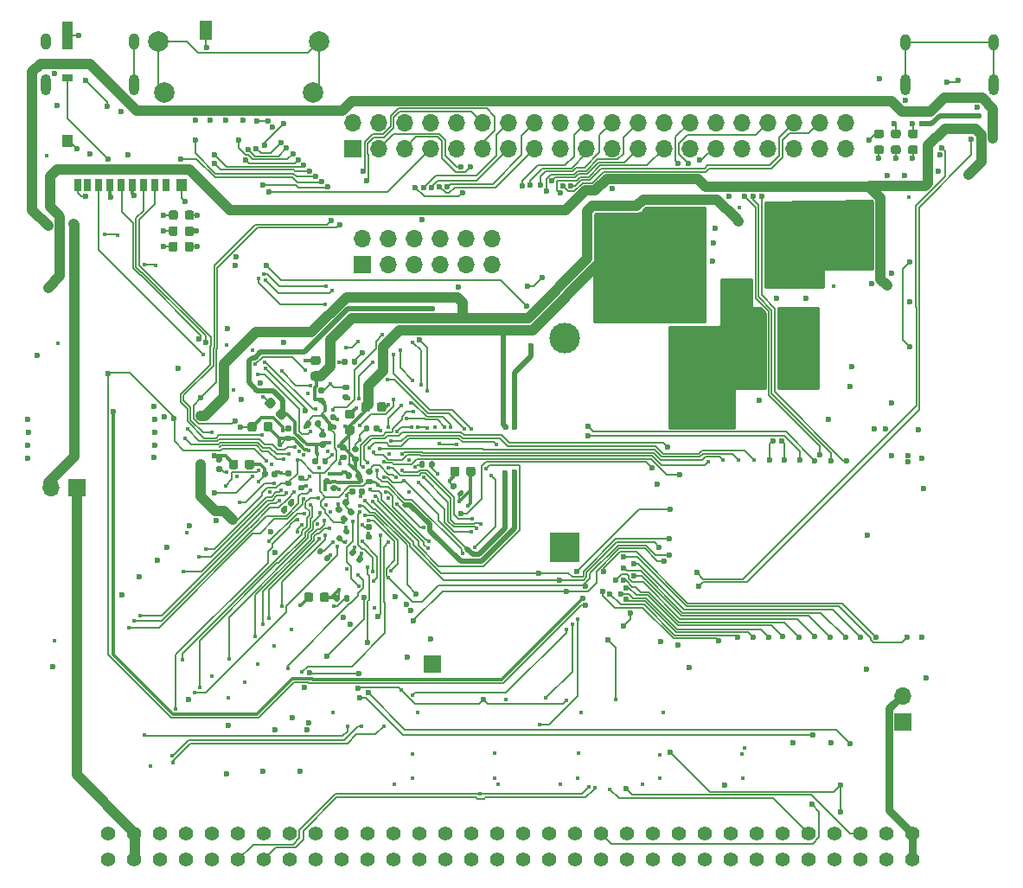
<source format=gbr>
%TF.GenerationSoftware,KiCad,Pcbnew,5.99.0+really5.1.10+dfsg1-1*%
%TF.CreationDate,2021-11-29T17:38:57+01:00*%
%TF.ProjectId,max80,6d617838-302e-46b6-9963-61645f706362,1.00*%
%TF.SameCoordinates,Original*%
%TF.FileFunction,Copper,L4,Bot*%
%TF.FilePolarity,Positive*%
%FSLAX46Y46*%
G04 Gerber Fmt 4.6, Leading zero omitted, Abs format (unit mm)*
G04 Created by KiCad (PCBNEW 5.99.0+really5.1.10+dfsg1-1) date 2021-11-29 17:38:57*
%MOMM*%
%LPD*%
G01*
G04 APERTURE LIST*
%TA.AperFunction,ComponentPad*%
%ADD10O,1.700000X1.700000*%
%TD*%
%TA.AperFunction,ComponentPad*%
%ADD11R,1.700000X1.700000*%
%TD*%
%TA.AperFunction,ComponentPad*%
%ADD12C,2.000000*%
%TD*%
%TA.AperFunction,ComponentPad*%
%ADD13C,1.422400*%
%TD*%
%TA.AperFunction,ComponentPad*%
%ADD14R,3.000000X3.000000*%
%TD*%
%TA.AperFunction,ComponentPad*%
%ADD15C,3.000000*%
%TD*%
%TA.AperFunction,SMDPad,CuDef*%
%ADD16R,1.300000X1.900000*%
%TD*%
%TA.AperFunction,SMDPad,CuDef*%
%ADD17R,1.000000X2.800000*%
%TD*%
%TA.AperFunction,SMDPad,CuDef*%
%ADD18R,1.000000X0.800000*%
%TD*%
%TA.AperFunction,SMDPad,CuDef*%
%ADD19R,1.000000X1.200000*%
%TD*%
%TA.AperFunction,SMDPad,CuDef*%
%ADD20R,0.700000X1.200000*%
%TD*%
%TA.AperFunction,ComponentPad*%
%ADD21O,1.000000X2.100000*%
%TD*%
%TA.AperFunction,ComponentPad*%
%ADD22O,1.000000X1.600000*%
%TD*%
%TA.AperFunction,ViaPad*%
%ADD23C,0.600000*%
%TD*%
%TA.AperFunction,ViaPad*%
%ADD24C,0.450000*%
%TD*%
%TA.AperFunction,Conductor*%
%ADD25C,0.150000*%
%TD*%
%TA.AperFunction,Conductor*%
%ADD26C,0.300000*%
%TD*%
%TA.AperFunction,Conductor*%
%ADD27C,1.000000*%
%TD*%
%TA.AperFunction,Conductor*%
%ADD28C,0.500000*%
%TD*%
%TA.AperFunction,Conductor*%
%ADD29C,0.800000*%
%TD*%
%TA.AperFunction,Conductor*%
%ADD30C,0.254000*%
%TD*%
%TA.AperFunction,Conductor*%
%ADD31C,0.100000*%
%TD*%
G04 APERTURE END LIST*
%TO.P,D13,2*%
%TO.N,Net-(D13-Pad2)*%
%TA.AperFunction,SMDPad,CuDef*%
G36*
G01*
X192856250Y-52500000D02*
X192343750Y-52500000D01*
G75*
G02*
X192125000Y-52281250I0J218750D01*
G01*
X192125000Y-51843750D01*
G75*
G02*
X192343750Y-51625000I218750J0D01*
G01*
X192856250Y-51625000D01*
G75*
G02*
X193075000Y-51843750I0J-218750D01*
G01*
X193075000Y-52281250D01*
G75*
G02*
X192856250Y-52500000I-218750J0D01*
G01*
G37*
%TD.AperFunction*%
%TO.P,D13,1*%
%TO.N,Net-(D13-Pad1)*%
%TA.AperFunction,SMDPad,CuDef*%
G36*
G01*
X192856250Y-54075000D02*
X192343750Y-54075000D01*
G75*
G02*
X192125000Y-53856250I0J218750D01*
G01*
X192125000Y-53418750D01*
G75*
G02*
X192343750Y-53200000I218750J0D01*
G01*
X192856250Y-53200000D01*
G75*
G02*
X193075000Y-53418750I0J-218750D01*
G01*
X193075000Y-53856250D01*
G75*
G02*
X192856250Y-54075000I-218750J0D01*
G01*
G37*
%TD.AperFunction*%
%TD*%
%TO.P,D12,2*%
%TO.N,Net-(D12-Pad2)*%
%TA.AperFunction,SMDPad,CuDef*%
G36*
G01*
X191206250Y-52500000D02*
X190693750Y-52500000D01*
G75*
G02*
X190475000Y-52281250I0J218750D01*
G01*
X190475000Y-51843750D01*
G75*
G02*
X190693750Y-51625000I218750J0D01*
G01*
X191206250Y-51625000D01*
G75*
G02*
X191425000Y-51843750I0J-218750D01*
G01*
X191425000Y-52281250D01*
G75*
G02*
X191206250Y-52500000I-218750J0D01*
G01*
G37*
%TD.AperFunction*%
%TO.P,D12,1*%
%TO.N,Net-(D12-Pad1)*%
%TA.AperFunction,SMDPad,CuDef*%
G36*
G01*
X191206250Y-54075000D02*
X190693750Y-54075000D01*
G75*
G02*
X190475000Y-53856250I0J218750D01*
G01*
X190475000Y-53418750D01*
G75*
G02*
X190693750Y-53200000I218750J0D01*
G01*
X191206250Y-53200000D01*
G75*
G02*
X191425000Y-53418750I0J-218750D01*
G01*
X191425000Y-53856250D01*
G75*
G02*
X191206250Y-54075000I-218750J0D01*
G01*
G37*
%TD.AperFunction*%
%TD*%
%TO.P,D11,2*%
%TO.N,Net-(D1-Pad2)*%
%TA.AperFunction,SMDPad,CuDef*%
G36*
G01*
X194531250Y-52500000D02*
X194018750Y-52500000D01*
G75*
G02*
X193800000Y-52281250I0J218750D01*
G01*
X193800000Y-51843750D01*
G75*
G02*
X194018750Y-51625000I218750J0D01*
G01*
X194531250Y-51625000D01*
G75*
G02*
X194750000Y-51843750I0J-218750D01*
G01*
X194750000Y-52281250D01*
G75*
G02*
X194531250Y-52500000I-218750J0D01*
G01*
G37*
%TD.AperFunction*%
%TO.P,D11,1*%
%TO.N,Net-(D1-Pad1)*%
%TA.AperFunction,SMDPad,CuDef*%
G36*
G01*
X194531250Y-54075000D02*
X194018750Y-54075000D01*
G75*
G02*
X193800000Y-53856250I0J218750D01*
G01*
X193800000Y-53418750D01*
G75*
G02*
X194018750Y-53200000I218750J0D01*
G01*
X194531250Y-53200000D01*
G75*
G02*
X194750000Y-53418750I0J-218750D01*
G01*
X194750000Y-53856250D01*
G75*
G02*
X194531250Y-54075000I-218750J0D01*
G01*
G37*
%TD.AperFunction*%
%TD*%
%TO.P,D10,2*%
%TO.N,Net-(D10-Pad2)*%
%TA.AperFunction,SMDPad,CuDef*%
G36*
G01*
X122987500Y-61856250D02*
X122987500Y-61343750D01*
G75*
G02*
X123206250Y-61125000I218750J0D01*
G01*
X123643750Y-61125000D01*
G75*
G02*
X123862500Y-61343750I0J-218750D01*
G01*
X123862500Y-61856250D01*
G75*
G02*
X123643750Y-62075000I-218750J0D01*
G01*
X123206250Y-62075000D01*
G75*
G02*
X122987500Y-61856250I0J218750D01*
G01*
G37*
%TD.AperFunction*%
%TO.P,D10,1*%
%TO.N,GND*%
%TA.AperFunction,SMDPad,CuDef*%
G36*
G01*
X121412500Y-61856250D02*
X121412500Y-61343750D01*
G75*
G02*
X121631250Y-61125000I218750J0D01*
G01*
X122068750Y-61125000D01*
G75*
G02*
X122287500Y-61343750I0J-218750D01*
G01*
X122287500Y-61856250D01*
G75*
G02*
X122068750Y-62075000I-218750J0D01*
G01*
X121631250Y-62075000D01*
G75*
G02*
X121412500Y-61856250I0J218750D01*
G01*
G37*
%TD.AperFunction*%
%TD*%
%TO.P,D9,2*%
%TO.N,Net-(D23-Pad2)*%
%TA.AperFunction,SMDPad,CuDef*%
G36*
G01*
X123000000Y-60281250D02*
X123000000Y-59768750D01*
G75*
G02*
X123218750Y-59550000I218750J0D01*
G01*
X123656250Y-59550000D01*
G75*
G02*
X123875000Y-59768750I0J-218750D01*
G01*
X123875000Y-60281250D01*
G75*
G02*
X123656250Y-60500000I-218750J0D01*
G01*
X123218750Y-60500000D01*
G75*
G02*
X123000000Y-60281250I0J218750D01*
G01*
G37*
%TD.AperFunction*%
%TO.P,D9,1*%
%TO.N,GND*%
%TA.AperFunction,SMDPad,CuDef*%
G36*
G01*
X121425000Y-60281250D02*
X121425000Y-59768750D01*
G75*
G02*
X121643750Y-59550000I218750J0D01*
G01*
X122081250Y-59550000D01*
G75*
G02*
X122300000Y-59768750I0J-218750D01*
G01*
X122300000Y-60281250D01*
G75*
G02*
X122081250Y-60500000I-218750J0D01*
G01*
X121643750Y-60500000D01*
G75*
G02*
X121425000Y-60281250I0J218750D01*
G01*
G37*
%TD.AperFunction*%
%TD*%
%TO.P,D8,2*%
%TO.N,Net-(D17-Pad2)*%
%TA.AperFunction,SMDPad,CuDef*%
G36*
G01*
X122975000Y-63381250D02*
X122975000Y-62868750D01*
G75*
G02*
X123193750Y-62650000I218750J0D01*
G01*
X123631250Y-62650000D01*
G75*
G02*
X123850000Y-62868750I0J-218750D01*
G01*
X123850000Y-63381250D01*
G75*
G02*
X123631250Y-63600000I-218750J0D01*
G01*
X123193750Y-63600000D01*
G75*
G02*
X122975000Y-63381250I0J218750D01*
G01*
G37*
%TD.AperFunction*%
%TO.P,D8,1*%
%TO.N,GND*%
%TA.AperFunction,SMDPad,CuDef*%
G36*
G01*
X121400000Y-63381250D02*
X121400000Y-62868750D01*
G75*
G02*
X121618750Y-62650000I218750J0D01*
G01*
X122056250Y-62650000D01*
G75*
G02*
X122275000Y-62868750I0J-218750D01*
G01*
X122275000Y-63381250D01*
G75*
G02*
X122056250Y-63600000I-218750J0D01*
G01*
X121618750Y-63600000D01*
G75*
G02*
X121400000Y-63381250I0J218750D01*
G01*
G37*
%TD.AperFunction*%
%TD*%
D10*
%TO.P,J4,40*%
%TO.N,Net-(J4-Pad40)*%
X187710000Y-50960000D03*
%TO.P,J4,39*%
%TO.N,GND*%
X187710000Y-53500000D03*
%TO.P,J4,38*%
%TO.N,ESP32_TDI*%
X185170000Y-50960000D03*
%TO.P,J4,37*%
%TO.N,GND*%
X185170000Y-53500000D03*
%TO.P,J4,36*%
%TO.N,ESP32_TDO*%
X182630000Y-50960000D03*
%TO.P,J4,35*%
%TO.N,GND*%
X182630000Y-53500000D03*
%TO.P,J4,34*%
%TO.N,ESP32_TCK*%
X180090000Y-50960000D03*
%TO.P,J4,33*%
%TO.N,GND*%
X180090000Y-53500000D03*
%TO.P,J4,32*%
%TO.N,ESP32_TMS*%
X177550000Y-50960000D03*
%TO.P,J4,31*%
%TO.N,+3V3*%
X177550000Y-53500000D03*
%TO.P,J4,30*%
%TO.N,ESP32_IO0*%
X175010000Y-50960000D03*
%TO.P,J4,29*%
%TO.N,ESP32_RXD*%
X175010000Y-53500000D03*
%TO.P,J4,28*%
%TO.N,ESP32_EN*%
X172470000Y-50960000D03*
%TO.P,J4,27*%
%TO.N,ESP32_TXD*%
X172470000Y-53500000D03*
%TO.P,J4,26*%
%TO.N,ESP32_MISO*%
X169930000Y-50960000D03*
%TO.P,J4,25*%
%TO.N,ESP32_CS0*%
X169930000Y-53500000D03*
%TO.P,J4,24*%
%TO.N,ESP32_SCK*%
X167390000Y-50960000D03*
%TO.P,J4,23*%
%TO.N,ESP32_CS1*%
X167390000Y-53500000D03*
%TO.P,J4,22*%
%TO.N,ESP32_MOSI*%
X164850000Y-50960000D03*
%TO.P,J4,21*%
%TO.N,ESP32_SCL*%
X164850000Y-53500000D03*
%TO.P,J4,20*%
%TO.N,ESP32_SDA*%
X162310000Y-50960000D03*
%TO.P,J4,19*%
%TO.N,ESP32_CS2*%
X162310000Y-53500000D03*
%TO.P,J4,18*%
%TO.N,FPGA_GPIO5*%
X159770000Y-50960000D03*
%TO.P,J4,17*%
%TO.N,FPGA_GPIO4*%
X159770000Y-53500000D03*
%TO.P,J4,16*%
%TO.N,FPGA_GPIO3*%
X157230000Y-50960000D03*
%TO.P,J4,15*%
%TO.N,FPGA_GPIO2*%
X157230000Y-53500000D03*
%TO.P,J4,14*%
%TO.N,FPGA_GPIO1*%
X154690000Y-50960000D03*
%TO.P,J4,13*%
%TO.N,FPGA_GPIO0*%
X154690000Y-53500000D03*
%TO.P,J4,12*%
%TO.N,/FPGA_SDA*%
X152150000Y-50960000D03*
%TO.P,J4,11*%
%TO.N,/FPGA_SCL*%
X152150000Y-53500000D03*
%TO.P,J4,10*%
%TO.N,GND*%
X149610000Y-50960000D03*
%TO.P,J4,9*%
%TO.N,FPGA_TDI*%
X149610000Y-53500000D03*
%TO.P,J4,8*%
%TO.N,Net-(J4-Pad8)*%
X147070000Y-50960000D03*
%TO.P,J4,7*%
%TO.N,FPGA_JTAGEN*%
X147070000Y-53500000D03*
%TO.P,J4,6*%
%TO.N,Net-(J4-Pad6)*%
X144530000Y-50960000D03*
%TO.P,J4,5*%
%TO.N,FPGA_TMS*%
X144530000Y-53500000D03*
%TO.P,J4,4*%
%TO.N,+3V3*%
X141990000Y-50960000D03*
%TO.P,J4,3*%
%TO.N,FPGA_TDO*%
X141990000Y-53500000D03*
%TO.P,J4,2*%
%TO.N,GND*%
X139450000Y-50960000D03*
D11*
%TO.P,J4,1*%
%TO.N,FPGA_TCK*%
X139450000Y-53500000D03*
%TD*%
D12*
%TO.P,J2,SH*%
%TO.N,Net-(J2-PadSH)*%
X136100000Y-43050000D03*
X120400000Y-43050000D03*
X135500000Y-48000000D03*
X121000000Y-48000000D03*
%TD*%
D13*
%TO.P,X1,B32*%
%TO.N,/abc80bus/ABC_12V*%
X115501100Y-120593600D03*
%TO.P,X1,B31*%
%TO.N,/abc80bus/ABC5V*%
X118041100Y-120593600D03*
%TO.P,X1,B30*%
%TO.N,Net-(X1-PadB30)*%
X120581100Y-120593600D03*
%TO.P,X1,B29*%
%TO.N,/abc80bus/A0*%
X123121100Y-120593600D03*
%TO.P,X1,B28*%
%TO.N,/abc80bus/A1*%
X125661100Y-120593600D03*
%TO.P,X1,B27*%
%TO.N,/abc80bus/A2*%
X128201100Y-120593600D03*
%TO.P,X1,B26*%
%TO.N,/abc80bus/A3*%
X130741100Y-120593600D03*
%TO.P,X1,B25*%
%TO.N,/abc80bus/A4*%
X133281100Y-120593600D03*
%TO.P,X1,B24*%
%TO.N,/abc80bus/A5*%
X135821100Y-120593600D03*
%TO.P,X1,B23*%
%TO.N,/abc80bus/A6*%
X138361100Y-120593600D03*
%TO.P,X1,B22*%
%TO.N,/abc80bus/A7*%
X140901100Y-120593600D03*
%TO.P,X1,B21*%
%TO.N,/abc80bus/A8*%
X143441100Y-120593600D03*
%TO.P,X1,B20*%
%TO.N,/abc80bus/A9*%
X145981100Y-120593600D03*
%TO.P,X1,B19*%
%TO.N,/abc80bus/A10*%
X148521100Y-120593600D03*
%TO.P,X1,B18*%
%TO.N,/abc80bus/A11*%
X151061100Y-120593600D03*
%TO.P,X1,B17*%
%TO.N,/abc80bus/A12*%
X153601100Y-120593600D03*
%TO.P,X1,B16*%
%TO.N,/abc80bus/A13*%
X156141100Y-120593600D03*
%TO.P,X1,B15*%
%TO.N,/abc80bus/A14*%
X158681100Y-120593600D03*
%TO.P,X1,B14*%
%TO.N,/abc80bus/A15*%
X161221100Y-120593600D03*
%TO.P,X1,B13*%
%TO.N,/abc80bus/~INT*%
X163761100Y-120593600D03*
%TO.P,X1,B12*%
%TO.N,Net-(X1-PadB12)*%
X166301100Y-120593600D03*
%TO.P,X1,B11*%
%TO.N,Net-(X1-PadB11)*%
X168841100Y-120593600D03*
%TO.P,X1,B10*%
%TO.N,Net-(X1-PadB10)*%
X171381100Y-120593600D03*
%TO.P,X1,B9*%
%TO.N,Net-(X1-PadB9)*%
X173921100Y-120593600D03*
%TO.P,X1,B8*%
%TO.N,Net-(X1-PadB8)*%
X176461100Y-120593600D03*
%TO.P,X1,B7*%
%TO.N,Net-(X1-PadB7)*%
X179001100Y-120593600D03*
%TO.P,X1,B6*%
%TO.N,Net-(X1-PadB6)*%
X181541100Y-120593600D03*
%TO.P,X1,B5*%
%TO.N,ABC_CLK_5*%
X184081100Y-120593600D03*
%TO.P,X1,B4*%
%TO.N,/abc80bus/~XMEMFL*%
X186621100Y-120593600D03*
%TO.P,X1,B3*%
%TO.N,/abc80bus/~XMEMW800*%
X189161100Y-120593600D03*
%TO.P,X1,B2*%
%TO.N,GND*%
X191701100Y-120593600D03*
%TO.P,X1,B1*%
%TO.N,/abc80bus/ABC_-12V*%
X194241100Y-120593600D03*
%TO.P,X1,A32*%
%TO.N,/abc80bus/ABC_12V*%
X115501100Y-123133600D03*
%TO.P,X1,A31*%
%TO.N,/abc80bus/ABC5V*%
X118041100Y-123133600D03*
%TO.P,X1,A30*%
%TO.N,/abc80bus/READY*%
X120581100Y-123133600D03*
%TO.P,X1,A29*%
%TO.N,Net-(X1-PadA29)*%
X123121100Y-123133600D03*
%TO.P,X1,A28*%
%TO.N,/abc80bus/~XM*%
X125661100Y-123133600D03*
%TO.P,X1,A27*%
%TO.N,/abc80bus/~XOUTSTB*%
X128201100Y-123133600D03*
%TO.P,X1,A26*%
%TO.N,/abc80bus/~XINPSTB*%
X130741100Y-123133600D03*
%TO.P,X1,A25*%
%TO.N,Net-(X1-PadA25)*%
X133281100Y-123133600D03*
%TO.P,X1,A24*%
%TO.N,/abc80bus/~NMI*%
X135821100Y-123133600D03*
%TO.P,X1,A23*%
%TO.N,/abc80bus/~CS*%
X138361100Y-123133600D03*
%TO.P,X1,A22*%
%TO.N,/abc80bus/~OUT*%
X140901100Y-123133600D03*
%TO.P,X1,A21*%
%TO.N,/abc80bus/~C1*%
X143441100Y-123133600D03*
%TO.P,X1,A20*%
%TO.N,/abc80bus/~C2*%
X145981100Y-123133600D03*
%TO.P,X1,A19*%
%TO.N,/abc80bus/~C3*%
X148521100Y-123133600D03*
%TO.P,X1,A18*%
%TO.N,/abc80bus/~C4*%
X151061100Y-123133600D03*
%TO.P,X1,A17*%
%TO.N,/abc80bus/~INP*%
X153601100Y-123133600D03*
%TO.P,X1,A16*%
%TO.N,/abc80bus/~STATUS*%
X156141100Y-123133600D03*
%TO.P,X1,A15*%
%TO.N,/abc80bus/~RST*%
X158681100Y-123133600D03*
%TO.P,X1,A14*%
%TO.N,Net-(X1-PadA14)*%
X161221100Y-123133600D03*
%TO.P,X1,A13*%
%TO.N,/abc80bus/D0*%
X163761100Y-123133600D03*
%TO.P,X1,A12*%
%TO.N,/abc80bus/D1*%
X166301100Y-123133600D03*
%TO.P,X1,A11*%
%TO.N,/abc80bus/D2*%
X168841100Y-123133600D03*
%TO.P,X1,A10*%
%TO.N,/abc80bus/D3*%
X171381100Y-123133600D03*
%TO.P,X1,A9*%
%TO.N,/abc80bus/D4*%
X173921100Y-123133600D03*
%TO.P,X1,A8*%
%TO.N,/abc80bus/D5*%
X176461100Y-123133600D03*
%TO.P,X1,A7*%
%TO.N,/abc80bus/D6*%
X179001100Y-123133600D03*
%TO.P,X1,A6*%
%TO.N,/abc80bus/D7*%
X181541100Y-123133600D03*
%TO.P,X1,A5*%
%TO.N,/abc80bus/~XMEMW80*%
X184081100Y-123133600D03*
%TO.P,X1,A4*%
%TO.N,GND*%
X186621100Y-123133600D03*
%TO.P,X1,A3*%
%TO.N,/abc80bus/~RESIN*%
X189161100Y-123133600D03*
%TO.P,X1,A2*%
%TO.N,GND*%
X191701100Y-123133600D03*
%TO.P,X1,A1*%
%TO.N,/abc80bus/ABC_-12V*%
X194241100Y-123133600D03*
%TD*%
D14*
%TO.P,BT1,1*%
%TO.N,Net-(BT1-Pad1)*%
X160170000Y-92570000D03*
D15*
%TO.P,BT1,2*%
%TO.N,GND*%
X160170000Y-72080000D03*
%TD*%
%TO.P,C44,2*%
%TO.N,GND*%
%TA.AperFunction,SMDPad,CuDef*%
G36*
G01*
X141795000Y-79070000D02*
X141795000Y-78570000D01*
G75*
G02*
X142020000Y-78345000I225000J0D01*
G01*
X142470000Y-78345000D01*
G75*
G02*
X142695000Y-78570000I0J-225000D01*
G01*
X142695000Y-79070000D01*
G75*
G02*
X142470000Y-79295000I-225000J0D01*
G01*
X142020000Y-79295000D01*
G75*
G02*
X141795000Y-79070000I0J225000D01*
G01*
G37*
%TD.AperFunction*%
%TO.P,C44,1*%
%TO.N,+1V2*%
%TA.AperFunction,SMDPad,CuDef*%
G36*
G01*
X140245000Y-79070000D02*
X140245000Y-78570000D01*
G75*
G02*
X140470000Y-78345000I225000J0D01*
G01*
X140920000Y-78345000D01*
G75*
G02*
X141145000Y-78570000I0J-225000D01*
G01*
X141145000Y-79070000D01*
G75*
G02*
X140920000Y-79295000I-225000J0D01*
G01*
X140470000Y-79295000D01*
G75*
G02*
X140245000Y-79070000I0J225000D01*
G01*
G37*
%TD.AperFunction*%
%TD*%
D10*
%TO.P,J8,12*%
%TO.N,GND*%
X153050000Y-62310000D03*
%TO.P,J8,11*%
X153050000Y-64850000D03*
%TO.P,J8,10*%
%TO.N,EXT_HF*%
X150510000Y-62310000D03*
%TO.P,J8,9*%
%TO.N,EXT_HD*%
X150510000Y-64850000D03*
%TO.P,J8,8*%
%TO.N,EXT_HH*%
X147970000Y-62310000D03*
%TO.P,J8,7*%
%TO.N,EXT_HC*%
X147970000Y-64850000D03*
%TO.P,J8,6*%
%TO.N,EXT_HG*%
X145430000Y-62310000D03*
%TO.P,J8,5*%
%TO.N,EXT_HB*%
X145430000Y-64850000D03*
%TO.P,J8,4*%
%TO.N,EXT_HE*%
X142890000Y-62310000D03*
%TO.P,J8,3*%
%TO.N,EXT_HA*%
X142890000Y-64850000D03*
%TO.P,J8,2*%
%TO.N,+3V3*%
X140350000Y-62310000D03*
D11*
%TO.P,J8,1*%
X140350000Y-64850000D03*
%TD*%
D16*
%TO.P,J3,11*%
%TO.N,GND*%
X125035000Y-41965000D03*
D17*
X111535000Y-42415000D03*
D18*
%TO.P,J3,10*%
%TO.N,/~SD_DETECT*%
X111535000Y-46565000D03*
D19*
%TO.P,J3,11*%
%TO.N,GND*%
X111535000Y-52765000D03*
X122685000Y-57065000D03*
D20*
%TO.P,J3,7*%
%TO.N,/SD_DAT0*%
X114535000Y-57065000D03*
%TO.P,J3,6*%
%TO.N,GND*%
X115635000Y-57065000D03*
%TO.P,J3,5*%
%TO.N,/SD_CLK*%
X116735000Y-57065000D03*
%TO.P,J3,4*%
%TO.N,+3V3*%
X117835000Y-57065000D03*
%TO.P,J3,3*%
%TO.N,/SD_CMD*%
X118935000Y-57065000D03*
%TO.P,J3,2*%
%TO.N,/SD_DAT3*%
X120035000Y-57065000D03*
%TO.P,J3,1*%
%TO.N,Net-(J3-Pad1)*%
X121135000Y-57065000D03*
%TO.P,J3,8*%
%TO.N,Net-(J3-Pad8)*%
X113435000Y-57065000D03*
%TO.P,J3,9*%
%TO.N,GND*%
X112485000Y-57065000D03*
%TD*%
D11*
%TO.P,J6,1*%
%TO.N,GND*%
X147220000Y-104020000D03*
%TD*%
D10*
%TO.P,J7,2*%
%TO.N,/abc80bus/ABC_-12V*%
X193320000Y-107080000D03*
D11*
%TO.P,J7,1*%
%TO.N,/abc80bus/ABC_12V*%
X193320000Y-109620000D03*
%TD*%
%TO.P,C62,2*%
%TO.N,GND*%
%TA.AperFunction,SMDPad,CuDef*%
G36*
G01*
X131836967Y-78573413D02*
X131483413Y-78926967D01*
G75*
G02*
X131165215Y-78926967I-159099J159099D01*
G01*
X130847017Y-78608769D01*
G75*
G02*
X130847017Y-78290571I159099J159099D01*
G01*
X131200571Y-77937017D01*
G75*
G02*
X131518769Y-77937017I159099J-159099D01*
G01*
X131836967Y-78255215D01*
G75*
G02*
X131836967Y-78573413I-159099J-159099D01*
G01*
G37*
%TD.AperFunction*%
%TO.P,C62,1*%
%TO.N,+1V2*%
%TA.AperFunction,SMDPad,CuDef*%
G36*
G01*
X132932983Y-79669429D02*
X132579429Y-80022983D01*
G75*
G02*
X132261231Y-80022983I-159099J159099D01*
G01*
X131943033Y-79704785D01*
G75*
G02*
X131943033Y-79386587I159099J159099D01*
G01*
X132296587Y-79033033D01*
G75*
G02*
X132614785Y-79033033I159099J-159099D01*
G01*
X132932983Y-79351231D01*
G75*
G02*
X132932983Y-79669429I-159099J-159099D01*
G01*
G37*
%TD.AperFunction*%
%TD*%
%TO.P,C69,2*%
%TO.N,GND*%
%TA.AperFunction,SMDPad,CuDef*%
G36*
G01*
X135555000Y-97200000D02*
X135555000Y-97700000D01*
G75*
G02*
X135330000Y-97925000I-225000J0D01*
G01*
X134880000Y-97925000D01*
G75*
G02*
X134655000Y-97700000I0J225000D01*
G01*
X134655000Y-97200000D01*
G75*
G02*
X134880000Y-96975000I225000J0D01*
G01*
X135330000Y-96975000D01*
G75*
G02*
X135555000Y-97200000I0J-225000D01*
G01*
G37*
%TD.AperFunction*%
%TO.P,C69,1*%
%TO.N,+3V3*%
%TA.AperFunction,SMDPad,CuDef*%
G36*
G01*
X137105000Y-97200000D02*
X137105000Y-97700000D01*
G75*
G02*
X136880000Y-97925000I-225000J0D01*
G01*
X136430000Y-97925000D01*
G75*
G02*
X136205000Y-97700000I0J225000D01*
G01*
X136205000Y-97200000D01*
G75*
G02*
X136430000Y-96975000I225000J0D01*
G01*
X136880000Y-96975000D01*
G75*
G02*
X137105000Y-97200000I0J-225000D01*
G01*
G37*
%TD.AperFunction*%
%TD*%
%TO.P,C68,2*%
%TO.N,GND*%
%TA.AperFunction,SMDPad,CuDef*%
G36*
G01*
X128215000Y-84190000D02*
X128215000Y-84690000D01*
G75*
G02*
X127990000Y-84915000I-225000J0D01*
G01*
X127540000Y-84915000D01*
G75*
G02*
X127315000Y-84690000I0J225000D01*
G01*
X127315000Y-84190000D01*
G75*
G02*
X127540000Y-83965000I225000J0D01*
G01*
X127990000Y-83965000D01*
G75*
G02*
X128215000Y-84190000I0J-225000D01*
G01*
G37*
%TD.AperFunction*%
%TO.P,C68,1*%
%TO.N,+3V3*%
%TA.AperFunction,SMDPad,CuDef*%
G36*
G01*
X129765000Y-84190000D02*
X129765000Y-84690000D01*
G75*
G02*
X129540000Y-84915000I-225000J0D01*
G01*
X129090000Y-84915000D01*
G75*
G02*
X128865000Y-84690000I0J225000D01*
G01*
X128865000Y-84190000D01*
G75*
G02*
X129090000Y-83965000I225000J0D01*
G01*
X129540000Y-83965000D01*
G75*
G02*
X129765000Y-84190000I0J-225000D01*
G01*
G37*
%TD.AperFunction*%
%TD*%
%TO.P,C59,2*%
%TO.N,GND*%
%TA.AperFunction,SMDPad,CuDef*%
G36*
G01*
X136040000Y-74705000D02*
X135540000Y-74705000D01*
G75*
G02*
X135315000Y-74480000I0J225000D01*
G01*
X135315000Y-74030000D01*
G75*
G02*
X135540000Y-73805000I225000J0D01*
G01*
X136040000Y-73805000D01*
G75*
G02*
X136265000Y-74030000I0J-225000D01*
G01*
X136265000Y-74480000D01*
G75*
G02*
X136040000Y-74705000I-225000J0D01*
G01*
G37*
%TD.AperFunction*%
%TO.P,C59,1*%
%TO.N,+2V5*%
%TA.AperFunction,SMDPad,CuDef*%
G36*
G01*
X136040000Y-76255000D02*
X135540000Y-76255000D01*
G75*
G02*
X135315000Y-76030000I0J225000D01*
G01*
X135315000Y-75580000D01*
G75*
G02*
X135540000Y-75355000I225000J0D01*
G01*
X136040000Y-75355000D01*
G75*
G02*
X136265000Y-75580000I0J-225000D01*
G01*
X136265000Y-76030000D01*
G75*
G02*
X136040000Y-76255000I-225000J0D01*
G01*
G37*
%TD.AperFunction*%
%TD*%
%TO.P,C50,2*%
%TO.N,GND*%
%TA.AperFunction,SMDPad,CuDef*%
G36*
G01*
X139380000Y-79975000D02*
X138880000Y-79975000D01*
G75*
G02*
X138655000Y-79750000I0J225000D01*
G01*
X138655000Y-79300000D01*
G75*
G02*
X138880000Y-79075000I225000J0D01*
G01*
X139380000Y-79075000D01*
G75*
G02*
X139605000Y-79300000I0J-225000D01*
G01*
X139605000Y-79750000D01*
G75*
G02*
X139380000Y-79975000I-225000J0D01*
G01*
G37*
%TD.AperFunction*%
%TO.P,C50,1*%
%TO.N,+1V2*%
%TA.AperFunction,SMDPad,CuDef*%
G36*
G01*
X139380000Y-81525000D02*
X138880000Y-81525000D01*
G75*
G02*
X138655000Y-81300000I0J225000D01*
G01*
X138655000Y-80850000D01*
G75*
G02*
X138880000Y-80625000I225000J0D01*
G01*
X139380000Y-80625000D01*
G75*
G02*
X139605000Y-80850000I0J-225000D01*
G01*
X139605000Y-81300000D01*
G75*
G02*
X139380000Y-81525000I-225000J0D01*
G01*
G37*
%TD.AperFunction*%
%TD*%
%TO.P,C25,2*%
%TO.N,GND*%
%TA.AperFunction,SMDPad,CuDef*%
G36*
G01*
X150525000Y-85380000D02*
X150525000Y-84880000D01*
G75*
G02*
X150750000Y-84655000I225000J0D01*
G01*
X151200000Y-84655000D01*
G75*
G02*
X151425000Y-84880000I0J-225000D01*
G01*
X151425000Y-85380000D01*
G75*
G02*
X151200000Y-85605000I-225000J0D01*
G01*
X150750000Y-85605000D01*
G75*
G02*
X150525000Y-85380000I0J225000D01*
G01*
G37*
%TD.AperFunction*%
%TO.P,C25,1*%
%TO.N,+3V3*%
%TA.AperFunction,SMDPad,CuDef*%
G36*
G01*
X148975000Y-85380000D02*
X148975000Y-84880000D01*
G75*
G02*
X149200000Y-84655000I225000J0D01*
G01*
X149650000Y-84655000D01*
G75*
G02*
X149875000Y-84880000I0J-225000D01*
G01*
X149875000Y-85380000D01*
G75*
G02*
X149650000Y-85605000I-225000J0D01*
G01*
X149200000Y-85605000D01*
G75*
G02*
X148975000Y-85380000I0J225000D01*
G01*
G37*
%TD.AperFunction*%
%TD*%
%TO.P,C16,2*%
%TO.N,GND*%
%TA.AperFunction,SMDPad,CuDef*%
G36*
G01*
X130025000Y-80500000D02*
X130025000Y-81000000D01*
G75*
G02*
X129800000Y-81225000I-225000J0D01*
G01*
X129350000Y-81225000D01*
G75*
G02*
X129125000Y-81000000I0J225000D01*
G01*
X129125000Y-80500000D01*
G75*
G02*
X129350000Y-80275000I225000J0D01*
G01*
X129800000Y-80275000D01*
G75*
G02*
X130025000Y-80500000I0J-225000D01*
G01*
G37*
%TD.AperFunction*%
%TO.P,C16,1*%
%TO.N,+3V3*%
%TA.AperFunction,SMDPad,CuDef*%
G36*
G01*
X131575000Y-80500000D02*
X131575000Y-81000000D01*
G75*
G02*
X131350000Y-81225000I-225000J0D01*
G01*
X130900000Y-81225000D01*
G75*
G02*
X130675000Y-81000000I0J225000D01*
G01*
X130675000Y-80500000D01*
G75*
G02*
X130900000Y-80275000I225000J0D01*
G01*
X131350000Y-80275000D01*
G75*
G02*
X131575000Y-80500000I0J-225000D01*
G01*
G37*
%TD.AperFunction*%
%TD*%
%TO.P,C28,2*%
%TO.N,GND*%
%TA.AperFunction,SMDPad,CuDef*%
G36*
G01*
X138207782Y-91361802D02*
X138448198Y-91602218D01*
G75*
G02*
X138448198Y-91800208I-98995J-98995D01*
G01*
X138250208Y-91998198D01*
G75*
G02*
X138052218Y-91998198I-98995J98995D01*
G01*
X137811802Y-91757782D01*
G75*
G02*
X137811802Y-91559792I98995J98995D01*
G01*
X138009792Y-91361802D01*
G75*
G02*
X138207782Y-91361802I98995J-98995D01*
G01*
G37*
%TD.AperFunction*%
%TO.P,C28,1*%
%TO.N,+3V3*%
%TA.AperFunction,SMDPad,CuDef*%
G36*
G01*
X138886604Y-90682980D02*
X139127020Y-90923396D01*
G75*
G02*
X139127020Y-91121386I-98995J-98995D01*
G01*
X138929030Y-91319376D01*
G75*
G02*
X138731040Y-91319376I-98995J98995D01*
G01*
X138490624Y-91078960D01*
G75*
G02*
X138490624Y-90880970I98995J98995D01*
G01*
X138688614Y-90682980D01*
G75*
G02*
X138886604Y-90682980I98995J-98995D01*
G01*
G37*
%TD.AperFunction*%
%TD*%
%TO.P,C43,2*%
%TO.N,GND*%
%TA.AperFunction,SMDPad,CuDef*%
G36*
G01*
X133290000Y-85600000D02*
X132950000Y-85600000D01*
G75*
G02*
X132810000Y-85460000I0J140000D01*
G01*
X132810000Y-85180000D01*
G75*
G02*
X132950000Y-85040000I140000J0D01*
G01*
X133290000Y-85040000D01*
G75*
G02*
X133430000Y-85180000I0J-140000D01*
G01*
X133430000Y-85460000D01*
G75*
G02*
X133290000Y-85600000I-140000J0D01*
G01*
G37*
%TD.AperFunction*%
%TO.P,C43,1*%
%TO.N,+2V5*%
%TA.AperFunction,SMDPad,CuDef*%
G36*
G01*
X133290000Y-86560000D02*
X132950000Y-86560000D01*
G75*
G02*
X132810000Y-86420000I0J140000D01*
G01*
X132810000Y-86140000D01*
G75*
G02*
X132950000Y-86000000I140000J0D01*
G01*
X133290000Y-86000000D01*
G75*
G02*
X133430000Y-86140000I0J-140000D01*
G01*
X133430000Y-86420000D01*
G75*
G02*
X133290000Y-86560000I-140000J0D01*
G01*
G37*
%TD.AperFunction*%
%TD*%
%TO.P,C42,2*%
%TO.N,GND*%
%TA.AperFunction,SMDPad,CuDef*%
G36*
G01*
X141220000Y-85430000D02*
X140880000Y-85430000D01*
G75*
G02*
X140740000Y-85290000I0J140000D01*
G01*
X140740000Y-85010000D01*
G75*
G02*
X140880000Y-84870000I140000J0D01*
G01*
X141220000Y-84870000D01*
G75*
G02*
X141360000Y-85010000I0J-140000D01*
G01*
X141360000Y-85290000D01*
G75*
G02*
X141220000Y-85430000I-140000J0D01*
G01*
G37*
%TD.AperFunction*%
%TO.P,C42,1*%
%TO.N,+2V5*%
%TA.AperFunction,SMDPad,CuDef*%
G36*
G01*
X141220000Y-86390000D02*
X140880000Y-86390000D01*
G75*
G02*
X140740000Y-86250000I0J140000D01*
G01*
X140740000Y-85970000D01*
G75*
G02*
X140880000Y-85830000I140000J0D01*
G01*
X141220000Y-85830000D01*
G75*
G02*
X141360000Y-85970000I0J-140000D01*
G01*
X141360000Y-86250000D01*
G75*
G02*
X141220000Y-86390000I-140000J0D01*
G01*
G37*
%TD.AperFunction*%
%TD*%
%TO.P,C41,2*%
%TO.N,GND*%
%TA.AperFunction,SMDPad,CuDef*%
G36*
G01*
X139191629Y-89388787D02*
X138951213Y-89148371D01*
G75*
G02*
X138951213Y-88950381I98995J98995D01*
G01*
X139149203Y-88752391D01*
G75*
G02*
X139347193Y-88752391I98995J-98995D01*
G01*
X139587609Y-88992807D01*
G75*
G02*
X139587609Y-89190797I-98995J-98995D01*
G01*
X139389619Y-89388787D01*
G75*
G02*
X139191629Y-89388787I-98995J98995D01*
G01*
G37*
%TD.AperFunction*%
%TO.P,C41,1*%
%TO.N,+2V5*%
%TA.AperFunction,SMDPad,CuDef*%
G36*
G01*
X138512807Y-90067609D02*
X138272391Y-89827193D01*
G75*
G02*
X138272391Y-89629203I98995J98995D01*
G01*
X138470381Y-89431213D01*
G75*
G02*
X138668371Y-89431213I98995J-98995D01*
G01*
X138908787Y-89671629D01*
G75*
G02*
X138908787Y-89869619I-98995J-98995D01*
G01*
X138710797Y-90067609D01*
G75*
G02*
X138512807Y-90067609I-98995J98995D01*
G01*
G37*
%TD.AperFunction*%
%TD*%
%TO.P,C32,2*%
%TO.N,GND*%
%TA.AperFunction,SMDPad,CuDef*%
G36*
G01*
X137690000Y-80120000D02*
X137350000Y-80120000D01*
G75*
G02*
X137210000Y-79980000I0J140000D01*
G01*
X137210000Y-79700000D01*
G75*
G02*
X137350000Y-79560000I140000J0D01*
G01*
X137690000Y-79560000D01*
G75*
G02*
X137830000Y-79700000I0J-140000D01*
G01*
X137830000Y-79980000D01*
G75*
G02*
X137690000Y-80120000I-140000J0D01*
G01*
G37*
%TD.AperFunction*%
%TO.P,C32,1*%
%TO.N,+2V5*%
%TA.AperFunction,SMDPad,CuDef*%
G36*
G01*
X137690000Y-81080000D02*
X137350000Y-81080000D01*
G75*
G02*
X137210000Y-80940000I0J140000D01*
G01*
X137210000Y-80660000D01*
G75*
G02*
X137350000Y-80520000I140000J0D01*
G01*
X137690000Y-80520000D01*
G75*
G02*
X137830000Y-80660000I0J-140000D01*
G01*
X137830000Y-80940000D01*
G75*
G02*
X137690000Y-81080000I-140000J0D01*
G01*
G37*
%TD.AperFunction*%
%TD*%
%TO.P,C31,2*%
%TO.N,GND*%
%TA.AperFunction,SMDPad,CuDef*%
G36*
G01*
X141150000Y-90850000D02*
X140810000Y-90850000D01*
G75*
G02*
X140670000Y-90710000I0J140000D01*
G01*
X140670000Y-90430000D01*
G75*
G02*
X140810000Y-90290000I140000J0D01*
G01*
X141150000Y-90290000D01*
G75*
G02*
X141290000Y-90430000I0J-140000D01*
G01*
X141290000Y-90710000D01*
G75*
G02*
X141150000Y-90850000I-140000J0D01*
G01*
G37*
%TD.AperFunction*%
%TO.P,C31,1*%
%TO.N,+3V3*%
%TA.AperFunction,SMDPad,CuDef*%
G36*
G01*
X141150000Y-91810000D02*
X140810000Y-91810000D01*
G75*
G02*
X140670000Y-91670000I0J140000D01*
G01*
X140670000Y-91390000D01*
G75*
G02*
X140810000Y-91250000I140000J0D01*
G01*
X141150000Y-91250000D01*
G75*
G02*
X141290000Y-91390000I0J-140000D01*
G01*
X141290000Y-91670000D01*
G75*
G02*
X141150000Y-91810000I-140000J0D01*
G01*
G37*
%TD.AperFunction*%
%TD*%
%TO.P,C30,2*%
%TO.N,GND*%
%TA.AperFunction,SMDPad,CuDef*%
G36*
G01*
X138570000Y-97710000D02*
X138570000Y-97370000D01*
G75*
G02*
X138710000Y-97230000I140000J0D01*
G01*
X138990000Y-97230000D01*
G75*
G02*
X139130000Y-97370000I0J-140000D01*
G01*
X139130000Y-97710000D01*
G75*
G02*
X138990000Y-97850000I-140000J0D01*
G01*
X138710000Y-97850000D01*
G75*
G02*
X138570000Y-97710000I0J140000D01*
G01*
G37*
%TD.AperFunction*%
%TO.P,C30,1*%
%TO.N,+3V3*%
%TA.AperFunction,SMDPad,CuDef*%
G36*
G01*
X137610000Y-97710000D02*
X137610000Y-97370000D01*
G75*
G02*
X137750000Y-97230000I140000J0D01*
G01*
X138030000Y-97230000D01*
G75*
G02*
X138170000Y-97370000I0J-140000D01*
G01*
X138170000Y-97710000D01*
G75*
G02*
X138030000Y-97850000I-140000J0D01*
G01*
X137750000Y-97850000D01*
G75*
G02*
X137610000Y-97710000I0J140000D01*
G01*
G37*
%TD.AperFunction*%
%TD*%
%TO.P,C29,2*%
%TO.N,GND*%
%TA.AperFunction,SMDPad,CuDef*%
G36*
G01*
X139787487Y-93647903D02*
X140027903Y-93407487D01*
G75*
G02*
X140225893Y-93407487I98995J-98995D01*
G01*
X140423883Y-93605477D01*
G75*
G02*
X140423883Y-93803467I-98995J-98995D01*
G01*
X140183467Y-94043883D01*
G75*
G02*
X139985477Y-94043883I-98995J98995D01*
G01*
X139787487Y-93845893D01*
G75*
G02*
X139787487Y-93647903I98995J98995D01*
G01*
G37*
%TD.AperFunction*%
%TO.P,C29,1*%
%TO.N,+3V3*%
%TA.AperFunction,SMDPad,CuDef*%
G36*
G01*
X139108665Y-92969081D02*
X139349081Y-92728665D01*
G75*
G02*
X139547071Y-92728665I98995J-98995D01*
G01*
X139745061Y-92926655D01*
G75*
G02*
X139745061Y-93124645I-98995J-98995D01*
G01*
X139504645Y-93365061D01*
G75*
G02*
X139306655Y-93365061I-98995J98995D01*
G01*
X139108665Y-93167071D01*
G75*
G02*
X139108665Y-92969081I98995J98995D01*
G01*
G37*
%TD.AperFunction*%
%TD*%
%TO.P,C27,2*%
%TO.N,GND*%
%TA.AperFunction,SMDPad,CuDef*%
G36*
G01*
X133317903Y-88542513D02*
X133077487Y-88302097D01*
G75*
G02*
X133077487Y-88104107I98995J98995D01*
G01*
X133275477Y-87906117D01*
G75*
G02*
X133473467Y-87906117I98995J-98995D01*
G01*
X133713883Y-88146533D01*
G75*
G02*
X133713883Y-88344523I-98995J-98995D01*
G01*
X133515893Y-88542513D01*
G75*
G02*
X133317903Y-88542513I-98995J98995D01*
G01*
G37*
%TD.AperFunction*%
%TO.P,C27,1*%
%TO.N,+3V3*%
%TA.AperFunction,SMDPad,CuDef*%
G36*
G01*
X132639081Y-89221335D02*
X132398665Y-88980919D01*
G75*
G02*
X132398665Y-88782929I98995J98995D01*
G01*
X132596655Y-88584939D01*
G75*
G02*
X132794645Y-88584939I98995J-98995D01*
G01*
X133035061Y-88825355D01*
G75*
G02*
X133035061Y-89023345I-98995J-98995D01*
G01*
X132837071Y-89221335D01*
G75*
G02*
X132639081Y-89221335I-98995J98995D01*
G01*
G37*
%TD.AperFunction*%
%TD*%
%TO.P,C26,2*%
%TO.N,GND*%
%TA.AperFunction,SMDPad,CuDef*%
G36*
G01*
X136568787Y-93028371D02*
X136328371Y-93268787D01*
G75*
G02*
X136130381Y-93268787I-98995J98995D01*
G01*
X135932391Y-93070797D01*
G75*
G02*
X135932391Y-92872807I98995J98995D01*
G01*
X136172807Y-92632391D01*
G75*
G02*
X136370797Y-92632391I98995J-98995D01*
G01*
X136568787Y-92830381D01*
G75*
G02*
X136568787Y-93028371I-98995J-98995D01*
G01*
G37*
%TD.AperFunction*%
%TO.P,C26,1*%
%TO.N,+3V3*%
%TA.AperFunction,SMDPad,CuDef*%
G36*
G01*
X137247609Y-93707193D02*
X137007193Y-93947609D01*
G75*
G02*
X136809203Y-93947609I-98995J98995D01*
G01*
X136611213Y-93749619D01*
G75*
G02*
X136611213Y-93551629I98995J98995D01*
G01*
X136851629Y-93311213D01*
G75*
G02*
X137049619Y-93311213I98995J-98995D01*
G01*
X137247609Y-93509203D01*
G75*
G02*
X137247609Y-93707193I-98995J-98995D01*
G01*
G37*
%TD.AperFunction*%
%TD*%
%TO.P,C24,2*%
%TO.N,GND*%
%TA.AperFunction,SMDPad,CuDef*%
G36*
G01*
X146880000Y-84610000D02*
X146880000Y-84270000D01*
G75*
G02*
X147020000Y-84130000I140000J0D01*
G01*
X147300000Y-84130000D01*
G75*
G02*
X147440000Y-84270000I0J-140000D01*
G01*
X147440000Y-84610000D01*
G75*
G02*
X147300000Y-84750000I-140000J0D01*
G01*
X147020000Y-84750000D01*
G75*
G02*
X146880000Y-84610000I0J140000D01*
G01*
G37*
%TD.AperFunction*%
%TO.P,C24,1*%
%TO.N,+3V3*%
%TA.AperFunction,SMDPad,CuDef*%
G36*
G01*
X145920000Y-84610000D02*
X145920000Y-84270000D01*
G75*
G02*
X146060000Y-84130000I140000J0D01*
G01*
X146340000Y-84130000D01*
G75*
G02*
X146480000Y-84270000I0J-140000D01*
G01*
X146480000Y-84610000D01*
G75*
G02*
X146340000Y-84750000I-140000J0D01*
G01*
X146060000Y-84750000D01*
G75*
G02*
X145920000Y-84610000I0J140000D01*
G01*
G37*
%TD.AperFunction*%
%TD*%
%TO.P,C23,2*%
%TO.N,GND*%
%TA.AperFunction,SMDPad,CuDef*%
G36*
G01*
X134210000Y-86450000D02*
X134550000Y-86450000D01*
G75*
G02*
X134690000Y-86590000I0J-140000D01*
G01*
X134690000Y-86870000D01*
G75*
G02*
X134550000Y-87010000I-140000J0D01*
G01*
X134210000Y-87010000D01*
G75*
G02*
X134070000Y-86870000I0J140000D01*
G01*
X134070000Y-86590000D01*
G75*
G02*
X134210000Y-86450000I140000J0D01*
G01*
G37*
%TD.AperFunction*%
%TO.P,C23,1*%
%TO.N,+1V2*%
%TA.AperFunction,SMDPad,CuDef*%
G36*
G01*
X134210000Y-85490000D02*
X134550000Y-85490000D01*
G75*
G02*
X134690000Y-85630000I0J-140000D01*
G01*
X134690000Y-85910000D01*
G75*
G02*
X134550000Y-86050000I-140000J0D01*
G01*
X134210000Y-86050000D01*
G75*
G02*
X134070000Y-85910000I0J140000D01*
G01*
X134070000Y-85630000D01*
G75*
G02*
X134210000Y-85490000I140000J0D01*
G01*
G37*
%TD.AperFunction*%
%TD*%
%TO.P,C22,2*%
%TO.N,GND*%
%TA.AperFunction,SMDPad,CuDef*%
G36*
G01*
X141070000Y-80750000D02*
X141070000Y-81090000D01*
G75*
G02*
X140930000Y-81230000I-140000J0D01*
G01*
X140650000Y-81230000D01*
G75*
G02*
X140510000Y-81090000I0J140000D01*
G01*
X140510000Y-80750000D01*
G75*
G02*
X140650000Y-80610000I140000J0D01*
G01*
X140930000Y-80610000D01*
G75*
G02*
X141070000Y-80750000I0J-140000D01*
G01*
G37*
%TD.AperFunction*%
%TO.P,C22,1*%
%TO.N,+3V3*%
%TA.AperFunction,SMDPad,CuDef*%
G36*
G01*
X142030000Y-80750000D02*
X142030000Y-81090000D01*
G75*
G02*
X141890000Y-81230000I-140000J0D01*
G01*
X141610000Y-81230000D01*
G75*
G02*
X141470000Y-81090000I0J140000D01*
G01*
X141470000Y-80750000D01*
G75*
G02*
X141610000Y-80610000I140000J0D01*
G01*
X141890000Y-80610000D01*
G75*
G02*
X142030000Y-80750000I0J-140000D01*
G01*
G37*
%TD.AperFunction*%
%TD*%
%TO.P,C21,2*%
%TO.N,GND*%
%TA.AperFunction,SMDPad,CuDef*%
G36*
G01*
X149651213Y-87181629D02*
X149891629Y-86941213D01*
G75*
G02*
X150089619Y-86941213I98995J-98995D01*
G01*
X150287609Y-87139203D01*
G75*
G02*
X150287609Y-87337193I-98995J-98995D01*
G01*
X150047193Y-87577609D01*
G75*
G02*
X149849203Y-87577609I-98995J98995D01*
G01*
X149651213Y-87379619D01*
G75*
G02*
X149651213Y-87181629I98995J98995D01*
G01*
G37*
%TD.AperFunction*%
%TO.P,C21,1*%
%TO.N,+3V3*%
%TA.AperFunction,SMDPad,CuDef*%
G36*
G01*
X148972391Y-86502807D02*
X149212807Y-86262391D01*
G75*
G02*
X149410797Y-86262391I98995J-98995D01*
G01*
X149608787Y-86460381D01*
G75*
G02*
X149608787Y-86658371I-98995J-98995D01*
G01*
X149368371Y-86898787D01*
G75*
G02*
X149170381Y-86898787I-98995J98995D01*
G01*
X148972391Y-86700797D01*
G75*
G02*
X148972391Y-86502807I98995J98995D01*
G01*
G37*
%TD.AperFunction*%
%TD*%
%TO.P,C20,2*%
%TO.N,GND*%
%TA.AperFunction,SMDPad,CuDef*%
G36*
G01*
X138671629Y-88488787D02*
X138431213Y-88248371D01*
G75*
G02*
X138431213Y-88050381I98995J98995D01*
G01*
X138629203Y-87852391D01*
G75*
G02*
X138827193Y-87852391I98995J-98995D01*
G01*
X139067609Y-88092807D01*
G75*
G02*
X139067609Y-88290797I-98995J-98995D01*
G01*
X138869619Y-88488787D01*
G75*
G02*
X138671629Y-88488787I-98995J98995D01*
G01*
G37*
%TD.AperFunction*%
%TO.P,C20,1*%
%TO.N,+1V2*%
%TA.AperFunction,SMDPad,CuDef*%
G36*
G01*
X137992807Y-89167609D02*
X137752391Y-88927193D01*
G75*
G02*
X137752391Y-88729203I98995J98995D01*
G01*
X137950381Y-88531213D01*
G75*
G02*
X138148371Y-88531213I98995J-98995D01*
G01*
X138388787Y-88771629D01*
G75*
G02*
X138388787Y-88969619I-98995J-98995D01*
G01*
X138190797Y-89167609D01*
G75*
G02*
X137992807Y-89167609I-98995J98995D01*
G01*
G37*
%TD.AperFunction*%
%TD*%
%TO.P,C19,2*%
%TO.N,GND*%
%TA.AperFunction,SMDPad,CuDef*%
G36*
G01*
X136430000Y-84290000D02*
X136430000Y-83950000D01*
G75*
G02*
X136570000Y-83810000I140000J0D01*
G01*
X136850000Y-83810000D01*
G75*
G02*
X136990000Y-83950000I0J-140000D01*
G01*
X136990000Y-84290000D01*
G75*
G02*
X136850000Y-84430000I-140000J0D01*
G01*
X136570000Y-84430000D01*
G75*
G02*
X136430000Y-84290000I0J140000D01*
G01*
G37*
%TD.AperFunction*%
%TO.P,C19,1*%
%TO.N,+1V2*%
%TA.AperFunction,SMDPad,CuDef*%
G36*
G01*
X135470000Y-84290000D02*
X135470000Y-83950000D01*
G75*
G02*
X135610000Y-83810000I140000J0D01*
G01*
X135890000Y-83810000D01*
G75*
G02*
X136030000Y-83950000I0J-140000D01*
G01*
X136030000Y-84290000D01*
G75*
G02*
X135890000Y-84430000I-140000J0D01*
G01*
X135610000Y-84430000D01*
G75*
G02*
X135470000Y-84290000I0J140000D01*
G01*
G37*
%TD.AperFunction*%
%TD*%
%TO.P,C18,2*%
%TO.N,GND*%
%TA.AperFunction,SMDPad,CuDef*%
G36*
G01*
X137251213Y-86671629D02*
X137491629Y-86431213D01*
G75*
G02*
X137689619Y-86431213I98995J-98995D01*
G01*
X137887609Y-86629203D01*
G75*
G02*
X137887609Y-86827193I-98995J-98995D01*
G01*
X137647193Y-87067609D01*
G75*
G02*
X137449203Y-87067609I-98995J98995D01*
G01*
X137251213Y-86869619D01*
G75*
G02*
X137251213Y-86671629I98995J98995D01*
G01*
G37*
%TD.AperFunction*%
%TO.P,C18,1*%
%TO.N,+1V2*%
%TA.AperFunction,SMDPad,CuDef*%
G36*
G01*
X136572391Y-85992807D02*
X136812807Y-85752391D01*
G75*
G02*
X137010797Y-85752391I98995J-98995D01*
G01*
X137208787Y-85950381D01*
G75*
G02*
X137208787Y-86148371I-98995J-98995D01*
G01*
X136968371Y-86388787D01*
G75*
G02*
X136770381Y-86388787I-98995J98995D01*
G01*
X136572391Y-86190797D01*
G75*
G02*
X136572391Y-85992807I98995J98995D01*
G01*
G37*
%TD.AperFunction*%
%TD*%
%TO.P,C17,2*%
%TO.N,GND*%
%TA.AperFunction,SMDPad,CuDef*%
G36*
G01*
X139320000Y-85370000D02*
X139320000Y-85710000D01*
G75*
G02*
X139180000Y-85850000I-140000J0D01*
G01*
X138900000Y-85850000D01*
G75*
G02*
X138760000Y-85710000I0J140000D01*
G01*
X138760000Y-85370000D01*
G75*
G02*
X138900000Y-85230000I140000J0D01*
G01*
X139180000Y-85230000D01*
G75*
G02*
X139320000Y-85370000I0J-140000D01*
G01*
G37*
%TD.AperFunction*%
%TO.P,C17,1*%
%TO.N,+1V2*%
%TA.AperFunction,SMDPad,CuDef*%
G36*
G01*
X140280000Y-85370000D02*
X140280000Y-85710000D01*
G75*
G02*
X140140000Y-85850000I-140000J0D01*
G01*
X139860000Y-85850000D01*
G75*
G02*
X139720000Y-85710000I0J140000D01*
G01*
X139720000Y-85370000D01*
G75*
G02*
X139860000Y-85230000I140000J0D01*
G01*
X140140000Y-85230000D01*
G75*
G02*
X140280000Y-85370000I0J-140000D01*
G01*
G37*
%TD.AperFunction*%
%TD*%
%TO.P,C15,2*%
%TO.N,GND*%
%TA.AperFunction,SMDPad,CuDef*%
G36*
G01*
X135750000Y-80620000D02*
X135750000Y-80280000D01*
G75*
G02*
X135890000Y-80140000I140000J0D01*
G01*
X136170000Y-80140000D01*
G75*
G02*
X136310000Y-80280000I0J-140000D01*
G01*
X136310000Y-80620000D01*
G75*
G02*
X136170000Y-80760000I-140000J0D01*
G01*
X135890000Y-80760000D01*
G75*
G02*
X135750000Y-80620000I0J140000D01*
G01*
G37*
%TD.AperFunction*%
%TO.P,C15,1*%
%TO.N,+2V5*%
%TA.AperFunction,SMDPad,CuDef*%
G36*
G01*
X134790000Y-80620000D02*
X134790000Y-80280000D01*
G75*
G02*
X134930000Y-80140000I140000J0D01*
G01*
X135210000Y-80140000D01*
G75*
G02*
X135350000Y-80280000I0J-140000D01*
G01*
X135350000Y-80620000D01*
G75*
G02*
X135210000Y-80760000I-140000J0D01*
G01*
X134930000Y-80760000D01*
G75*
G02*
X134790000Y-80620000I0J140000D01*
G01*
G37*
%TD.AperFunction*%
%TD*%
%TO.P,C14,2*%
%TO.N,GND*%
%TA.AperFunction,SMDPad,CuDef*%
G36*
G01*
X138920000Y-77170000D02*
X138580000Y-77170000D01*
G75*
G02*
X138440000Y-77030000I0J140000D01*
G01*
X138440000Y-76750000D01*
G75*
G02*
X138580000Y-76610000I140000J0D01*
G01*
X138920000Y-76610000D01*
G75*
G02*
X139060000Y-76750000I0J-140000D01*
G01*
X139060000Y-77030000D01*
G75*
G02*
X138920000Y-77170000I-140000J0D01*
G01*
G37*
%TD.AperFunction*%
%TO.P,C14,1*%
%TO.N,+3V3*%
%TA.AperFunction,SMDPad,CuDef*%
G36*
G01*
X138920000Y-78130000D02*
X138580000Y-78130000D01*
G75*
G02*
X138440000Y-77990000I0J140000D01*
G01*
X138440000Y-77710000D01*
G75*
G02*
X138580000Y-77570000I140000J0D01*
G01*
X138920000Y-77570000D01*
G75*
G02*
X139060000Y-77710000I0J-140000D01*
G01*
X139060000Y-77990000D01*
G75*
G02*
X138920000Y-78130000I-140000J0D01*
G01*
G37*
%TD.AperFunction*%
%TD*%
%TO.P,C13,2*%
%TO.N,GND*%
%TA.AperFunction,SMDPad,CuDef*%
G36*
G01*
X126510000Y-84220000D02*
X126170000Y-84220000D01*
G75*
G02*
X126030000Y-84080000I0J140000D01*
G01*
X126030000Y-83800000D01*
G75*
G02*
X126170000Y-83660000I140000J0D01*
G01*
X126510000Y-83660000D01*
G75*
G02*
X126650000Y-83800000I0J-140000D01*
G01*
X126650000Y-84080000D01*
G75*
G02*
X126510000Y-84220000I-140000J0D01*
G01*
G37*
%TD.AperFunction*%
%TO.P,C13,1*%
%TO.N,+3V3*%
%TA.AperFunction,SMDPad,CuDef*%
G36*
G01*
X126510000Y-85180000D02*
X126170000Y-85180000D01*
G75*
G02*
X126030000Y-85040000I0J140000D01*
G01*
X126030000Y-84760000D01*
G75*
G02*
X126170000Y-84620000I140000J0D01*
G01*
X126510000Y-84620000D01*
G75*
G02*
X126650000Y-84760000I0J-140000D01*
G01*
X126650000Y-85040000D01*
G75*
G02*
X126510000Y-85180000I-140000J0D01*
G01*
G37*
%TD.AperFunction*%
%TD*%
%TO.P,C12,2*%
%TO.N,GND*%
%TA.AperFunction,SMDPad,CuDef*%
G36*
G01*
X136630000Y-81830000D02*
X136290000Y-81830000D01*
G75*
G02*
X136150000Y-81690000I0J140000D01*
G01*
X136150000Y-81410000D01*
G75*
G02*
X136290000Y-81270000I140000J0D01*
G01*
X136630000Y-81270000D01*
G75*
G02*
X136770000Y-81410000I0J-140000D01*
G01*
X136770000Y-81690000D01*
G75*
G02*
X136630000Y-81830000I-140000J0D01*
G01*
G37*
%TD.AperFunction*%
%TO.P,C12,1*%
%TO.N,+1V2*%
%TA.AperFunction,SMDPad,CuDef*%
G36*
G01*
X136630000Y-82790000D02*
X136290000Y-82790000D01*
G75*
G02*
X136150000Y-82650000I0J140000D01*
G01*
X136150000Y-82370000D01*
G75*
G02*
X136290000Y-82230000I140000J0D01*
G01*
X136630000Y-82230000D01*
G75*
G02*
X136770000Y-82370000I0J-140000D01*
G01*
X136770000Y-82650000D01*
G75*
G02*
X136630000Y-82790000I-140000J0D01*
G01*
G37*
%TD.AperFunction*%
%TD*%
%TO.P,C11,2*%
%TO.N,GND*%
%TA.AperFunction,SMDPad,CuDef*%
G36*
G01*
X139310000Y-74540000D02*
X139310000Y-74200000D01*
G75*
G02*
X139450000Y-74060000I140000J0D01*
G01*
X139730000Y-74060000D01*
G75*
G02*
X139870000Y-74200000I0J-140000D01*
G01*
X139870000Y-74540000D01*
G75*
G02*
X139730000Y-74680000I-140000J0D01*
G01*
X139450000Y-74680000D01*
G75*
G02*
X139310000Y-74540000I0J140000D01*
G01*
G37*
%TD.AperFunction*%
%TO.P,C11,1*%
%TO.N,+3V3*%
%TA.AperFunction,SMDPad,CuDef*%
G36*
G01*
X138350000Y-74540000D02*
X138350000Y-74200000D01*
G75*
G02*
X138490000Y-74060000I140000J0D01*
G01*
X138770000Y-74060000D01*
G75*
G02*
X138910000Y-74200000I0J-140000D01*
G01*
X138910000Y-74540000D01*
G75*
G02*
X138770000Y-74680000I-140000J0D01*
G01*
X138490000Y-74680000D01*
G75*
G02*
X138350000Y-74540000I0J140000D01*
G01*
G37*
%TD.AperFunction*%
%TD*%
%TO.P,C10,2*%
%TO.N,GND*%
%TA.AperFunction,SMDPad,CuDef*%
G36*
G01*
X131500000Y-85560000D02*
X131500000Y-85220000D01*
G75*
G02*
X131640000Y-85080000I140000J0D01*
G01*
X131920000Y-85080000D01*
G75*
G02*
X132060000Y-85220000I0J-140000D01*
G01*
X132060000Y-85560000D01*
G75*
G02*
X131920000Y-85700000I-140000J0D01*
G01*
X131640000Y-85700000D01*
G75*
G02*
X131500000Y-85560000I0J140000D01*
G01*
G37*
%TD.AperFunction*%
%TO.P,C10,1*%
%TO.N,+3V3*%
%TA.AperFunction,SMDPad,CuDef*%
G36*
G01*
X130540000Y-85560000D02*
X130540000Y-85220000D01*
G75*
G02*
X130680000Y-85080000I140000J0D01*
G01*
X130960000Y-85080000D01*
G75*
G02*
X131100000Y-85220000I0J-140000D01*
G01*
X131100000Y-85560000D01*
G75*
G02*
X130960000Y-85700000I-140000J0D01*
G01*
X130680000Y-85700000D01*
G75*
G02*
X130540000Y-85560000I0J140000D01*
G01*
G37*
%TD.AperFunction*%
%TD*%
%TO.P,C9,2*%
%TO.N,GND*%
%TA.AperFunction,SMDPad,CuDef*%
G36*
G01*
X136520000Y-77480000D02*
X136180000Y-77480000D01*
G75*
G02*
X136040000Y-77340000I0J140000D01*
G01*
X136040000Y-77060000D01*
G75*
G02*
X136180000Y-76920000I140000J0D01*
G01*
X136520000Y-76920000D01*
G75*
G02*
X136660000Y-77060000I0J-140000D01*
G01*
X136660000Y-77340000D01*
G75*
G02*
X136520000Y-77480000I-140000J0D01*
G01*
G37*
%TD.AperFunction*%
%TO.P,C9,1*%
%TO.N,+2V5*%
%TA.AperFunction,SMDPad,CuDef*%
G36*
G01*
X136520000Y-78440000D02*
X136180000Y-78440000D01*
G75*
G02*
X136040000Y-78300000I0J140000D01*
G01*
X136040000Y-78020000D01*
G75*
G02*
X136180000Y-77880000I140000J0D01*
G01*
X136520000Y-77880000D01*
G75*
G02*
X136660000Y-78020000I0J-140000D01*
G01*
X136660000Y-78300000D01*
G75*
G02*
X136520000Y-78440000I-140000J0D01*
G01*
G37*
%TD.AperFunction*%
%TD*%
%TO.P,C8,2*%
%TO.N,GND*%
%TA.AperFunction,SMDPad,CuDef*%
G36*
G01*
X133290000Y-81200000D02*
X132950000Y-81200000D01*
G75*
G02*
X132810000Y-81060000I0J140000D01*
G01*
X132810000Y-80780000D01*
G75*
G02*
X132950000Y-80640000I140000J0D01*
G01*
X133290000Y-80640000D01*
G75*
G02*
X133430000Y-80780000I0J-140000D01*
G01*
X133430000Y-81060000D01*
G75*
G02*
X133290000Y-81200000I-140000J0D01*
G01*
G37*
%TD.AperFunction*%
%TO.P,C8,1*%
%TO.N,+3V3*%
%TA.AperFunction,SMDPad,CuDef*%
G36*
G01*
X133290000Y-82160000D02*
X132950000Y-82160000D01*
G75*
G02*
X132810000Y-82020000I0J140000D01*
G01*
X132810000Y-81740000D01*
G75*
G02*
X132950000Y-81600000I140000J0D01*
G01*
X133290000Y-81600000D01*
G75*
G02*
X133430000Y-81740000I0J-140000D01*
G01*
X133430000Y-82020000D01*
G75*
G02*
X133290000Y-82160000I-140000J0D01*
G01*
G37*
%TD.AperFunction*%
%TD*%
%TO.P,C1,2*%
%TO.N,GND*%
%TA.AperFunction,SMDPad,CuDef*%
G36*
G01*
X139660000Y-86930000D02*
X139660000Y-87270000D01*
G75*
G02*
X139520000Y-87410000I-140000J0D01*
G01*
X139240000Y-87410000D01*
G75*
G02*
X139100000Y-87270000I0J140000D01*
G01*
X139100000Y-86930000D01*
G75*
G02*
X139240000Y-86790000I140000J0D01*
G01*
X139520000Y-86790000D01*
G75*
G02*
X139660000Y-86930000I0J-140000D01*
G01*
G37*
%TD.AperFunction*%
%TO.P,C1,1*%
%TO.N,+1V2*%
%TA.AperFunction,SMDPad,CuDef*%
G36*
G01*
X140620000Y-86930000D02*
X140620000Y-87270000D01*
G75*
G02*
X140480000Y-87410000I-140000J0D01*
G01*
X140200000Y-87410000D01*
G75*
G02*
X140060000Y-87270000I0J140000D01*
G01*
X140060000Y-86930000D01*
G75*
G02*
X140200000Y-86790000I140000J0D01*
G01*
X140480000Y-86790000D01*
G75*
G02*
X140620000Y-86930000I0J-140000D01*
G01*
G37*
%TD.AperFunction*%
%TD*%
%TO.P,C66,2*%
%TO.N,GND*%
%TA.AperFunction,SMDPad,CuDef*%
G36*
G01*
X138320000Y-83470000D02*
X138660000Y-83470000D01*
G75*
G02*
X138800000Y-83610000I0J-140000D01*
G01*
X138800000Y-83890000D01*
G75*
G02*
X138660000Y-84030000I-140000J0D01*
G01*
X138320000Y-84030000D01*
G75*
G02*
X138180000Y-83890000I0J140000D01*
G01*
X138180000Y-83610000D01*
G75*
G02*
X138320000Y-83470000I140000J0D01*
G01*
G37*
%TD.AperFunction*%
%TO.P,C66,1*%
%TO.N,+1V2*%
%TA.AperFunction,SMDPad,CuDef*%
G36*
G01*
X138320000Y-82510000D02*
X138660000Y-82510000D01*
G75*
G02*
X138800000Y-82650000I0J-140000D01*
G01*
X138800000Y-82930000D01*
G75*
G02*
X138660000Y-83070000I-140000J0D01*
G01*
X138320000Y-83070000D01*
G75*
G02*
X138180000Y-82930000I0J140000D01*
G01*
X138180000Y-82650000D01*
G75*
G02*
X138320000Y-82510000I140000J0D01*
G01*
G37*
%TD.AperFunction*%
%TD*%
%TO.P,C63,2*%
%TO.N,GND*%
%TA.AperFunction,SMDPad,CuDef*%
G36*
G01*
X139860000Y-83240000D02*
X139520000Y-83240000D01*
G75*
G02*
X139380000Y-83100000I0J140000D01*
G01*
X139380000Y-82820000D01*
G75*
G02*
X139520000Y-82680000I140000J0D01*
G01*
X139860000Y-82680000D01*
G75*
G02*
X140000000Y-82820000I0J-140000D01*
G01*
X140000000Y-83100000D01*
G75*
G02*
X139860000Y-83240000I-140000J0D01*
G01*
G37*
%TD.AperFunction*%
%TO.P,C63,1*%
%TO.N,+1V2*%
%TA.AperFunction,SMDPad,CuDef*%
G36*
G01*
X139860000Y-84200000D02*
X139520000Y-84200000D01*
G75*
G02*
X139380000Y-84060000I0J140000D01*
G01*
X139380000Y-83780000D01*
G75*
G02*
X139520000Y-83640000I140000J0D01*
G01*
X139860000Y-83640000D01*
G75*
G02*
X140000000Y-83780000I0J-140000D01*
G01*
X140000000Y-84060000D01*
G75*
G02*
X139860000Y-84200000I-140000J0D01*
G01*
G37*
%TD.AperFunction*%
%TD*%
D10*
%TO.P,J1,2*%
%TO.N,Net-(D28-Pad2)*%
X109905000Y-86695000D03*
D11*
%TO.P,J1,1*%
%TO.N,/abc80bus/ABC5V*%
X112445000Y-86695000D03*
%TD*%
D21*
%TO.P,USB2,13*%
%TO.N,Net-(USB2-Pad13)*%
X202181100Y-47253600D03*
X193541100Y-47253600D03*
D22*
X202181100Y-43073600D03*
X193541100Y-43073600D03*
%TD*%
D21*
%TO.P,USB1,13*%
%TO.N,Net-(USB1-Pad13)*%
X118051100Y-47233600D03*
X109411100Y-47233600D03*
D22*
X118051100Y-43053600D03*
X109411100Y-43053600D03*
%TD*%
D23*
%TO.N,GND*%
X118490000Y-95430000D03*
D24*
X110200000Y-101710000D03*
X130080000Y-103980000D03*
X134260000Y-98190000D03*
X133420000Y-100570000D03*
X159720000Y-115750000D03*
X145280000Y-112810000D03*
X153340000Y-112730000D03*
X154460000Y-107450000D03*
X161490000Y-112710000D03*
X143490000Y-115760000D03*
X167780000Y-115720000D03*
X177560000Y-112820000D03*
X153700000Y-115750000D03*
X127220000Y-107330000D03*
D23*
X110480000Y-49280000D03*
D24*
X136141584Y-84795469D03*
X138802107Y-87517893D03*
X138080000Y-86870000D03*
X137390000Y-83490000D03*
D23*
X194820000Y-81020000D03*
X195150000Y-83860000D03*
X195290000Y-86770000D03*
X195180000Y-101400000D03*
X195580000Y-105330000D03*
X120050000Y-80050000D03*
X120050000Y-81310000D03*
X120070000Y-82540000D03*
D24*
X147738648Y-85362850D03*
X134901080Y-86506680D03*
D23*
X171308326Y-102156003D03*
X192180000Y-78460000D03*
X189800000Y-91370000D03*
X123460000Y-90480000D03*
X121240000Y-92580000D03*
D24*
X136964907Y-83184907D03*
X136442445Y-81128544D03*
X138468554Y-85221446D03*
X137570000Y-98350000D03*
D23*
X138501239Y-99451239D03*
D24*
X137144575Y-85351836D03*
X138178303Y-84316750D03*
X140362326Y-90316288D03*
X137255798Y-89089931D03*
X131330000Y-79850000D03*
X128063388Y-85600010D03*
X125611407Y-105140678D03*
D23*
X186260000Y-111690000D03*
D24*
X143650635Y-85714279D03*
X138681521Y-92063841D03*
X127710000Y-77150000D03*
X140289951Y-93165270D03*
D23*
X134245000Y-114494990D03*
D24*
X119651794Y-114001794D03*
D23*
X130620000Y-114494990D03*
D24*
X137235133Y-76515380D03*
X137870000Y-79990000D03*
X142901794Y-78601794D03*
D23*
X174920000Y-61320000D03*
X107654008Y-81266000D03*
X107576014Y-79995998D03*
X107604000Y-82536000D03*
X107633997Y-83806003D03*
D24*
X137489776Y-92060155D03*
D23*
X125878761Y-83621239D03*
D24*
X133536642Y-87952757D03*
X131284733Y-87155522D03*
X161750000Y-108770000D03*
X169840000Y-108740000D03*
X137510000Y-108770000D03*
X177790000Y-112210000D03*
D23*
X182570000Y-111700000D03*
D24*
X134780000Y-74270000D03*
D23*
X134957966Y-110453578D03*
D24*
X169510000Y-112860000D03*
X149859236Y-88050775D03*
X150695295Y-88534108D03*
X142876823Y-87733721D03*
X138810000Y-94670000D03*
D23*
X180900000Y-68150000D03*
X183800000Y-68150000D03*
X188100000Y-76800000D03*
X188250000Y-74900000D03*
D24*
X139799999Y-78899999D03*
D23*
X123000000Y-58700000D03*
X112400000Y-53500000D03*
X112600000Y-42400000D03*
X125100000Y-43600000D03*
X120860010Y-61600000D03*
X120900000Y-60050000D03*
X174620000Y-64499996D03*
X174750000Y-62750000D03*
X113721100Y-54000000D03*
X186000000Y-80000000D03*
X176300000Y-58200010D03*
X164800000Y-57450074D03*
X127100000Y-114700000D03*
D24*
X130613227Y-77825011D03*
D23*
X131534984Y-51447990D03*
X119999996Y-78780000D03*
X119999999Y-83760000D03*
D24*
X132400000Y-85250000D03*
D23*
X115708378Y-58291622D03*
X143609979Y-97371212D03*
D24*
X145768216Y-108731169D03*
X140083453Y-82049266D03*
X143026059Y-83453467D03*
D23*
X113250000Y-58149998D03*
X127925032Y-64970000D03*
D24*
X109500000Y-54200000D03*
X134996286Y-77477739D03*
D23*
X192150000Y-65700000D03*
D24*
X186500000Y-66950000D03*
X177300000Y-59300000D03*
D23*
X191571106Y-80971106D03*
D24*
X134153575Y-83132463D03*
X134586271Y-83466743D03*
D23*
X127175000Y-71100000D03*
D24*
X144940680Y-83972276D03*
X132606051Y-81144454D03*
D23*
X131375000Y-91050000D03*
X131801232Y-93051232D03*
X128442081Y-80767692D03*
D24*
X147450000Y-80775000D03*
D23*
X128675000Y-50725010D03*
X124000000Y-50725010D03*
X125500000Y-50725010D03*
X126975010Y-50725010D03*
X193925000Y-68475000D03*
X190242017Y-66707903D03*
X193550000Y-48825000D03*
X200575000Y-49500000D03*
X116775000Y-49875000D03*
X196725010Y-55767252D03*
X196897942Y-54153813D03*
X191725000Y-56175000D03*
X193425000Y-56175000D03*
X120850000Y-63099996D03*
X140346892Y-73539370D03*
D24*
X193850000Y-58250000D03*
X110524990Y-72611080D03*
D23*
X175866232Y-115824979D03*
X110200000Y-46150002D03*
D24*
X136000000Y-90300000D03*
D23*
%TO.N,+5V*%
X139104993Y-59545007D03*
X187625000Y-57250000D03*
X126875000Y-59050000D03*
X173800000Y-57100000D03*
X199700000Y-56050000D03*
X191725000Y-66925000D03*
X109600000Y-67150000D03*
%TO.N,Net-(U9-Pad4)*%
X113291567Y-46816026D03*
X115396162Y-49363973D03*
%TO.N,Net-(BT1-Pad1)*%
X116000000Y-79250000D03*
X161920115Y-97556251D03*
D24*
%TO.N,/A2*%
X126979266Y-86508412D03*
X130164059Y-85000651D03*
%TO.N,/IO3*%
X122860000Y-94940000D03*
X132208411Y-87958538D03*
%TO.N,/A11*%
X122070000Y-108350000D03*
X134036673Y-89824917D03*
%TO.N,/IO9*%
X127288181Y-103508181D03*
X136194999Y-89145001D03*
%TO.N,/A6*%
X134406699Y-90351978D03*
X134005118Y-91059089D03*
%TO.N,/A5*%
X134712232Y-89243292D03*
X131200010Y-91968206D03*
D23*
%TO.N,/A10*%
X125853113Y-87219963D03*
D24*
X129635000Y-85600010D03*
%TO.N,/IO12*%
X129896767Y-101275743D03*
X136628747Y-89925432D03*
%TO.N,/IO13*%
X137117895Y-90704173D03*
X130618170Y-100116753D03*
%TO.N,/IO14*%
X131222779Y-99512142D03*
X136139194Y-91668640D03*
%TO.N,/IO15*%
X132500076Y-98351794D03*
X136705380Y-91344475D03*
%TO.N,/IO1*%
X125000000Y-92720000D03*
X132427814Y-86946245D03*
%TO.N,/IO2*%
X124380000Y-93490000D03*
X132940736Y-87257578D03*
D23*
%TO.N,/32KHZ*%
X162197171Y-98261514D03*
D24*
X130950000Y-84100000D03*
D23*
X170476397Y-88873603D03*
X121950000Y-79950000D03*
X115500000Y-75500000D03*
X161388345Y-94924979D03*
D24*
%TO.N,/SD_DAT3*%
X130570000Y-81560000D03*
D23*
%TO.N,/SD_CMD*%
X125024968Y-72505256D03*
%TO.N,/SD_CLK*%
X124346680Y-72185188D03*
D24*
%TO.N,/SD_DAT0*%
X124789392Y-73710608D03*
%TO.N,FPGA_TDI*%
X140644523Y-89401426D03*
D23*
X145341251Y-99722174D03*
D24*
X143190000Y-94850000D03*
D23*
X169951250Y-93870147D03*
X160352729Y-96837408D03*
D24*
%TO.N,FPGA_TMS*%
X140648950Y-88004654D03*
D23*
X159690000Y-95744979D03*
X169426240Y-92523760D03*
X150950000Y-55300000D03*
%TO.N,FPGA_TDO*%
X150000000Y-55299990D03*
D24*
X141356850Y-88066996D03*
D23*
X170450000Y-91750000D03*
X157600000Y-95100000D03*
D24*
%TO.N,FPGA_TCK*%
X140971786Y-89904331D03*
X142930000Y-95520000D03*
D23*
X150150000Y-57850000D03*
X156500000Y-67000000D03*
X157982065Y-66114025D03*
X170450004Y-93310000D03*
X162214475Y-96362109D03*
X145550000Y-57300000D03*
D24*
%TO.N,ABC_CLK_5*%
X164600000Y-116230000D03*
D23*
%TO.N,/FPGA_SCL*%
X127909101Y-80190899D03*
X183200000Y-84000000D03*
X162450000Y-81650000D03*
X138150000Y-60950000D03*
X124550000Y-77950000D03*
X140450000Y-55700000D03*
%TO.N,/FPGA_SDA*%
X140800000Y-56674998D03*
X184647010Y-84057720D03*
D24*
X125674990Y-81300010D03*
D23*
X162452626Y-80710149D03*
X137350000Y-60524990D03*
D24*
%TO.N,FPGA_SPI_CLK*%
X175700000Y-84000000D03*
X144253122Y-83372254D03*
%TO.N,FGPA_SPI_CS_ESP32*%
X142041574Y-82884959D03*
X177200000Y-84000000D03*
%TO.N,INT_ESP32*%
X143197506Y-82172232D03*
X178700000Y-84000000D03*
D23*
%TO.N,ESP32_TDO*%
X183110000Y-101370000D03*
X165922013Y-95793503D03*
X160758743Y-57175065D03*
%TO.N,ESP32_TCK*%
X181550000Y-101310000D03*
X166163155Y-96504010D03*
X172258610Y-54949968D03*
%TO.N,ESP32_TMS*%
X166980008Y-95389557D03*
X186150000Y-101350000D03*
%TO.N,ESP32_IO0*%
X170224075Y-82715925D03*
D24*
X140850000Y-84249999D03*
D23*
%TO.N,ESP32_RXD*%
X173376116Y-54623874D03*
X189171100Y-101371098D03*
X166987004Y-94187371D03*
%TO.N,ESP32_TXD*%
X187690000Y-101370000D03*
X165954321Y-94573144D03*
%TO.N,ESP32_EN*%
X193720000Y-101350000D03*
X165950052Y-93521789D03*
X171300000Y-54949968D03*
%TO.N,/ESP32/USB_D-*%
X173140000Y-95050000D03*
X197075000Y-53425000D03*
%TO.N,/ESP32/USB_D+*%
X200010000Y-52590000D03*
X173290000Y-96380000D03*
%TO.N,ESP32_TDI*%
X165173909Y-95740038D03*
X160008730Y-57175065D03*
X184650000Y-101250000D03*
%TO.N,Net-(U15-Pad6)*%
X197600000Y-47025000D03*
X198705787Y-46812825D03*
%TO.N,Net-(D1-Pad2)*%
X177757381Y-58200010D03*
X185174977Y-83525021D03*
X194200000Y-51075000D03*
%TO.N,Net-(D1-Pad1)*%
X194250000Y-54475000D03*
%TO.N,ESP32_SCL*%
X166636321Y-99001308D03*
X165928765Y-100271243D03*
%TO.N,ESP32_SDA*%
X156025010Y-57150000D03*
%TO.N,ESP32_CS2*%
X156772681Y-57090786D03*
%TO.N,ESP32_CS0*%
X165692384Y-97087871D03*
X159738016Y-57874504D03*
X180171099Y-101371101D03*
%TO.N,ESP32_MISO*%
X178610000Y-101350000D03*
X166210412Y-97630241D03*
%TO.N,ESP32_SCK*%
X177150000Y-101400000D03*
X158357358Y-57644281D03*
X164620591Y-97095954D03*
%TO.N,ESP32_MOSI*%
X175254525Y-101695032D03*
X157822692Y-57118306D03*
X163907999Y-96862008D03*
%TO.N,ESP32_CS1*%
X158912995Y-56679482D03*
X190660000Y-101360000D03*
X164004276Y-94935313D03*
D24*
%TO.N,/abc80bus/~XINPSTB*%
X163160000Y-116100000D03*
%TO.N,/abc80bus/~XOUTSTB*%
X162530000Y-116040000D03*
X151899998Y-116700000D03*
%TO.N,AD0*%
X138950000Y-110120000D03*
X136010000Y-87700000D03*
X119050000Y-110950000D03*
X122750000Y-103550000D03*
%TO.N,AD1*%
X145318206Y-107031794D03*
X145110362Y-78383162D03*
X148992095Y-80826391D03*
X160313333Y-100618333D03*
%TO.N,AD2*%
X140265000Y-110064998D03*
X133133682Y-83433680D03*
X123050000Y-81900000D03*
X121700000Y-112950000D03*
%TO.N,AD4*%
X140111177Y-89126550D03*
X141389955Y-94950118D03*
%TO.N,AD5*%
X140350359Y-91966207D03*
X141500034Y-95900000D03*
%TO.N,AD6*%
X123225000Y-80975000D03*
X121800000Y-113650000D03*
X142450000Y-110064999D03*
X133719566Y-82698454D03*
%TO.N,/FPGA_LED1*%
X137409976Y-67399929D03*
X130865701Y-66379289D03*
%TO.N,/FPGA_LED2*%
X136850000Y-66950000D03*
X130748183Y-65790898D03*
%TO.N,/FPGA_LED3*%
X136729957Y-68780000D03*
X130200004Y-66250000D03*
D23*
%TO.N,Net-(D17-Pad2)*%
X124170000Y-63130000D03*
%TO.N,Net-(D23-Pad2)*%
X124195000Y-60030000D03*
%TO.N,FPGA_GPIO3*%
X148691601Y-57282754D03*
D24*
%TO.N,FPGA_GPIO2*%
X144682224Y-79958279D03*
X148397015Y-80749615D03*
D23*
X147916369Y-57250000D03*
%TO.N,FPGA_GPIO1*%
X146350000Y-57300000D03*
D24*
%TO.N,FPGA_GPIO0*%
X140416039Y-84679989D03*
X145322725Y-79283174D03*
D23*
X147150000Y-57300000D03*
D24*
%TO.N,FPGA_GPIO5*%
X145159337Y-80755540D03*
X143785779Y-81179252D03*
%TO.N,FPGA_GPIO4*%
X145756972Y-80808893D03*
X146755461Y-80849968D03*
%TO.N,/DQMH*%
X135260000Y-88390000D03*
X124446042Y-106306042D03*
%TO.N,/CLK*%
X123946041Y-106806041D03*
X137942236Y-92473309D03*
%TO.N,/DQML*%
X118580000Y-99250000D03*
X133699592Y-87121972D03*
D23*
%TO.N,Net-(D28-Pad2)*%
X112050000Y-60850000D03*
D24*
%TO.N,/WE#*%
X118030000Y-99720000D03*
X135274831Y-86976067D03*
%TO.N,/CAS#*%
X117500000Y-100410000D03*
X134569552Y-87778034D03*
%TO.N,/CS#*%
X128309796Y-88119990D03*
X131700000Y-86249998D03*
D23*
%TO.N,+3V3*%
X179200000Y-78200000D03*
D24*
X123190000Y-91130000D03*
X131770000Y-102250000D03*
X145240000Y-115180000D03*
X153360000Y-115200000D03*
X161450000Y-115160000D03*
X177580000Y-115140000D03*
X169510000Y-115180000D03*
X128820000Y-105750000D03*
D23*
X139220000Y-100120000D03*
X193771100Y-83588900D03*
X193771100Y-84198900D03*
D24*
X138100000Y-96700000D03*
D23*
X126030000Y-89960000D03*
D24*
X127080000Y-85190000D03*
X138090000Y-74440000D03*
X141000000Y-91230000D03*
X139565665Y-92580584D03*
X138792915Y-90580795D03*
X135124019Y-83114712D03*
X127110000Y-72740000D03*
D23*
X127245000Y-109995000D03*
X144685354Y-98125601D03*
X132649989Y-72470000D03*
D24*
X142184883Y-81159600D03*
X130247607Y-86137607D03*
X132818306Y-88651067D03*
D23*
X118010000Y-58130000D03*
X120270000Y-93840000D03*
X146196004Y-60500000D03*
X133495992Y-109236000D03*
X135113451Y-109719860D03*
X144790000Y-103350000D03*
X147020000Y-101540000D03*
D24*
X137273528Y-93313528D03*
D23*
X145100778Y-98739224D03*
D24*
X138981952Y-78015634D03*
D23*
X134724930Y-106296254D03*
X116825010Y-97200000D03*
X182000000Y-69500000D03*
X183000000Y-69500000D03*
X184000000Y-69500000D03*
X184000000Y-70500000D03*
X183000000Y-70500000D03*
X183000000Y-70500000D03*
X182000000Y-70500000D03*
X182000000Y-71500000D03*
X183000000Y-71500000D03*
X184000000Y-71500000D03*
X182000000Y-72500000D03*
X183000000Y-72500000D03*
X177000000Y-69500000D03*
X178000000Y-69500000D03*
X178000000Y-70500000D03*
X177000000Y-70500000D03*
X177000000Y-71500000D03*
X178000000Y-71500000D03*
X177000000Y-72500000D03*
X178000000Y-72500000D03*
X178000000Y-73500000D03*
X182000000Y-73500000D03*
X183000000Y-73500000D03*
X184300000Y-72600000D03*
X183000000Y-74500000D03*
X182000000Y-74500000D03*
X182000000Y-75500000D03*
X183000000Y-75500000D03*
X149790024Y-67109489D03*
X120943828Y-79794302D03*
X131831261Y-110431261D03*
X130400000Y-76500000D03*
X117413734Y-54128744D03*
X172000000Y-72000000D03*
X174000000Y-72000000D03*
X172000000Y-74000000D03*
X174000000Y-74000000D03*
X176000000Y-76000000D03*
X174000000Y-76000000D03*
X172000000Y-76000000D03*
X172000000Y-78000000D03*
X174000000Y-78000000D03*
X176000000Y-78000000D03*
X176000000Y-80000000D03*
X174000000Y-80000000D03*
X172000000Y-80000000D03*
X177000000Y-67000000D03*
X178000000Y-67000000D03*
X177500000Y-76000000D03*
X123325390Y-107474524D03*
D24*
X132285378Y-82573814D03*
X131451772Y-84463717D03*
D23*
X122300000Y-75000000D03*
X128500000Y-78050000D03*
D24*
X141586697Y-98458461D03*
X148899879Y-86012050D03*
D23*
X128036239Y-64106239D03*
X110043011Y-104253000D03*
X190521103Y-80971103D03*
X192150000Y-83550000D03*
D24*
X129625000Y-73275000D03*
X145527204Y-84688166D03*
X144966343Y-87137108D03*
D23*
X191000000Y-46675000D03*
X108489856Y-73719825D03*
X169200000Y-86400000D03*
X169600002Y-101800000D03*
X172350000Y-104300000D03*
X189714995Y-104500005D03*
D24*
%TO.N,+2V5*%
X138474160Y-90072455D03*
D23*
X177220000Y-60620000D03*
X124570000Y-79670000D03*
X124570000Y-84470000D03*
X184650000Y-62060000D03*
D24*
X141916567Y-86436351D03*
D23*
X181150000Y-62600000D03*
X183150000Y-61600000D03*
X181150000Y-61600000D03*
X181150000Y-60600000D03*
X183150000Y-60600000D03*
X183150000Y-59600000D03*
X181150000Y-59600000D03*
X190150000Y-64600000D03*
X189150000Y-64600000D03*
X188150000Y-64600000D03*
X187150000Y-64600000D03*
X186150000Y-64600000D03*
X188150000Y-63600000D03*
X189150000Y-63600000D03*
X190150000Y-63600000D03*
X190150000Y-60600000D03*
X189150000Y-60600000D03*
X188150000Y-60600000D03*
X188150000Y-59600000D03*
X189150000Y-59600000D03*
X190150000Y-59600000D03*
X182150000Y-61600000D03*
X182150000Y-60600000D03*
X182150000Y-59600000D03*
X184150000Y-60600000D03*
X184150000Y-59600000D03*
X185650000Y-59100000D03*
X186650000Y-59100000D03*
X183150000Y-62600000D03*
X182150000Y-62600000D03*
X183150000Y-63600000D03*
X182150000Y-63600000D03*
X181150000Y-63600000D03*
X180150000Y-63600000D03*
X180150000Y-62600000D03*
X180150000Y-61600000D03*
X180150000Y-60600000D03*
X180150000Y-59600000D03*
X189940000Y-61810000D03*
X188440000Y-61810000D03*
D24*
X134005118Y-83988018D03*
D23*
X155300002Y-80750000D03*
X155270000Y-85200000D03*
D24*
X137154920Y-80930577D03*
X136538948Y-79730240D03*
X134759190Y-80773147D03*
D23*
X156850000Y-72850000D03*
X156725076Y-70119989D03*
D24*
%TO.N,+1V2*%
X135960000Y-83450000D03*
X135220000Y-85630000D03*
X136700000Y-86860000D03*
X138010000Y-88320000D03*
X140238122Y-87567349D03*
X144440000Y-86000000D03*
X136828442Y-88367093D03*
X138077597Y-82614103D03*
X137153393Y-82347004D03*
X138670373Y-80667568D03*
D23*
X163770000Y-61570000D03*
X168470000Y-59470000D03*
X169470000Y-59470000D03*
X170470000Y-59470000D03*
X168470000Y-60470000D03*
X169470000Y-60470000D03*
X170470000Y-60470000D03*
X168470000Y-62470000D03*
X169470000Y-62470000D03*
X170470000Y-62470000D03*
X170470000Y-63470000D03*
X169470000Y-63470000D03*
X168470000Y-63470000D03*
X168470000Y-64470000D03*
X169470000Y-64470000D03*
X170470000Y-64470000D03*
X170470000Y-65470000D03*
X171470000Y-65470000D03*
X169470000Y-65470000D03*
X168470000Y-65470000D03*
X167470000Y-65470000D03*
X167470000Y-64470000D03*
X166470000Y-64470000D03*
X164470000Y-63470000D03*
X163470000Y-60470000D03*
X164470000Y-60470000D03*
X164470000Y-62470000D03*
X166470000Y-65470000D03*
X147770000Y-71270000D03*
D24*
X142490402Y-85707758D03*
X140239990Y-86070010D03*
D23*
X147200000Y-69199979D03*
X169000000Y-67000000D03*
X171000000Y-67000000D03*
X173000000Y-67000000D03*
X173000000Y-68000000D03*
X171000000Y-68000000D03*
X169000000Y-68000000D03*
X169000000Y-69000000D03*
X171000000Y-69000000D03*
X173000000Y-69000000D03*
X154350000Y-85249999D03*
X154449999Y-80800000D03*
D24*
%TO.N,Net-(R13-Pad1)*%
X139450000Y-90040000D03*
X140000000Y-96350000D03*
D23*
%TO.N,Net-(R37-Pad2)*%
X145621892Y-97118913D03*
D24*
X140149047Y-88527734D03*
%TO.N,DATA0*%
X142184871Y-91364614D03*
D23*
X141850000Y-99350000D03*
D24*
%TO.N,~C2_ABC_3V3*%
X141100000Y-86850000D03*
X146767485Y-92682517D03*
%TO.N,AD10*%
X142650102Y-87123853D03*
X146849820Y-91996893D03*
%TO.N,~C3_ABC_3V3*%
X146343207Y-90606795D03*
X143766884Y-88343577D03*
%TO.N,AD13*%
X138750000Y-73000000D03*
X143450000Y-73650000D03*
X158350000Y-107300000D03*
X151050000Y-81000000D03*
X160935494Y-100058703D03*
X139950000Y-72400000D03*
%TO.N,DLCK*%
X134475000Y-104750000D03*
X142942943Y-92057974D03*
%TO.N,ASD0*%
X133060000Y-104440000D03*
X139972809Y-95297585D03*
D23*
%TO.N,nCE0*%
X140880000Y-101890000D03*
D24*
X140877223Y-94475306D03*
%TO.N,~STATUS_ABC_3V3*%
X141004700Y-82854698D03*
X153500000Y-82500000D03*
X157750000Y-109900000D03*
X161450000Y-99550000D03*
%TO.N,DD0*%
X146344084Y-85737846D03*
X151522618Y-90660217D03*
%TO.N,DD1*%
X151999134Y-90295599D03*
X142910185Y-84750022D03*
%TO.N,DD2*%
X144254569Y-85015797D03*
X151151641Y-89787731D03*
%TO.N,~XOUTSTB_ABC_3V3*%
X150180456Y-93176330D03*
X141783299Y-85000652D03*
%TO.N,~XMEMFL_ABC_3V3*%
X145843206Y-86216794D03*
X151049953Y-91029815D03*
%TO.N,~XINPSTB_ABC_3V3*%
X142836068Y-76118962D03*
X151340000Y-92550492D03*
X152950000Y-85550000D03*
X150319070Y-80940366D03*
%TO.N,ABC_CLK_3V3*%
X165180000Y-107500000D03*
X149631442Y-82450000D03*
X147925000Y-82425000D03*
D23*
X164450000Y-101650000D03*
D24*
%TO.N,FPGA_SPI_MOSI*%
X174200000Y-84200000D03*
X141431884Y-83286237D03*
D23*
%TO.N,FPGA_SPI_MISO*%
X171460940Y-85442551D03*
D24*
X142473097Y-84202924D03*
%TO.N,CLK0n*%
X134782472Y-75209060D03*
X129899977Y-74611683D03*
D23*
%TO.N,HDMI_CK-*%
X129975000Y-53500000D03*
X132425137Y-52914242D03*
%TO.N,HDMI_D0+*%
X128929200Y-54633069D03*
X134100020Y-54599999D03*
%TO.N,HDMI_D1-*%
X125900000Y-54150000D03*
X134642843Y-55117552D03*
%TO.N,HDMI_D2+*%
X122550000Y-54500000D03*
X136380638Y-56781456D03*
%TO.N,HDMI_CK+*%
X129201616Y-53583454D03*
X132950000Y-53450000D03*
%TO.N,HDMI_D0-*%
X128250000Y-52642478D03*
X133575010Y-54004512D03*
%TO.N,HDMI_D1+*%
X125850000Y-54950000D03*
X135200000Y-55699998D03*
%TO.N,HDMI_D2-*%
X123999999Y-52675000D03*
X135825979Y-56275979D03*
D24*
%TO.N,HDMI_SDA*%
X135243368Y-76707438D03*
D23*
X131125010Y-50791800D03*
X129994990Y-50785158D03*
D24*
X132450000Y-75300000D03*
D23*
%TO.N,HDMI_HPD*%
X130650000Y-57050000D03*
X136959351Y-57258540D03*
%TO.N,FPGA_JTAGEN*%
X130959998Y-64949998D03*
D24*
X141651607Y-87543841D03*
D23*
X131233895Y-57733895D03*
D24*
X152489650Y-84850340D03*
D23*
X156425065Y-68925972D03*
%TO.N,FLASH_CS#*%
X150018318Y-89270551D03*
X168700000Y-84750000D03*
%TO.N,/abc80bus/~INT*%
X184350000Y-117674979D03*
%TO.N,/abc80bus/~XMEMW800*%
X166200000Y-116200000D03*
%TO.N,/abc80bus/~XMEMW80*%
X187170000Y-115844990D03*
X170545000Y-112620000D03*
X187149996Y-118500000D03*
%TO.N,INT_ABC_3V3*%
X140114495Y-107295863D03*
X184499999Y-110949999D03*
%TO.N,INT800_ABC_3V3*%
X140917981Y-106820153D03*
X188139998Y-111760002D03*
%TO.N,XM_ABC_3V3*%
X140021669Y-104899977D03*
X135171239Y-104796239D03*
%TO.N,AD16*%
X152180000Y-107460000D03*
D24*
X160370000Y-107530000D03*
D23*
X136913761Y-103216240D03*
X140505010Y-97435986D03*
X139900000Y-106400000D03*
D24*
X144200000Y-106550000D03*
%TO.N,EXT_HB*%
X143407355Y-78070008D03*
X145300000Y-76200000D03*
X140125884Y-80601926D03*
X144050000Y-73250000D03*
%TO.N,EXT_HE*%
X140048416Y-77976546D03*
X141400000Y-74400000D03*
D23*
%TO.N,EXT_HC*%
X145973815Y-72250002D03*
D24*
X146700000Y-77200000D03*
%TO.N,EXT_HA*%
X142351274Y-71751274D03*
X137469999Y-79070000D03*
%TO.N,EXT_HH*%
X145307504Y-72477413D03*
X146100000Y-76650000D03*
X142909124Y-80820152D03*
X144216698Y-78667652D03*
D23*
%TO.N,Net-(J2-Pad19)*%
X132650000Y-51100000D03*
X130825126Y-53228579D03*
%TO.N,/~SD_DETECT*%
X115500000Y-54500000D03*
X134802372Y-79213754D03*
D24*
X130843305Y-75008107D03*
%TO.N,Net-(U13-PadF13)*%
X132675986Y-83957200D03*
%TO.N,/FPGA_USB_DS_DP*%
X135820908Y-79038267D03*
X120150000Y-64925000D03*
X119049988Y-64850000D03*
X130800000Y-74400000D03*
%TO.N,Net-(R8-Pad2)*%
X115150000Y-61950000D03*
X116400000Y-62000000D03*
%TO.N,/FPGA_USB_DS_DN*%
X135250000Y-81250000D03*
X130150000Y-75600000D03*
D23*
%TO.N,USB_PWR_EN*%
X181650000Y-84025000D03*
X193947698Y-64620720D03*
X181391942Y-82140272D03*
X193975010Y-72950000D03*
%TO.N,~USB_PWR_SINK*%
X195175000Y-51075000D03*
X200700763Y-50273292D03*
X180550000Y-82150000D03*
X180275000Y-84025000D03*
%TO.N,+5VA*%
X202110011Y-52414989D03*
X109600000Y-61100000D03*
%TO.N,Net-(D13-Pad2)*%
X178650946Y-58200010D03*
X186250000Y-84050031D03*
X192475000Y-51050000D03*
%TO.N,Net-(D13-Pad1)*%
X192600000Y-54475002D03*
%TO.N,Net-(D12-Pad2)*%
X179475000Y-58200010D03*
X187771098Y-84071098D03*
X189950000Y-52650000D03*
%TO.N,Net-(D12-Pad1)*%
X190950000Y-54475004D03*
%TO.N,Net-(D10-Pad2)*%
X124150000Y-61600000D03*
%TD*%
D25*
%TO.N,GND*%
X136460000Y-81146099D02*
X136442445Y-81128544D01*
X136460000Y-81710000D02*
X136460000Y-81146099D01*
X126340000Y-84100000D02*
X126340000Y-83940000D01*
X138916274Y-87632060D02*
X138802107Y-87517893D01*
X138916274Y-88113726D02*
X138916274Y-87632060D01*
X137846274Y-86636274D02*
X138080000Y-86870000D01*
X137456274Y-86636274D02*
X137846274Y-86636274D01*
X136760000Y-84120000D02*
X137390000Y-83490000D01*
X136550000Y-84120000D02*
X136760000Y-84120000D01*
X146980000Y-84604202D02*
X147738648Y-85362850D01*
X146980000Y-84500000D02*
X146980000Y-84604202D01*
X134837760Y-86570000D02*
X134901080Y-86506680D01*
X134380000Y-86570000D02*
X134837760Y-86570000D01*
X137929636Y-98350000D02*
X137570000Y-98350000D01*
X138690000Y-97589636D02*
X137929636Y-98350000D01*
X138690000Y-97540000D02*
X138690000Y-97589636D01*
X139121177Y-89148629D02*
X139156274Y-89183726D01*
X138751446Y-85221446D02*
X139100000Y-85570000D01*
X138468554Y-85221446D02*
X138751446Y-85221446D01*
X140330000Y-90348614D02*
X140362326Y-90316288D01*
X140980000Y-90570000D02*
X140616038Y-90570000D01*
X140616038Y-90570000D02*
X140362326Y-90316288D01*
X139360000Y-87200000D02*
X139460000Y-87100000D01*
X139040000Y-87200000D02*
X139360000Y-87200000D01*
X138802107Y-87437893D02*
X139040000Y-87200000D01*
X138802107Y-87517893D02*
X138802107Y-87437893D01*
X138749411Y-88550589D02*
X139269411Y-89070589D01*
X138749411Y-88170589D02*
X138749411Y-88550589D01*
X138178303Y-84001697D02*
X138500000Y-83680000D01*
X138178303Y-84316750D02*
X138178303Y-84001697D01*
D26*
X138338164Y-85351836D02*
X138468554Y-85221446D01*
X137144575Y-85351836D02*
X138338164Y-85351836D01*
X138721446Y-85221446D02*
X139040000Y-85540000D01*
X138468554Y-85221446D02*
X138721446Y-85221446D01*
X130475000Y-79850000D02*
X131330000Y-79850000D01*
X129575000Y-80750000D02*
X130475000Y-79850000D01*
X134365000Y-98190000D02*
X135105000Y-97450000D01*
X134260000Y-98190000D02*
X134365000Y-98190000D01*
D25*
X133120000Y-85480000D02*
X133120000Y-85310556D01*
X133120000Y-85310556D02*
X132881811Y-85072367D01*
X138681521Y-91988479D02*
X138681521Y-92063841D01*
X138799995Y-91870005D02*
X138681521Y-91988479D01*
X138130000Y-91680000D02*
X138513841Y-92063841D01*
X138513841Y-92063841D02*
X138681521Y-92063841D01*
X139992548Y-93612548D02*
X139992548Y-93462673D01*
X139992548Y-93462673D02*
X140289951Y-93165270D01*
X136350000Y-77360000D02*
X136390513Y-77360000D01*
X136390513Y-77360000D02*
X137235133Y-76515380D01*
X138750000Y-76890000D02*
X138750000Y-76880000D01*
X137599753Y-76880000D02*
X137235133Y-76515380D01*
X138750000Y-76880000D02*
X137599753Y-76880000D01*
X137590000Y-79990000D02*
X137870000Y-79990000D01*
X137380000Y-79780000D02*
X137590000Y-79990000D01*
D26*
X142433588Y-79070000D02*
X142901794Y-78601794D01*
X142070000Y-79070000D02*
X142433588Y-79070000D01*
D25*
X137778146Y-79898146D02*
X137870000Y-79990000D01*
X137387893Y-79898146D02*
X137778146Y-79898146D01*
X136303726Y-92883726D02*
X136666205Y-92883726D01*
X136666205Y-92883726D02*
X137489776Y-92060155D01*
X126340000Y-83940000D02*
X126021239Y-83621239D01*
X126021239Y-83621239D02*
X125878761Y-83621239D01*
D26*
X127765000Y-84440000D02*
X126946239Y-83621239D01*
X126946239Y-83621239D02*
X125878761Y-83621239D01*
D25*
X133282548Y-88206851D02*
X133536642Y-87952757D01*
X133282548Y-88337452D02*
X133282548Y-88206851D01*
D26*
X134795000Y-74255000D02*
X134780000Y-74270000D01*
X135790000Y-74255000D02*
X134795000Y-74255000D01*
X150975000Y-86935011D02*
X149859236Y-88050775D01*
X150975000Y-85130000D02*
X150975000Y-88254403D01*
D25*
X149856274Y-88047813D02*
X149859236Y-88050775D01*
D26*
X150975000Y-85130000D02*
X150975000Y-86935011D01*
D25*
X149856274Y-87146274D02*
X149856274Y-88047813D01*
D26*
X150975000Y-88254403D02*
X150695295Y-88534108D01*
X139130000Y-79525000D02*
X139755001Y-78899999D01*
X139755001Y-78899999D02*
X139799999Y-78899999D01*
D25*
X122685000Y-58385000D02*
X123000000Y-58700000D01*
X122685000Y-57065000D02*
X122685000Y-58385000D01*
X111665000Y-52765000D02*
X112400000Y-53500000D01*
X111535000Y-52765000D02*
X111665000Y-52765000D01*
X112585000Y-42415000D02*
X112600000Y-42400000D01*
X111535000Y-42415000D02*
X112585000Y-42415000D01*
X125035000Y-43535000D02*
X125100000Y-43600000D01*
X125035000Y-41965000D02*
X125035000Y-43535000D01*
X131341992Y-78431992D02*
X130735011Y-77825011D01*
X130735011Y-77825011D02*
X130613227Y-77825011D01*
X132470000Y-85320000D02*
X132400000Y-85250000D01*
X131847885Y-85087885D02*
X132237885Y-85087885D01*
X133120000Y-85320000D02*
X132470000Y-85320000D01*
X131760000Y-85250000D02*
X132400000Y-85250000D01*
X131620000Y-85390000D02*
X131760000Y-85250000D01*
X132237885Y-85087885D02*
X132400000Y-85250000D01*
D26*
X115670000Y-58253244D02*
X115708378Y-58291622D01*
X115670000Y-57100000D02*
X115670000Y-58253244D01*
D25*
X140083453Y-81556547D02*
X140083453Y-82049266D01*
X139690000Y-82442719D02*
X140083453Y-82049266D01*
X139690000Y-82960000D02*
X139690000Y-82442719D01*
X140580000Y-81060000D02*
X140083453Y-81556547D01*
X140580000Y-80700000D02*
X140580000Y-81060000D01*
X112485000Y-57815000D02*
X112819998Y-58149998D01*
X112485000Y-57065000D02*
X112485000Y-57815000D01*
X112819998Y-58149998D02*
X113250000Y-58149998D01*
X143344104Y-85407748D02*
X143650635Y-85714279D01*
X142044812Y-84550651D02*
X142901909Y-85407748D01*
X141050000Y-85150000D02*
X141050000Y-84985742D01*
X141050000Y-84985742D02*
X141485091Y-84550651D01*
X141485091Y-84550651D02*
X142044812Y-84550651D01*
X142901909Y-85407748D02*
X143344104Y-85407748D01*
X136050000Y-80736099D02*
X136442445Y-81128544D01*
X136050000Y-80400000D02*
X136050000Y-80736099D01*
X135880000Y-80640000D02*
X135880000Y-80570000D01*
D26*
X131330000Y-79850000D02*
X131648198Y-79850000D01*
D25*
X133120000Y-81080000D02*
X132670505Y-81080000D01*
X132670505Y-81080000D02*
X132606051Y-81144454D01*
D26*
X131648198Y-79850000D02*
X132606051Y-80807853D01*
X132606051Y-80807853D02*
X132606051Y-81144454D01*
D25*
X140289951Y-93541419D02*
X140105685Y-93725685D01*
X140289951Y-93165270D02*
X140289951Y-93541419D01*
X129557308Y-80767692D02*
X129575000Y-80750000D01*
X128442081Y-80767692D02*
X129557308Y-80767692D01*
X121837500Y-60050000D02*
X121862500Y-60025000D01*
X120900000Y-60050000D02*
X121837500Y-60050000D01*
X121850000Y-61600000D02*
X120860010Y-61600000D01*
X120875004Y-63125000D02*
X120850000Y-63099996D01*
X121837500Y-63125000D02*
X120875004Y-63125000D01*
X139516262Y-74370000D02*
X140346892Y-73539370D01*
X139430000Y-74370000D02*
X139516262Y-74370000D01*
X135943726Y-90243726D02*
X136000000Y-90300000D01*
X135926274Y-90243726D02*
X135943726Y-90243726D01*
D27*
%TO.N,+5V*%
X163168910Y-57625088D02*
X164293942Y-56500056D01*
X139104993Y-59545007D02*
X160300266Y-59545007D01*
X160300266Y-59545007D02*
X162220185Y-57625088D01*
X162220185Y-57625088D02*
X163168910Y-57625088D01*
X164293942Y-56500056D02*
X173200056Y-56500056D01*
X173200056Y-56500056D02*
X173800000Y-57100000D01*
X173950000Y-57250000D02*
X173800000Y-57100000D01*
X190000000Y-57250000D02*
X173950000Y-57250000D01*
X191100001Y-66300001D02*
X191725000Y-66925000D01*
X191100001Y-58350001D02*
X191100001Y-66300001D01*
X190000000Y-57250000D02*
X191100001Y-58350001D01*
X190096260Y-57153740D02*
X195521260Y-57153740D01*
X190000000Y-57250000D02*
X190096260Y-57153740D01*
X195521260Y-57153740D02*
X195775000Y-56900000D01*
X195775000Y-56900000D02*
X195775000Y-53175000D01*
X195775000Y-53175000D02*
X197390001Y-51559999D01*
X200386001Y-51559999D02*
X200960001Y-52133999D01*
X197390001Y-51559999D02*
X200386001Y-51559999D01*
X200960001Y-52133999D02*
X200960001Y-54789999D01*
X200960001Y-54789999D02*
X199700000Y-56050000D01*
X109769990Y-56230010D02*
X109769990Y-59219990D01*
X110449998Y-55550002D02*
X109769990Y-56230010D01*
X123440004Y-55550002D02*
X110449998Y-55550002D01*
X127435009Y-59545007D02*
X123440004Y-55550002D01*
X109769990Y-59219990D02*
X110550000Y-60000000D01*
X139104993Y-59545007D02*
X127435009Y-59545007D01*
X110750008Y-65999992D02*
X109600000Y-67150000D01*
X110750008Y-60200008D02*
X110750008Y-65999992D01*
X110550000Y-60000000D02*
X110750008Y-60200008D01*
D25*
%TO.N,Net-(U9-Pad4)*%
X115396162Y-48920621D02*
X115396162Y-49363973D01*
X113291567Y-46816026D02*
X115396162Y-48920621D01*
%TO.N,Net-(USB1-Pad13)*%
X118051100Y-47233600D02*
X118051100Y-43053600D01*
D26*
%TO.N,Net-(BT1-Pad1)*%
X135453588Y-105396241D02*
X135557334Y-105499987D01*
X116000000Y-103057002D02*
X121817998Y-108875000D01*
X153976379Y-105499987D02*
X161920115Y-97556251D01*
X135557334Y-105499987D02*
X153976379Y-105499987D01*
X121817998Y-108875000D02*
X130032001Y-108875000D01*
X116000000Y-79250000D02*
X116000000Y-103057002D01*
X133510760Y-105396241D02*
X135453588Y-105396241D01*
X130032001Y-108875000D02*
X133510760Y-105396241D01*
D25*
%TO.N,/A2*%
X126979266Y-86508412D02*
X127592738Y-85894940D01*
X130014710Y-85150000D02*
X130164059Y-85000651D01*
X127628978Y-85150000D02*
X130014710Y-85150000D01*
X127592738Y-85186240D02*
X127628978Y-85150000D01*
X127592738Y-85894940D02*
X127592738Y-85186240D01*
%TO.N,/IO3*%
X122860000Y-94940000D02*
X124637164Y-94940000D01*
X124637164Y-94940000D02*
X129267197Y-90309966D01*
X129267197Y-90309966D02*
X129274644Y-90309966D01*
X131329008Y-88255602D02*
X131911347Y-88255602D01*
X131911347Y-88255602D02*
X132208411Y-87958538D01*
X129274644Y-90309966D02*
X131329008Y-88255602D01*
%TO.N,/A11*%
X133824539Y-89824917D02*
X134036673Y-89824917D01*
X133262074Y-90387383D02*
X133824539Y-89824917D01*
X133262074Y-90557926D02*
X133262074Y-90387383D01*
X131570000Y-92250000D02*
X133262074Y-90557926D01*
X131100000Y-93010000D02*
X131570000Y-92540000D01*
X131100000Y-94050000D02*
X131100000Y-93010000D01*
X122070000Y-103080000D02*
X131100000Y-94050000D01*
X131570000Y-92540000D02*
X131570000Y-92250000D01*
X122070000Y-108350000D02*
X122070000Y-103080000D01*
%TO.N,/IO9*%
X127288181Y-99397072D02*
X135055152Y-91630101D01*
X127288181Y-103508181D02*
X127288181Y-99397072D01*
X135055152Y-91630101D02*
X135055152Y-91238120D01*
X135549999Y-90108199D02*
X136194999Y-89463199D01*
X136194999Y-89463199D02*
X136194999Y-89145001D01*
X135549999Y-90743273D02*
X135549999Y-90108199D01*
X135055152Y-91238120D02*
X135549999Y-90743273D01*
%TO.N,/A6*%
X134406699Y-90351978D02*
X134005118Y-90753559D01*
X134005118Y-90753559D02*
X134005118Y-91059089D01*
%TO.N,/A5*%
X133981886Y-89243292D02*
X131256972Y-91968206D01*
X134712232Y-89243292D02*
X133981886Y-89243292D01*
X131256972Y-91968206D02*
X131200010Y-91968206D01*
%TO.N,/A10*%
X128015047Y-87219963D02*
X129635000Y-85600010D01*
X125853113Y-87219963D02*
X128015047Y-87219963D01*
%TO.N,/IO12*%
X136628747Y-90330827D02*
X136628747Y-89925432D01*
X135355163Y-91362388D02*
X135967550Y-90750001D01*
X135355163Y-91754369D02*
X135355163Y-91362388D01*
X135967550Y-90750001D02*
X136209573Y-90750001D01*
X129896767Y-101275743D02*
X129896767Y-97212765D01*
X136209573Y-90750001D02*
X136628747Y-90330827D01*
X129896767Y-97212765D02*
X135355163Y-91754369D01*
%TO.N,/IO13*%
X130618170Y-96915641D02*
X130618170Y-100116753D01*
X137117895Y-90704173D02*
X136679680Y-90704173D01*
X135655174Y-91878637D02*
X130618170Y-96915641D01*
X135923193Y-91218638D02*
X135655174Y-91486656D01*
X135655174Y-91486656D02*
X135655174Y-91878637D01*
X136165215Y-91218638D02*
X135923193Y-91218638D01*
X136679680Y-90704173D02*
X136165215Y-91218638D01*
%TO.N,/IO14*%
X131222779Y-96735311D02*
X136139194Y-91818896D01*
X136139194Y-91818896D02*
X136139194Y-91668640D01*
X131222779Y-99512142D02*
X131222779Y-96735311D01*
%TO.N,/IO15*%
X136705380Y-91768458D02*
X136705380Y-91344475D01*
X132500076Y-98351794D02*
X132500076Y-95973762D01*
X132500076Y-95973762D02*
X136705380Y-91768458D01*
%TO.N,/IO1*%
X131905432Y-87171244D02*
X132202815Y-87171244D01*
X131458405Y-87618271D02*
X131905432Y-87171244D01*
X125899365Y-92720000D02*
X131001094Y-87618271D01*
X131001094Y-87618271D02*
X131458405Y-87618271D01*
X125000000Y-92720000D02*
X125899365Y-92720000D01*
X132202815Y-87171244D02*
X132427814Y-86946245D01*
%TO.N,/IO2*%
X124380000Y-93490000D02*
X125553644Y-93490000D01*
X131088053Y-87955591D02*
X131545364Y-87955591D01*
X131545364Y-87955591D02*
X132018378Y-87482577D01*
X125553644Y-93490000D02*
X131088053Y-87955591D01*
X132018378Y-87482577D02*
X132715737Y-87482577D01*
X132715737Y-87482577D02*
X132940736Y-87257578D01*
%TO.N,/32KHZ*%
X117574369Y-75484369D02*
X121980000Y-79890000D01*
X116634369Y-75484369D02*
X117574369Y-75484369D01*
X130725001Y-83875001D02*
X130950000Y-84100000D01*
X122880004Y-83054283D02*
X126519835Y-83054283D01*
X129775045Y-82925045D02*
X130725001Y-83875001D01*
X126519835Y-83054283D02*
X126649073Y-82925045D01*
X121980000Y-82154279D02*
X122880004Y-83054283D01*
X121980000Y-79890000D02*
X121980000Y-82154279D01*
X126649073Y-82925045D02*
X129775045Y-82925045D01*
X121980000Y-79890000D02*
X121950000Y-79920000D01*
X121950000Y-79920000D02*
X121950000Y-79950000D01*
X135127000Y-105874998D02*
X154159423Y-105874998D01*
X133666094Y-105771252D02*
X135023254Y-105771252D01*
X130187335Y-109250011D02*
X133666094Y-105771252D01*
X154159423Y-105874998D02*
X161772907Y-98261514D01*
X121662664Y-109250011D02*
X130187335Y-109250011D01*
X115474999Y-103062346D02*
X121662664Y-109250011D01*
X115474999Y-75525001D02*
X115474999Y-103062346D01*
X115515631Y-75484369D02*
X115474999Y-75525001D01*
X161772907Y-98261514D02*
X162197171Y-98261514D01*
X135023254Y-105771252D02*
X135127000Y-105874998D01*
X116634369Y-75484369D02*
X115515631Y-75484369D01*
X115515631Y-75484369D02*
X115500000Y-75500000D01*
X167439721Y-88873603D02*
X161388345Y-94924979D01*
X170476397Y-88873603D02*
X167439721Y-88873603D01*
D27*
%TO.N,/abc80bus/ABC5V*%
X118140000Y-123034700D02*
X118041100Y-123133600D01*
X118140000Y-120560000D02*
X118140000Y-123034700D01*
X112445000Y-114865000D02*
X118140000Y-120560000D01*
X112445000Y-86695000D02*
X112445000Y-114865000D01*
D25*
%TO.N,/SD_DAT3*%
X120035000Y-58915000D02*
X118500000Y-60450000D01*
X118833986Y-65300002D02*
X118900002Y-65300002D01*
X125549978Y-71949978D02*
X125549978Y-72847862D01*
X125481485Y-74667232D02*
X122574987Y-77573730D01*
X126317002Y-81560000D02*
X130251802Y-81560000D01*
X118900002Y-65300002D02*
X125549978Y-71949978D01*
X122574987Y-77573730D02*
X122574987Y-78326270D01*
X124880361Y-81854239D02*
X126022763Y-81854239D01*
X123244968Y-80218846D02*
X124880361Y-81854239D01*
X120035000Y-57065000D02*
X120035000Y-58915000D01*
X122574987Y-78326270D02*
X123244968Y-78996251D01*
X125481485Y-72916355D02*
X125481485Y-74667232D01*
X130251802Y-81560000D02*
X130570000Y-81560000D01*
X123244968Y-78996251D02*
X123244968Y-80218846D01*
X118500000Y-64966016D02*
X118833986Y-65300002D01*
X118500000Y-60450000D02*
X118500000Y-64966016D01*
X126022763Y-81854239D02*
X126317002Y-81560000D01*
X125549978Y-72847862D02*
X125481485Y-72916355D01*
%TO.N,/SD_CMD*%
X118935000Y-59590722D02*
X118199989Y-60325732D01*
X118709718Y-65600013D02*
X118775735Y-65600013D01*
X125024968Y-71849246D02*
X125024968Y-72505256D01*
X118775735Y-65600013D02*
X125024968Y-71849246D01*
X118199989Y-65090284D02*
X118709718Y-65600013D01*
X118199989Y-60325732D02*
X118199989Y-65090284D01*
X118935000Y-57065000D02*
X118935000Y-59590722D01*
%TO.N,/SD_CLK*%
X118651467Y-65900024D02*
X124530000Y-71778557D01*
X118585450Y-65900024D02*
X118651467Y-65900024D01*
X117899978Y-65214552D02*
X118585450Y-65900024D01*
X117899978Y-60801421D02*
X117899978Y-65214552D01*
X116800000Y-59701443D02*
X117899978Y-60801421D01*
X124530000Y-71778557D02*
X124530000Y-72220000D01*
X116800000Y-57000000D02*
X116800000Y-59701443D01*
%TO.N,/SD_DAT0*%
X114535000Y-57065000D02*
X114535000Y-63456216D01*
X114535000Y-63456216D02*
X124789392Y-73710608D01*
%TO.N,FPGA_TDI*%
X140693119Y-89450022D02*
X141425274Y-89450022D01*
X141425274Y-89450022D02*
X143854999Y-91879747D01*
X143854999Y-94185001D02*
X143190000Y-94850000D01*
X140644523Y-89401426D02*
X140693119Y-89450022D01*
X143854999Y-91879747D02*
X143854999Y-94185001D01*
X168025965Y-92670487D02*
X165526625Y-92670487D01*
X169951250Y-93870147D02*
X169225625Y-93870147D01*
X165526625Y-92670487D02*
X163299932Y-94897180D01*
X163299932Y-94897180D02*
X163299932Y-96060831D01*
X169225625Y-93870147D02*
X168025965Y-92670487D01*
X160402432Y-96887111D02*
X160352729Y-96837408D01*
X163299932Y-96060831D02*
X162473652Y-96887111D01*
X162473652Y-96887111D02*
X160402432Y-96887111D01*
X145341251Y-99708749D02*
X148212592Y-96837408D01*
X148212592Y-96837408D02*
X160352729Y-96837408D01*
X145341251Y-99722174D02*
X145341251Y-99708749D01*
%TO.N,FPGA_TMS*%
X159690000Y-95730000D02*
X159690000Y-95744979D01*
X144530000Y-53500000D02*
X145654989Y-52375011D01*
X147750011Y-52375011D02*
X148174989Y-52799989D01*
X149550000Y-55825000D02*
X150425000Y-55825000D01*
X145654989Y-52375011D02*
X147750011Y-52375011D01*
X148174989Y-54449989D02*
X149550000Y-55825000D01*
X148174989Y-52799989D02*
X148174989Y-54449989D01*
X150425000Y-55825000D02*
X150950000Y-55300000D01*
X168972945Y-92070465D02*
X169426240Y-92523760D01*
X165278091Y-92070465D02*
X168972945Y-92070465D01*
X162335013Y-95464570D02*
X162335013Y-95013543D01*
X162049583Y-95750000D02*
X162335013Y-95464570D01*
X159710000Y-95750000D02*
X162049583Y-95750000D01*
X159690000Y-95730000D02*
X159710000Y-95750000D01*
X162335013Y-95013543D02*
X165278091Y-92070465D01*
X159670000Y-95750000D02*
X159690000Y-95730000D01*
X145040022Y-92440022D02*
X148350000Y-95750000D01*
X145040022Y-92216212D02*
X145040022Y-92440022D01*
X148350000Y-95750000D02*
X159670000Y-95750000D01*
X141673810Y-88850000D02*
X145040022Y-92216212D01*
X141494296Y-88850000D02*
X141673810Y-88850000D01*
X140648950Y-88004654D02*
X141494296Y-88850000D01*
%TO.N,FPGA_TDO*%
X148475000Y-52675721D02*
X148475000Y-54199254D01*
X149575736Y-55299990D02*
X150000000Y-55299990D01*
X147874279Y-52075000D02*
X148475000Y-52675721D01*
X148475000Y-54199254D02*
X149575736Y-55299990D01*
X143415000Y-52075000D02*
X147874279Y-52075000D01*
X141990000Y-53500000D02*
X143415000Y-52075000D01*
X145340033Y-92050179D02*
X141356850Y-88066996D01*
X145340033Y-92315755D02*
X145340033Y-92050179D01*
X148094245Y-95069967D02*
X145340033Y-92315755D01*
X159020033Y-95069967D02*
X148094245Y-95069967D01*
X159020033Y-95069967D02*
X157630033Y-95069967D01*
X157630033Y-95069967D02*
X157600000Y-95100000D01*
X162035002Y-94889275D02*
X165174277Y-91750000D01*
X170025736Y-91750000D02*
X170450000Y-91750000D01*
X161925315Y-95449989D02*
X162035002Y-95340302D01*
X160924916Y-95449989D02*
X161925315Y-95449989D01*
X159020033Y-95069967D02*
X160544894Y-95069967D01*
X160544894Y-95069967D02*
X160924916Y-95449989D01*
X165174277Y-91750000D02*
X170025736Y-91750000D01*
X162035002Y-95340302D02*
X162035002Y-94889275D01*
%TO.N,FPGA_TCK*%
X146243721Y-97872001D02*
X145282001Y-97872001D01*
X162005573Y-96269989D02*
X147845733Y-96269989D01*
X145282001Y-97872001D02*
X142930000Y-95520000D01*
X147845733Y-96269989D02*
X146243721Y-97872001D01*
X162067781Y-96207781D02*
X162005573Y-96269989D01*
X157096090Y-67000000D02*
X157982065Y-66114025D01*
X156500000Y-67000000D02*
X157096090Y-67000000D01*
X162214475Y-96354475D02*
X162214475Y-96362109D01*
X162067781Y-96207781D02*
X162214475Y-96354475D01*
X141455304Y-89904331D02*
X143533241Y-91982268D01*
X140971786Y-89904331D02*
X141455304Y-89904331D01*
X142739998Y-94633998D02*
X142739998Y-95329998D01*
X142739998Y-95329998D02*
X142930000Y-95520000D01*
X143533241Y-93840755D02*
X142739998Y-94633998D01*
X143533241Y-91982268D02*
X143533241Y-93840755D01*
X162067781Y-96207781D02*
X162635024Y-95640538D01*
X170025740Y-93310000D02*
X170450004Y-93310000D01*
X162635024Y-95137810D02*
X165402358Y-92370476D01*
X168150233Y-92370476D02*
X169089757Y-93310000D01*
X162635024Y-95640538D02*
X162635024Y-95137810D01*
X165402358Y-92370476D02*
X168150233Y-92370476D01*
X169089757Y-93310000D02*
X170025740Y-93310000D01*
X146449999Y-58199999D02*
X145550000Y-57300000D01*
X149800001Y-58199999D02*
X146449999Y-58199999D01*
X150150000Y-57850000D02*
X149800001Y-58199999D01*
%TO.N,ABC_CLK_5*%
X165470000Y-117100000D02*
X164600000Y-116230000D01*
X180587500Y-117100000D02*
X165470000Y-117100000D01*
X184081100Y-120593600D02*
X180587500Y-117100000D01*
%TO.N,/FPGA_SCL*%
X152150000Y-53500000D02*
X152150000Y-53900000D01*
X123844990Y-78655010D02*
X124550000Y-77950000D01*
X123844990Y-79970310D02*
X123844990Y-78655010D01*
X127609102Y-80490898D02*
X124365578Y-80490898D01*
X127909101Y-80190899D02*
X127609102Y-80490898D01*
X124365578Y-80490898D02*
X123844990Y-79970310D01*
X183200000Y-84000000D02*
X183200000Y-83171326D01*
X183200000Y-83171326D02*
X181643944Y-81615270D01*
X162874264Y-81650000D02*
X162450000Y-81650000D01*
X162908994Y-81615270D02*
X162874264Y-81650000D01*
X181643944Y-81615270D02*
X162908994Y-81615270D01*
X152150000Y-52925000D02*
X153350000Y-51725000D01*
X153350000Y-50400000D02*
X152534990Y-49584990D01*
X140599999Y-52874721D02*
X140599999Y-55550001D01*
X141349731Y-52124989D02*
X140599999Y-52874721D01*
X143889730Y-49584990D02*
X143154989Y-50319731D01*
X152534990Y-49584990D02*
X143889730Y-49584990D01*
X152150000Y-53500000D02*
X152150000Y-52925000D01*
X153350000Y-51725000D02*
X153350000Y-50400000D01*
X143154989Y-50319731D02*
X143154989Y-51351733D01*
X143154989Y-51351733D02*
X142381733Y-52124989D01*
X142381733Y-52124989D02*
X141349731Y-52124989D01*
X140599999Y-55550001D02*
X140450000Y-55700000D01*
X126081507Y-76418493D02*
X124550000Y-77950000D01*
X126150000Y-73096398D02*
X126081507Y-73164891D01*
X126150000Y-65250000D02*
X126150000Y-73096398D01*
X130149989Y-61250011D02*
X126150000Y-65250000D01*
X138150000Y-60950000D02*
X137849989Y-61250011D01*
X126081507Y-73164891D02*
X126081507Y-76418493D01*
X137849989Y-61250011D02*
X130149989Y-61250011D01*
%TO.N,/FPGA_SDA*%
X140914999Y-54016001D02*
X141000000Y-54101002D01*
X142506001Y-52424999D02*
X141473999Y-52424999D01*
X143454999Y-51476001D02*
X142506001Y-52424999D01*
X143454999Y-50443999D02*
X143454999Y-51476001D01*
X141000000Y-54101002D02*
X141000000Y-56474998D01*
X144013999Y-49884999D02*
X143454999Y-50443999D01*
X141000000Y-56474998D02*
X140800000Y-56674998D01*
X140914999Y-52983999D02*
X140914999Y-54016001D01*
X151074999Y-49884999D02*
X144013999Y-49884999D01*
X141473999Y-52424999D02*
X140914999Y-52983999D01*
X152150000Y-50960000D02*
X151074999Y-49884999D01*
X162992477Y-81250000D02*
X162452626Y-80710149D01*
X181839290Y-81250000D02*
X162992477Y-81250000D01*
X184647010Y-84057720D02*
X181839290Y-81250000D01*
X136924990Y-60950000D02*
X137350000Y-60524990D01*
X129850000Y-60950000D02*
X136924990Y-60950000D01*
X125849989Y-64950011D02*
X129850000Y-60950000D01*
X125849989Y-72972130D02*
X125849989Y-64950011D01*
X125781496Y-73040623D02*
X125849989Y-72972130D01*
X125781496Y-74791500D02*
X125781496Y-73040623D01*
X122874998Y-77697998D02*
X125781496Y-74791500D01*
X122874998Y-78202002D02*
X122874998Y-77697998D01*
X125674990Y-81329238D02*
X124779639Y-81329238D01*
X124779639Y-81329238D02*
X123544979Y-80094578D01*
X123544979Y-80094578D02*
X123544979Y-78871983D01*
X123544979Y-78871983D02*
X122874998Y-78202002D01*
%TO.N,FPGA_SPI_CLK*%
X144570000Y-83230000D02*
X144430000Y-83230000D01*
X144570000Y-83230000D02*
X144395376Y-83230000D01*
X146179419Y-83222255D02*
X146257120Y-83299956D01*
X168875517Y-83299956D02*
X169575550Y-83999989D01*
X169575550Y-83999989D02*
X173623007Y-83999989D01*
X144570000Y-83230000D02*
X144577745Y-83222255D01*
X144395376Y-83230000D02*
X144253122Y-83372254D01*
X173623007Y-83999989D02*
X173947998Y-83674998D01*
X175374998Y-83674998D02*
X175700000Y-84000000D01*
X146257120Y-83299956D02*
X168875517Y-83299956D01*
X144577745Y-83222255D02*
X146179419Y-83222255D01*
X173947998Y-83674998D02*
X175374998Y-83674998D01*
%TO.N,FGPA_SPI_CS_ESP32*%
X173424300Y-83699978D02*
X173749291Y-83374987D01*
X152218650Y-82999945D02*
X168999785Y-82999945D01*
X142078859Y-82922244D02*
X152140949Y-82922244D01*
X168999785Y-82999945D02*
X169699818Y-83699978D01*
X176574987Y-83374987D02*
X177200000Y-84000000D01*
X169699818Y-83699978D02*
X173424300Y-83699978D01*
X152140949Y-82922244D02*
X152218650Y-82999945D01*
X142041574Y-82884959D02*
X142078859Y-82922244D01*
X173749291Y-83374987D02*
X176574987Y-83374987D01*
%TO.N,INT_ESP32*%
X150199268Y-81874989D02*
X153850710Y-81874989D01*
X143197506Y-82172232D02*
X144203490Y-82172232D01*
X173625023Y-83074976D02*
X177774976Y-83074976D01*
X177774976Y-83074976D02*
X178700000Y-84000000D01*
X173300032Y-83399967D02*
X173625023Y-83074976D01*
X169824086Y-83399967D02*
X173300032Y-83399967D01*
X169074130Y-82650011D02*
X169824086Y-83399967D01*
X154625732Y-82650011D02*
X169074130Y-82650011D01*
X153850710Y-81874989D02*
X154625732Y-82650011D01*
X144775732Y-81599989D02*
X149924268Y-81599989D01*
X144203490Y-82172232D02*
X144775732Y-81599989D01*
X149924268Y-81599989D02*
X150199268Y-81874989D01*
%TO.N,ESP32_TDO*%
X167087269Y-96414271D02*
X167146499Y-96473501D01*
X167087269Y-96414271D02*
X167602943Y-96929945D01*
X167602943Y-96929945D02*
X168411335Y-96929945D01*
X168411335Y-96929945D02*
X171391390Y-99910000D01*
X181650000Y-99910000D02*
X183110000Y-101370000D01*
X171391390Y-99910000D02*
X181650000Y-99910000D01*
X167087269Y-96414271D02*
X166818394Y-96414271D01*
X166197626Y-95793503D02*
X165922013Y-95793503D01*
X166818394Y-96414271D02*
X166197626Y-95793503D01*
X174175422Y-55174979D02*
X173875367Y-55475034D01*
X162644326Y-56600066D02*
X161795608Y-56600066D01*
X180224578Y-55174979D02*
X174175422Y-55174979D01*
X181200000Y-52390000D02*
X181200000Y-54199557D01*
X182630000Y-50960000D02*
X181200000Y-52390000D01*
X161795608Y-56600066D02*
X161220609Y-57175065D01*
X163769358Y-55475034D02*
X162644326Y-56600066D01*
X173875367Y-55475034D02*
X163769358Y-55475034D01*
X161220609Y-57175065D02*
X160758743Y-57175065D01*
X181200000Y-54199557D02*
X180224578Y-55174979D01*
%TO.N,ESP32_TCK*%
X180450011Y-100210011D02*
X171267123Y-100210011D01*
X166448448Y-96504010D02*
X166163155Y-96504010D01*
X167174394Y-97229956D02*
X166448448Y-96504010D01*
X181550000Y-101310000D02*
X180450011Y-100210011D01*
X168287072Y-97229956D02*
X167174394Y-97229956D01*
X171267123Y-100210011D02*
X168287072Y-97229956D01*
X171350000Y-54041358D02*
X172258610Y-54949968D01*
X171350000Y-53028998D02*
X171350000Y-54041358D01*
X172178998Y-52200000D02*
X171350000Y-53028998D01*
X178850000Y-52200000D02*
X172178998Y-52200000D01*
X180090000Y-50960000D02*
X178850000Y-52200000D01*
%TO.N,ESP32_TMS*%
X167719504Y-95389557D02*
X171579991Y-99250044D01*
X166980008Y-95389557D02*
X167719504Y-95389557D01*
X171579991Y-99250044D02*
X184050044Y-99250044D01*
X184050044Y-99250044D02*
X186150000Y-101350000D01*
%TO.N,ESP32_IO0*%
X169858150Y-82350000D02*
X154750000Y-82350000D01*
X150323536Y-81574978D02*
X150048536Y-81299978D01*
X144301466Y-81299978D02*
X143951455Y-81649989D01*
X154750000Y-82350000D02*
X153974978Y-81574978D01*
X141313388Y-81909612D02*
X140534215Y-82688785D01*
X150048536Y-81299978D02*
X144301466Y-81299978D01*
X140534215Y-82688785D02*
X140534215Y-83934214D01*
X142784775Y-81649989D02*
X142525152Y-81909612D01*
X153974978Y-81574978D02*
X150323536Y-81574978D01*
X170224075Y-82715925D02*
X169858150Y-82350000D01*
X140534215Y-83934214D02*
X140850000Y-84249999D01*
X143951455Y-81649989D02*
X142784775Y-81649989D01*
X142525152Y-81909612D02*
X141313388Y-81909612D01*
%TO.N,ESP32_RXD*%
X167411268Y-94187371D02*
X166987004Y-94187371D01*
X186450024Y-98650022D02*
X171873919Y-98650022D01*
X171873919Y-98650022D02*
X167411268Y-94187371D01*
X189171100Y-101371098D02*
X186450024Y-98650022D01*
X173526126Y-54623874D02*
X173376116Y-54623874D01*
X174200000Y-53950000D02*
X173526126Y-54623874D01*
X174560000Y-53950000D02*
X174200000Y-53950000D01*
X175010000Y-53500000D02*
X174560000Y-53950000D01*
%TO.N,ESP32_TXD*%
X171704259Y-98950033D02*
X167616478Y-94862252D01*
X187690000Y-101370000D02*
X185270033Y-98950033D01*
X166243429Y-94862252D02*
X165954321Y-94573144D01*
X167616478Y-94862252D02*
X166243429Y-94862252D01*
X185270033Y-98950033D02*
X171704259Y-98950033D01*
%TO.N,ESP32_EN*%
X193720000Y-101350000D02*
X193184999Y-101885001D01*
X172096855Y-98350011D02*
X167268633Y-93521789D01*
X167268633Y-93521789D02*
X165950052Y-93521789D01*
X187013009Y-98350011D02*
X172096855Y-98350011D01*
X190134999Y-101612001D02*
X190134999Y-101472001D01*
X190134999Y-101472001D02*
X187013009Y-98350011D01*
X190407999Y-101885001D02*
X190134999Y-101612001D01*
X193184999Y-101885001D02*
X190407999Y-101885001D01*
X171050000Y-54699968D02*
X171300000Y-54949968D01*
X171050000Y-52380000D02*
X171050000Y-54699968D01*
X172470000Y-50960000D02*
X171050000Y-52380000D01*
%TO.N,/ESP32/USB_D-*%
X197449999Y-53799999D02*
X197075000Y-53425000D01*
X197449999Y-56250321D02*
X197449999Y-53799999D01*
X194549989Y-59150330D02*
X197449999Y-56250321D01*
X194599999Y-69064258D02*
X194549989Y-69014248D01*
X194549989Y-69014248D02*
X194549989Y-59150330D01*
X194599999Y-78700001D02*
X194599999Y-69064258D01*
X177650000Y-95650000D02*
X194599999Y-78700001D01*
X173740000Y-95650000D02*
X177650000Y-95650000D01*
X173140000Y-95050000D02*
X173740000Y-95650000D01*
%TO.N,/ESP32/USB_D+*%
X200010000Y-54114598D02*
X200010000Y-52590000D01*
X194850000Y-59274598D02*
X200010000Y-54114598D01*
X194850000Y-68889980D02*
X194850000Y-59274598D01*
X178050000Y-95950000D02*
X194900010Y-79099990D01*
X194900010Y-79099990D02*
X194900010Y-68939990D01*
X173720000Y-95950000D02*
X178050000Y-95950000D01*
X194900010Y-68939990D02*
X194850000Y-68889980D01*
X173290000Y-96380000D02*
X173720000Y-95950000D01*
%TO.N,ESP32_TDI*%
X180374289Y-55474990D02*
X174299690Y-55474990D01*
X185170000Y-50960000D02*
X184094999Y-52035001D01*
X173999635Y-55775045D02*
X163993633Y-55775045D01*
X163993633Y-55775045D02*
X162868601Y-56900077D01*
X161119885Y-57700067D02*
X160533732Y-57700067D01*
X181500011Y-52699989D02*
X181500011Y-54349268D01*
X161919875Y-56900077D02*
X161119885Y-57700067D01*
X160533732Y-57700067D02*
X160008730Y-57175065D01*
X162868601Y-56900077D02*
X161919875Y-56900077D01*
X181500011Y-54349268D02*
X180374289Y-55474990D01*
X174299690Y-55474990D02*
X173999635Y-55775045D01*
X184094999Y-52035001D02*
X182164999Y-52035001D01*
X182164999Y-52035001D02*
X181500011Y-52699989D01*
X182950055Y-99550055D02*
X184650000Y-101250000D01*
X171455723Y-99550055D02*
X182950055Y-99550055D01*
X167840670Y-95935002D02*
X171455723Y-99550055D01*
X166763403Y-95935002D02*
X167840670Y-95935002D01*
X166454998Y-95352002D02*
X166454998Y-95626597D01*
X166291522Y-95188526D02*
X166454998Y-95352002D01*
X165173909Y-95740038D02*
X165725421Y-95188526D01*
X165725421Y-95188526D02*
X166291522Y-95188526D01*
X166454998Y-95626597D02*
X166763403Y-95935002D01*
%TO.N,Net-(U15-Pad6)*%
X198493612Y-47025000D02*
X198705787Y-46812825D01*
X197600000Y-47025000D02*
X198493612Y-47025000D01*
%TO.N,Net-(USB2-Pad13)*%
X193541100Y-47253600D02*
X193541100Y-43073600D01*
X193541100Y-43073600D02*
X202181100Y-43073600D01*
X202181100Y-43073600D02*
X202181100Y-47253600D01*
%TO.N,Net-(D1-Pad2)*%
X194275000Y-52062500D02*
X194275000Y-51150000D01*
X194275000Y-51150000D02*
X194200000Y-51075000D01*
X185174977Y-82674977D02*
X185174977Y-83525021D01*
X180150000Y-77650000D02*
X185174977Y-82674977D01*
X178850000Y-68150000D02*
X180150000Y-69450000D01*
X178850000Y-59292629D02*
X178850000Y-68150000D01*
X180150000Y-69450000D02*
X180150000Y-77650000D01*
X177757381Y-58200010D02*
X178850000Y-59292629D01*
%TO.N,Net-(D1-Pad1)*%
X194275000Y-53637500D02*
X194275000Y-54450000D01*
X194275000Y-54450000D02*
X194250000Y-54475000D01*
%TO.N,ESP32_SCL*%
X166636321Y-99001308D02*
X166636321Y-99563687D01*
X166636321Y-99563687D02*
X165928765Y-100271243D01*
%TO.N,ESP32_SDA*%
X157561000Y-55150000D02*
X156025010Y-56685990D01*
X156025010Y-56685990D02*
X156025010Y-57150000D01*
X160200000Y-55150000D02*
X157561000Y-55150000D01*
X161100000Y-54250000D02*
X160200000Y-55150000D01*
X161100000Y-52170000D02*
X161100000Y-54250000D01*
X162310000Y-50960000D02*
X161100000Y-52170000D01*
%TO.N,ESP32_CS2*%
X160824268Y-55450011D02*
X157989192Y-55450011D01*
X162310000Y-53964279D02*
X160824268Y-55450011D01*
X162310000Y-53500000D02*
X162310000Y-53964279D01*
X157989192Y-55450011D02*
X156772681Y-56666522D01*
X156772681Y-56666522D02*
X156772681Y-57090786D01*
%TO.N,ESP32_CS0*%
X159437997Y-56650055D02*
X159437997Y-57574485D01*
X163645090Y-55175023D02*
X162520058Y-56300055D01*
X159437997Y-57574485D02*
X159738016Y-57874504D01*
X161671339Y-56300055D02*
X161321340Y-56650055D01*
X161321340Y-56650055D02*
X159437997Y-56650055D01*
X162520058Y-56300055D02*
X161671339Y-56300055D01*
X168254977Y-55175023D02*
X163645090Y-55175023D01*
X169930000Y-53500000D02*
X168254977Y-55175023D01*
X166887742Y-97529967D02*
X168162804Y-97529967D01*
X168162804Y-97529967D02*
X171202834Y-100570000D01*
X171202834Y-100570000D02*
X179369998Y-100570000D01*
X165692384Y-97087871D02*
X166445646Y-97087871D01*
X166445646Y-97087871D02*
X166887742Y-97529967D01*
X179369998Y-100570000D02*
X180171099Y-101371101D01*
%TO.N,ESP32_MISO*%
X166410149Y-97829978D02*
X166210412Y-97630241D01*
X178130011Y-100870011D02*
X171078567Y-100870011D01*
X178610000Y-101350000D02*
X178130011Y-100870011D01*
X168038536Y-97829978D02*
X166410149Y-97829978D01*
X171078567Y-100870011D02*
X168038536Y-97829978D01*
%TO.N,ESP32_SCK*%
X161422803Y-55700033D02*
X161072804Y-56050033D01*
X165925001Y-52424999D02*
X165925001Y-54016001D01*
X162271522Y-55700033D02*
X161422803Y-55700033D01*
X165925001Y-54016001D02*
X165366001Y-54575001D01*
X163396554Y-54575001D02*
X162271522Y-55700033D01*
X161072804Y-56050033D02*
X158799967Y-56050033D01*
X158357358Y-56492642D02*
X158357358Y-57644281D01*
X167390000Y-50960000D02*
X165925001Y-52424999D01*
X165366001Y-54575001D02*
X163396554Y-54575001D01*
X158799967Y-56050033D02*
X158357358Y-56492642D01*
X177150000Y-101400000D02*
X176920022Y-101170022D01*
X176920022Y-101170022D02*
X170954299Y-101170022D01*
X165679879Y-98155242D02*
X164620591Y-97095954D01*
X170954299Y-101170022D02*
X167939519Y-98155242D01*
X167939519Y-98155242D02*
X165679879Y-98155242D01*
%TO.N,ESP32_MOSI*%
X157822692Y-56275574D02*
X157822692Y-57118306D01*
X160948536Y-55750022D02*
X158348244Y-55750022D01*
X161298536Y-55400022D02*
X160948536Y-55750022D01*
X162099978Y-55400022D02*
X161298536Y-55400022D01*
X158348244Y-55750022D02*
X157822692Y-56275574D01*
X163600000Y-53900000D02*
X162099978Y-55400022D01*
X163600000Y-52210000D02*
X163600000Y-53900000D01*
X164850000Y-50960000D02*
X163600000Y-52210000D01*
X163907999Y-97286272D02*
X163907999Y-96862008D01*
X175029526Y-101470033D02*
X170830031Y-101470033D01*
X167815251Y-98455253D02*
X165076980Y-98455253D01*
X175254525Y-101695032D02*
X175029526Y-101470033D01*
X170830031Y-101470033D02*
X167815251Y-98455253D01*
X165076980Y-98455253D02*
X163907999Y-97286272D01*
%TO.N,ESP32_CS1*%
X163520822Y-54875012D02*
X162395790Y-56000044D01*
X167390000Y-53500000D02*
X166014988Y-54875012D01*
X161197072Y-56350044D02*
X159242433Y-56350044D01*
X166014988Y-54875012D02*
X163520822Y-54875012D01*
X161547072Y-56000044D02*
X161197072Y-56350044D01*
X162395790Y-56000044D02*
X161547072Y-56000044D01*
X159242433Y-56350044D02*
X158912995Y-56679482D01*
X190660000Y-101360000D02*
X187350000Y-98050000D01*
X164004276Y-94617114D02*
X164004276Y-94935313D01*
X165624602Y-92996788D02*
X164004276Y-94617114D01*
X167167911Y-92996788D02*
X165624602Y-92996788D01*
X187350000Y-98050000D02*
X172221123Y-98050000D01*
X172221123Y-98050000D02*
X167167911Y-92996788D01*
%TO.N,/abc80bus/~XINPSTB*%
X162935001Y-116324999D02*
X163160000Y-116100000D01*
X134600000Y-121200000D02*
X134600000Y-120300000D01*
X131924689Y-121950011D02*
X133849989Y-121950011D01*
X152416001Y-117050001D02*
X162209999Y-117050001D01*
X152266002Y-117200000D02*
X152416001Y-117050001D01*
X137860000Y-117040000D02*
X151473998Y-117040000D01*
X162209999Y-117050001D02*
X162935001Y-116324999D01*
X151473998Y-117040000D02*
X151633998Y-117200000D01*
X134600000Y-120300000D02*
X137860000Y-117040000D01*
X133849989Y-121950011D02*
X134600000Y-121200000D01*
X151633998Y-117200000D02*
X152266002Y-117200000D01*
X130741100Y-123133600D02*
X131924689Y-121950011D01*
%TO.N,/abc80bus/~XOUTSTB*%
X162530000Y-116040000D02*
X161870000Y-116700000D01*
X161870000Y-116700000D02*
X151899998Y-116700000D01*
X137775721Y-116700000D02*
X151899998Y-116700000D01*
X134217301Y-121042977D02*
X134217301Y-120258420D01*
X133610278Y-121650000D02*
X134217301Y-121042977D01*
X129684700Y-121650000D02*
X133610278Y-121650000D01*
X134217301Y-120258420D02*
X137775721Y-116700000D01*
X128201100Y-123133600D02*
X129684700Y-121650000D01*
%TO.N,AD0*%
X135162237Y-89027293D02*
X135162237Y-89459294D01*
X134789999Y-88655055D02*
X135162237Y-89027293D01*
X134940001Y-89681531D02*
X134940001Y-90504714D01*
X134940001Y-90504714D02*
X134455130Y-90989585D01*
X122750000Y-103450000D02*
X122750000Y-103550000D01*
X122750000Y-102956002D02*
X122750000Y-103550000D01*
X134455130Y-91250872D02*
X122750000Y-102956002D01*
X134455130Y-90989585D02*
X134455130Y-91250872D01*
X135162237Y-89459294D02*
X134940001Y-89681531D01*
X135283998Y-87700000D02*
X134789999Y-88193999D01*
X136010000Y-87700000D02*
X135283998Y-87700000D01*
X134789999Y-88193999D02*
X134789999Y-88655055D01*
X119150000Y-111050000D02*
X119050000Y-110950000D01*
X138450000Y-111050000D02*
X119150000Y-111050000D01*
X138950000Y-110550000D02*
X138450000Y-111050000D01*
X138950000Y-110120000D02*
X138950000Y-110550000D01*
%TO.N,AD1*%
X146683989Y-79749989D02*
X148233891Y-79749989D01*
X148992095Y-80508193D02*
X148992095Y-80826391D01*
X148233891Y-79749989D02*
X148992095Y-80508193D01*
X145110362Y-78383162D02*
X145317162Y-78383162D01*
X145317162Y-78383162D02*
X146683989Y-79749989D01*
X145318206Y-107031794D02*
X145543205Y-106806795D01*
X145543205Y-106806795D02*
X154443069Y-106806795D01*
X160313333Y-100936531D02*
X160313333Y-100618333D01*
X154443069Y-106806795D02*
X160313333Y-100936531D01*
%TO.N,AD2*%
X126271299Y-82454261D02*
X123604261Y-82454261D01*
X123604261Y-82454261D02*
X123050000Y-81900000D01*
X126433400Y-82292160D02*
X126271299Y-82454261D01*
X130129895Y-82292160D02*
X126433400Y-82292160D01*
X130647163Y-82809430D02*
X130129895Y-82292160D01*
X131341233Y-82809431D02*
X130647163Y-82809430D01*
X131965482Y-83433680D02*
X131341233Y-82809431D01*
X133133682Y-83433680D02*
X131965482Y-83433680D01*
X139946802Y-110064998D02*
X140265000Y-110064998D01*
X138561811Y-111449989D02*
X139946802Y-110064998D01*
X123350011Y-111449989D02*
X138561811Y-111449989D01*
X121850000Y-112950000D02*
X123350011Y-111449989D01*
X121700000Y-112950000D02*
X121850000Y-112950000D01*
%TO.N,AD4*%
X140505953Y-92715268D02*
X141389955Y-93599270D01*
X140351082Y-92715268D02*
X140505953Y-92715268D01*
X139900001Y-92264187D02*
X140351082Y-92715268D01*
X140111177Y-89126550D02*
X139900001Y-89337726D01*
X141389955Y-93599270D02*
X141389955Y-94950118D01*
X139900001Y-89337726D02*
X139900001Y-92264187D01*
%TO.N,AD5*%
X140350359Y-91966207D02*
X141839965Y-93455813D01*
X141839965Y-95560069D02*
X141500034Y-95900000D01*
X141839965Y-93455813D02*
X141839965Y-95560069D01*
%TO.N,AD6*%
X131555899Y-82509420D02*
X132070294Y-83023815D01*
X132760183Y-83023815D02*
X133085544Y-82698454D01*
X126147031Y-82154250D02*
X126309132Y-81992149D01*
X132070294Y-83023815D02*
X132760183Y-83023815D01*
X123225000Y-80975000D02*
X124404250Y-82154250D01*
X133085544Y-82698454D02*
X133719566Y-82698454D01*
X124404250Y-82154250D02*
X126147031Y-82154250D01*
X130771432Y-82509420D02*
X131555899Y-82509420D01*
X130254163Y-81992149D02*
X130771432Y-82509420D01*
X126309132Y-81992149D02*
X130254163Y-81992149D01*
X141664999Y-110850000D02*
X142450000Y-110064999D01*
X139800000Y-110850000D02*
X141664999Y-110850000D01*
X138900000Y-111750000D02*
X139800000Y-110850000D01*
X123550000Y-111750000D02*
X138900000Y-111750000D01*
X121800000Y-113500000D02*
X123550000Y-111750000D01*
X121800000Y-113650000D02*
X121800000Y-113500000D01*
%TO.N,/FPGA_LED1*%
X132111340Y-67624928D02*
X131090700Y-66604288D01*
X131090700Y-66604288D02*
X130865701Y-66379289D01*
X137409976Y-67399929D02*
X137184977Y-67624928D01*
X137184977Y-67624928D02*
X132111340Y-67624928D01*
%TO.N,/FPGA_LED2*%
X131066381Y-65790898D02*
X130748183Y-65790898D01*
X132225483Y-66950000D02*
X131066381Y-65790898D01*
X136850000Y-66950000D02*
X132225483Y-66950000D01*
%TO.N,/FPGA_LED3*%
X132361800Y-68780000D02*
X130200004Y-66618204D01*
X136729957Y-68780000D02*
X132361800Y-68780000D01*
X130200004Y-66618204D02*
X130200004Y-66250000D01*
%TO.N,Net-(D17-Pad2)*%
X123417500Y-63130000D02*
X123412500Y-63125000D01*
X124170000Y-63130000D02*
X123417500Y-63130000D01*
%TO.N,Net-(D23-Pad2)*%
X123442500Y-60030000D02*
X123437500Y-60025000D01*
X124195000Y-60030000D02*
X123442500Y-60030000D01*
%TO.N,FPGA_GPIO3*%
X153117245Y-56982755D02*
X148991600Y-56982755D01*
X155950000Y-54150000D02*
X153117245Y-56982755D01*
X148991600Y-56982755D02*
X148691601Y-57282754D01*
X155950000Y-52240000D02*
X155950000Y-54150000D01*
X157230000Y-50960000D02*
X155950000Y-52240000D01*
%TO.N,FPGA_GPIO2*%
X144682224Y-79958279D02*
X146467472Y-79958279D01*
X147697400Y-80050000D02*
X148397015Y-80749615D01*
X146467472Y-79958279D02*
X146559193Y-80050000D01*
X146559193Y-80050000D02*
X147697400Y-80050000D01*
X149391833Y-57324999D02*
X148844409Y-57872423D01*
X148844409Y-57872423D02*
X148538792Y-57872423D01*
X153405001Y-57324999D02*
X149391833Y-57324999D01*
X148538792Y-57872423D02*
X147916369Y-57250000D01*
X157230000Y-53500000D02*
X153405001Y-57324999D01*
%TO.N,FPGA_GPIO1*%
X154690000Y-50960000D02*
X153450000Y-52200000D01*
X147525000Y-56125000D02*
X146350000Y-57300000D01*
X151550000Y-56125000D02*
X147525000Y-56125000D01*
X153450000Y-54225000D02*
X151550000Y-56125000D01*
X153450000Y-52200000D02*
X153450000Y-54225000D01*
%TO.N,FPGA_GPIO0*%
X141116120Y-81609601D02*
X142400884Y-81609601D01*
X140537904Y-82187817D02*
X141116120Y-81609601D01*
X140416039Y-84679989D02*
X140225010Y-84488960D01*
X142400884Y-81609601D02*
X142690497Y-81319988D01*
X140537904Y-82235084D02*
X140537904Y-82187817D01*
X144232222Y-80066805D02*
X144232222Y-79742277D01*
X143335777Y-81204223D02*
X143335777Y-80963250D01*
X143335777Y-80963250D02*
X144232222Y-80066805D01*
X143220012Y-81319988D02*
X143335777Y-81204223D01*
X144232222Y-79742277D02*
X144691325Y-79283174D01*
X142690497Y-81319988D02*
X143220012Y-81319988D01*
X140225010Y-84488960D02*
X140225010Y-82547978D01*
X140225010Y-82547978D02*
X140537904Y-82235084D01*
X144691325Y-79283174D02*
X145322725Y-79283174D01*
X147150000Y-57239365D02*
X147150000Y-57300000D01*
X154690000Y-53500000D02*
X151514989Y-56675011D01*
X147714354Y-56675011D02*
X147150000Y-57239365D01*
X151514989Y-56675011D02*
X147714354Y-56675011D01*
%TO.N,FPGA_GPIO5*%
X145159337Y-80755540D02*
X144209491Y-80755540D01*
X144209491Y-80755540D02*
X143785779Y-81179252D01*
%TO.N,FPGA_GPIO4*%
X145756972Y-80808893D02*
X146714386Y-80808893D01*
X146714386Y-80808893D02*
X146755461Y-80849968D01*
%TO.N,/DQMH*%
X134755141Y-91505833D02*
X132152079Y-94108895D01*
X135249988Y-89795822D02*
X135249988Y-90619006D01*
X134755141Y-91113852D02*
X134755141Y-91505833D01*
X135484999Y-89560811D02*
X135249988Y-89795822D01*
X135249988Y-90619006D02*
X134755141Y-91113852D01*
X135484999Y-88614999D02*
X135484999Y-89560811D01*
X124446042Y-101684239D02*
X124446042Y-105987844D01*
X124446042Y-105987844D02*
X124446042Y-106306042D01*
X132021386Y-94108895D02*
X124446042Y-101684239D01*
X135260000Y-88390000D02*
X135484999Y-88614999D01*
X132152079Y-94108895D02*
X132021386Y-94108895D01*
%TO.N,/CLK*%
X123946041Y-106806041D02*
X125032473Y-106806041D01*
X125032473Y-106806041D02*
X132950078Y-98888436D01*
X132950078Y-98888436D02*
X132950078Y-98322938D01*
X132950078Y-98322938D02*
X137942236Y-93330780D01*
X137942236Y-93330780D02*
X137942236Y-92473309D01*
%TO.N,/DQML*%
X120751443Y-99250000D02*
X129391465Y-90609977D01*
X131342802Y-88670033D02*
X132162929Y-88670033D01*
X132162929Y-88670033D02*
X133049062Y-87783900D01*
X129402858Y-90609977D02*
X131342802Y-88670033D01*
X133049062Y-87783900D02*
X133069087Y-87783900D01*
X118580000Y-99250000D02*
X120751443Y-99250000D01*
X129391465Y-90609977D02*
X129402858Y-90609977D01*
X133069087Y-87783900D02*
X133699592Y-87153395D01*
X133699592Y-87153395D02*
X133699592Y-87121972D01*
D27*
%TO.N,Net-(D28-Pad2)*%
X112150000Y-60950000D02*
X112050000Y-60850000D01*
X112150000Y-67550000D02*
X112150000Y-60950000D01*
X112200000Y-83650000D02*
X112200000Y-67600000D01*
X109650000Y-86440000D02*
X109650000Y-86200000D01*
X109905000Y-86695000D02*
X109650000Y-86440000D01*
X112200000Y-67600000D02*
X112150000Y-67550000D01*
X109650000Y-86200000D02*
X112200000Y-83650000D01*
D25*
%TO.N,/WE#*%
X132889269Y-89487350D02*
X134119550Y-88257069D01*
X134922866Y-87328032D02*
X135274831Y-86976067D01*
X129527125Y-90909988D02*
X130949763Y-89487350D01*
X134119550Y-87562032D02*
X134353550Y-87328032D01*
X129515733Y-90909988D02*
X129527125Y-90909988D01*
X120705722Y-99720000D02*
X129515733Y-90909988D01*
X118030000Y-99720000D02*
X120705722Y-99720000D01*
X130949763Y-89487350D02*
X132889269Y-89487350D01*
X134353550Y-87328032D02*
X134922866Y-87328032D01*
X134119550Y-88257069D02*
X134119550Y-87562032D01*
%TO.N,/CAS#*%
X134489988Y-87857598D02*
X134569552Y-87778034D01*
X134489988Y-88310910D02*
X134489988Y-87857598D01*
X133013538Y-89787361D02*
X134489988Y-88310910D01*
X131756637Y-89787361D02*
X133013538Y-89787361D01*
X130196001Y-91183999D02*
X130359999Y-91183999D01*
X130170001Y-91209999D02*
X130196001Y-91183999D01*
X117500000Y-100410000D02*
X120440000Y-100410000D01*
X130359999Y-91183999D02*
X131756637Y-89787361D01*
X120440000Y-100410000D02*
X129640001Y-91209999D01*
X129640001Y-91209999D02*
X130170001Y-91209999D01*
%TO.N,/CS#*%
X130771627Y-86249998D02*
X131700000Y-86249998D01*
X128901635Y-88119990D02*
X130771627Y-86249998D01*
X128309796Y-88119990D02*
X128901635Y-88119990D01*
%TO.N,+3V3*%
X126790000Y-85190000D02*
X126340000Y-84740000D01*
X127080000Y-85190000D02*
X126790000Y-85190000D01*
X138720000Y-74440000D02*
X138790000Y-74370000D01*
X138090000Y-74440000D02*
X138720000Y-74440000D01*
X138050000Y-96750000D02*
X138100000Y-96700000D01*
X138050000Y-97540000D02*
X138050000Y-96750000D01*
X140910000Y-91320000D02*
X141000000Y-91230000D01*
X140980000Y-91250000D02*
X141000000Y-91230000D01*
X140980000Y-91530000D02*
X140980000Y-91250000D01*
D26*
X132255000Y-81880000D02*
X133120000Y-81880000D01*
X131125000Y-80750000D02*
X132255000Y-81880000D01*
X137800000Y-97450000D02*
X137890000Y-97540000D01*
X136655000Y-97450000D02*
X137800000Y-97450000D01*
X137350000Y-97450000D02*
X138100000Y-96700000D01*
X136655000Y-97450000D02*
X137350000Y-97450000D01*
D25*
X139426863Y-93046863D02*
X139565665Y-92908061D01*
X139565665Y-92908061D02*
X139565665Y-92580584D01*
X139540000Y-93160000D02*
X139540000Y-92606249D01*
X139540000Y-92606249D02*
X139565665Y-92580584D01*
X138696274Y-90873726D02*
X138696274Y-90677436D01*
X138696274Y-90677436D02*
X138792915Y-90580795D01*
X141725283Y-80700000D02*
X142184883Y-81159600D01*
X130247607Y-86122393D02*
X130247607Y-86137607D01*
X130980000Y-85390000D02*
X130247607Y-86122393D01*
X132830000Y-88790000D02*
X132830000Y-88662761D01*
X132830000Y-88662761D02*
X132818306Y-88651067D01*
X118146100Y-58016100D02*
X118032200Y-58130000D01*
X118032200Y-58130000D02*
X118010000Y-58130000D01*
X136937056Y-93650000D02*
X137273528Y-93313528D01*
X136880000Y-93650000D02*
X136937056Y-93650000D01*
X136957645Y-93629411D02*
X137273528Y-93313528D01*
X136929411Y-93629411D02*
X136957645Y-93629411D01*
X138750000Y-77850000D02*
X138915634Y-78015634D01*
X138915634Y-78015634D02*
X138981952Y-78015634D01*
D26*
X130820000Y-84879590D02*
X130820000Y-85390000D01*
X130380410Y-84440000D02*
X130820000Y-84879590D01*
X129315000Y-84440000D02*
X130380410Y-84440000D01*
D25*
X133120000Y-81720000D02*
X132285378Y-82554622D01*
D26*
X132255000Y-82543436D02*
X132285378Y-82573814D01*
X132255000Y-81880000D02*
X132255000Y-82543436D01*
D25*
X132285378Y-82554622D02*
X132285378Y-82573814D01*
X148899879Y-86189879D02*
X148899879Y-86012050D01*
X149403726Y-86693726D02*
X148899879Y-86189879D01*
D26*
X149425000Y-85486929D02*
X148899879Y-86012050D01*
X149425000Y-85130000D02*
X149425000Y-85486929D01*
X133120000Y-81880000D02*
X133643590Y-81880000D01*
X134969318Y-82960011D02*
X135124019Y-83114712D01*
X134723600Y-82960011D02*
X134969318Y-82960011D01*
X133643590Y-81880000D02*
X134723600Y-82960011D01*
D25*
X146340000Y-84500000D02*
X145715370Y-84500000D01*
X145715370Y-84500000D02*
X145527204Y-84688166D01*
D26*
X117850000Y-57970000D02*
X117850000Y-57050000D01*
X118010000Y-58130000D02*
X117850000Y-57970000D01*
D25*
%TO.N,+2V5*%
X136185470Y-87071194D02*
X136185470Y-85245470D01*
X136727138Y-87612862D02*
X136185470Y-87071194D01*
X138474160Y-89865840D02*
X138474160Y-90072455D01*
X138703726Y-89636274D02*
X138474160Y-89865840D01*
X136309990Y-78119990D02*
X136350000Y-78160000D01*
X135739990Y-78119990D02*
X136309990Y-78119990D01*
X136727138Y-87648864D02*
X136309999Y-88066003D01*
X136309999Y-88485061D02*
X136699469Y-88874531D01*
X137598457Y-90072455D02*
X138474160Y-90072455D01*
X136699469Y-89173467D02*
X137598457Y-90072455D01*
X136727138Y-87612862D02*
X136727138Y-87648864D01*
X136699469Y-88874531D02*
X136699469Y-89173467D01*
X136309999Y-88066003D02*
X136309999Y-88485061D01*
D26*
X135845001Y-76772729D02*
X135845001Y-75794999D01*
X135739990Y-76877740D02*
X135845001Y-76772729D01*
X135739990Y-78119990D02*
X135739990Y-76877740D01*
D27*
X124570000Y-79670000D02*
X124570000Y-79670000D01*
X126009999Y-89009999D02*
X126809999Y-89009999D01*
X124570000Y-87570000D02*
X126009999Y-89009999D01*
X124570000Y-84470000D02*
X124570000Y-87570000D01*
X126809999Y-89009999D02*
X127670000Y-89870000D01*
D25*
X141050000Y-86110000D02*
X141590216Y-86110000D01*
X141590216Y-86110000D02*
X141916567Y-86436351D01*
X141691568Y-86211352D02*
X141916567Y-86436351D01*
X140798648Y-86211352D02*
X141691568Y-86211352D01*
X140445010Y-86564990D02*
X140798648Y-86211352D01*
X140048806Y-86564990D02*
X140445010Y-86564990D01*
X140038785Y-86575011D02*
X140048806Y-86564990D01*
X139681215Y-86575011D02*
X140038785Y-86575011D01*
X139671194Y-86564990D02*
X139681215Y-86575011D01*
X139088806Y-86564990D02*
X139671194Y-86564990D01*
X138040934Y-87612862D02*
X139088806Y-86564990D01*
X136727138Y-87612862D02*
X138040934Y-87612862D01*
D27*
X139340019Y-70149981D02*
X147456002Y-70149981D01*
X135790000Y-75805000D02*
X136265000Y-75805000D01*
X137214999Y-72275001D02*
X139340019Y-70149981D01*
X137214999Y-74855001D02*
X137214999Y-72275001D01*
X136265000Y-75805000D02*
X137214999Y-74855001D01*
X147456002Y-70149981D02*
X147485994Y-70119989D01*
X147485994Y-70119989D02*
X150220011Y-70119989D01*
D25*
X128170000Y-89870000D02*
X130570000Y-87470000D01*
X132386002Y-86280000D02*
X133120000Y-86280000D01*
X131074252Y-86700001D02*
X131433999Y-86700001D01*
X130570000Y-87470000D02*
X130570000Y-87204253D01*
X131483999Y-86750001D02*
X131916001Y-86750001D01*
X130570000Y-87204253D02*
X131074252Y-86700001D01*
X127670000Y-89870000D02*
X128170000Y-89870000D01*
X131916001Y-86750001D02*
X132386002Y-86280000D01*
X131433999Y-86700001D02*
X131483999Y-86750001D01*
X136185470Y-85245470D02*
X135580768Y-85245470D01*
X135580768Y-85245470D02*
X134323316Y-83988018D01*
X134323316Y-83988018D02*
X134005118Y-83988018D01*
X133110000Y-86213796D02*
X134005118Y-85318678D01*
X134005118Y-85318678D02*
X134005118Y-83988018D01*
X133110000Y-86300000D02*
X133110000Y-86213796D01*
D27*
X135377196Y-71500000D02*
X129940000Y-71500000D01*
X150220011Y-68614007D02*
X149656002Y-68049998D01*
X126834999Y-74605001D02*
X126834999Y-77829265D01*
X149656002Y-68049998D02*
X138827198Y-68049998D01*
X129940000Y-71500000D02*
X126834999Y-74605001D01*
X126834999Y-77829265D02*
X124994264Y-79670000D01*
X138827198Y-68049998D02*
X135377196Y-71500000D01*
X124994264Y-79670000D02*
X124570000Y-79670000D01*
X150220011Y-70119989D02*
X150220011Y-68614007D01*
D25*
X137380000Y-80420000D02*
X137380000Y-80705497D01*
X137380000Y-80705497D02*
X137379919Y-80705578D01*
X137379919Y-80705578D02*
X137154920Y-80930577D01*
X136614530Y-85245470D02*
X137840001Y-84019999D01*
X136185470Y-85245470D02*
X136614530Y-85245470D01*
X137619997Y-82826002D02*
X137619997Y-81395654D01*
X137619997Y-81395654D02*
X137154920Y-80930577D01*
X137840001Y-84019999D02*
X137840001Y-83046006D01*
X137840001Y-83046006D02*
X137619997Y-82826002D01*
X136538948Y-79638948D02*
X136538948Y-79730240D01*
X136350000Y-79541292D02*
X136538948Y-79730240D01*
D26*
X137154920Y-80407190D02*
X137154920Y-80930577D01*
X136909990Y-80162260D02*
X137154920Y-80407190D01*
X136909990Y-80101282D02*
X136909990Y-80162260D01*
X136538948Y-79730240D02*
X136909990Y-80101282D01*
D25*
X136700000Y-79191292D02*
X136350000Y-79541292D01*
X136700000Y-78350000D02*
X136700000Y-79191292D01*
X136350000Y-78000000D02*
X136700000Y-78350000D01*
D26*
X136169990Y-78119990D02*
X135739990Y-78119990D01*
X136700000Y-78650000D02*
X136169990Y-78119990D01*
X136700000Y-79191292D02*
X136700000Y-78650000D01*
D25*
X135080000Y-80640000D02*
X134946853Y-80773147D01*
X134946853Y-80773147D02*
X134759190Y-80773147D01*
X135240000Y-80640000D02*
X135106853Y-80773147D01*
X135106853Y-80773147D02*
X134759190Y-80773147D01*
X134759190Y-80515810D02*
X134759190Y-80773147D01*
X135544760Y-79730240D02*
X134759190Y-80515810D01*
X136538948Y-79730240D02*
X135544760Y-79730240D01*
D28*
X156850000Y-73880004D02*
X155300002Y-75430002D01*
X155300002Y-75430002D02*
X155300002Y-80750000D01*
X156850000Y-72850000D02*
X156850000Y-72850000D01*
X156850000Y-72850000D02*
X156850000Y-73880004D01*
D27*
X156587041Y-70119989D02*
X162400000Y-64307030D01*
X167856012Y-58500000D02*
X175100000Y-58500000D01*
X162400000Y-64307030D02*
X162400000Y-59613639D01*
X162400000Y-59613639D02*
X162904327Y-59109312D01*
X167246700Y-59109312D02*
X167856012Y-58500000D01*
X162904327Y-59109312D02*
X167246700Y-59109312D01*
X176920001Y-60320001D02*
X177220000Y-60620000D01*
X175100000Y-58500000D02*
X176920001Y-60320001D01*
X150220011Y-70119989D02*
X156587041Y-70119989D01*
D25*
X142141566Y-86661350D02*
X141916567Y-86436351D01*
X142888213Y-86661350D02*
X142141566Y-86661350D01*
X144510000Y-88283137D02*
X142888213Y-86661350D01*
X144510000Y-88370000D02*
X144510000Y-88283137D01*
D28*
X144510000Y-88370000D02*
X145031414Y-88370000D01*
X145031414Y-88370000D02*
X146968208Y-90306794D01*
X155270000Y-90700000D02*
X155270000Y-85200000D01*
X146968208Y-90306794D02*
X146968208Y-90909552D01*
X146968208Y-90909552D02*
X149978656Y-93920000D01*
X149978656Y-93920000D02*
X152050000Y-93920000D01*
X152050000Y-93920000D02*
X155270000Y-90700000D01*
D25*
%TO.N,+1V2*%
X135960000Y-84070000D02*
X135910000Y-84120000D01*
X135960000Y-83450000D02*
X135960000Y-84070000D01*
X134920000Y-85930000D02*
X135220000Y-85630000D01*
X134380000Y-85930000D02*
X134920000Y-85930000D01*
X136700000Y-86487452D02*
X137003726Y-86183726D01*
X136700000Y-86860000D02*
X136700000Y-86487452D01*
X138070589Y-88380589D02*
X138010000Y-88320000D01*
X138070589Y-88849411D02*
X138070589Y-88380589D01*
X136895010Y-86075010D02*
X136890589Y-86070589D01*
D26*
X137408364Y-86090198D02*
X137298562Y-86200000D01*
X138923451Y-86200000D02*
X137882686Y-86200000D01*
X138933472Y-86189979D02*
X138923451Y-86200000D01*
X137298562Y-86200000D02*
X137020000Y-86200000D01*
X139826528Y-86189979D02*
X138933472Y-86189979D01*
X137020000Y-86200000D02*
X136895010Y-86075010D01*
X137882686Y-86200000D02*
X137772884Y-86090198D01*
X140120021Y-86189979D02*
X139893472Y-86189979D01*
X139836549Y-86200000D02*
X139826528Y-86189979D01*
X139883451Y-86200000D02*
X139836549Y-86200000D01*
X137772884Y-86090198D02*
X137408364Y-86090198D01*
X140234990Y-86075010D02*
X140120021Y-86189979D01*
X139893472Y-86189979D02*
X139883451Y-86200000D01*
X140000000Y-85271751D02*
X140000000Y-85540000D01*
D25*
X139130000Y-81075000D02*
X139130000Y-84401751D01*
D26*
X136700000Y-86261178D02*
X136890589Y-86070589D01*
X136700000Y-86860000D02*
X136700000Y-86261178D01*
X135852998Y-82510000D02*
X136460000Y-82510000D01*
X135852998Y-83342998D02*
X135960000Y-83450000D01*
X135852998Y-82510000D02*
X135852998Y-83342998D01*
X139690000Y-83920000D02*
X139690000Y-84961750D01*
X139749125Y-85020875D02*
X140000000Y-85271751D01*
X139690000Y-84961750D02*
X139749125Y-85020875D01*
X139130000Y-84401751D02*
X139749125Y-85020875D01*
D25*
X140100000Y-87100000D02*
X140238122Y-87238122D01*
X140238122Y-87238122D02*
X140238122Y-87567349D01*
X136828442Y-88488442D02*
X136828442Y-88367093D01*
D26*
X139130000Y-81075000D02*
X139130000Y-81561700D01*
D25*
X138394103Y-82614103D02*
X138077597Y-82614103D01*
D26*
X139130000Y-81561700D02*
X138077597Y-82614103D01*
D25*
X138500000Y-82720000D02*
X138394103Y-82614103D01*
D26*
X136460000Y-82350000D02*
X137150397Y-82350000D01*
D25*
X137150397Y-82350000D02*
X137153393Y-82347004D01*
X138722568Y-80667568D02*
X139130000Y-81075000D01*
X138670373Y-80667568D02*
X138722568Y-80667568D01*
D26*
X138560000Y-82790000D02*
X139690000Y-83920000D01*
X138490000Y-82790000D02*
X138560000Y-82790000D01*
D25*
X144215001Y-86224999D02*
X143325827Y-86224999D01*
X144440000Y-86000000D02*
X144215001Y-86224999D01*
X142808586Y-85707758D02*
X142490402Y-85707758D01*
X143325827Y-86224999D02*
X142808586Y-85707758D01*
X140239990Y-85599990D02*
X140239990Y-86070010D01*
X140234990Y-86075010D02*
X140239990Y-86070010D01*
X140210000Y-85570000D02*
X140239990Y-85599990D01*
D26*
X140000000Y-85540000D02*
X140000000Y-85830020D01*
X140000000Y-85830020D02*
X140239990Y-86070010D01*
D27*
X140970000Y-78570000D02*
X140970000Y-76690026D01*
X142416066Y-75243960D02*
X142416066Y-72923934D01*
X147740008Y-71299992D02*
X147770000Y-71270000D01*
X140970000Y-76690026D02*
X142416066Y-75243960D01*
X142416066Y-72923934D02*
X144040008Y-71299992D01*
X144040008Y-71299992D02*
X147740008Y-71299992D01*
D26*
X139130000Y-81075000D02*
X139130000Y-80742478D01*
X139130000Y-80742478D02*
X140720000Y-79152478D01*
X140720000Y-79152478D02*
X140720000Y-78770000D01*
D28*
X150610000Y-92710000D02*
X151169989Y-93269989D01*
X154350000Y-90700746D02*
X154350000Y-85249999D01*
X151169989Y-93269989D02*
X151780757Y-93269989D01*
X151780757Y-93269989D02*
X154350000Y-90700746D01*
D26*
X133765185Y-80296051D02*
X133765185Y-81340185D01*
X132438008Y-79528008D02*
X132997142Y-79528008D01*
X132997142Y-79528008D02*
X133765185Y-80296051D01*
X134935000Y-82510000D02*
X135852998Y-82510000D01*
X133765185Y-81340185D02*
X134935000Y-82510000D01*
D28*
X154150000Y-80500001D02*
X154449999Y-80800000D01*
X154150000Y-71250000D02*
X154150000Y-80500001D01*
X154080000Y-71180000D02*
X154150000Y-71250000D01*
X151500000Y-71180000D02*
X154080000Y-71180000D01*
X138950023Y-69199979D02*
X147200000Y-69199979D01*
X134700015Y-73449987D02*
X138950023Y-69199979D01*
X129599975Y-73986681D02*
X129853213Y-73986681D01*
X129274975Y-76410977D02*
X129274975Y-74311681D01*
X129853213Y-73986681D02*
X130389907Y-73449987D01*
X129274975Y-74311681D02*
X129599975Y-73986681D01*
X130064008Y-77200010D02*
X129274975Y-76410977D01*
X130389907Y-73449987D02*
X134700015Y-73449987D01*
X131600010Y-77200010D02*
X130064008Y-77200010D01*
X132050000Y-77650000D02*
X131600010Y-77200010D01*
X132550000Y-78150000D02*
X131650000Y-77250000D01*
X132550000Y-79250000D02*
X132550000Y-78150000D01*
X132600000Y-79300000D02*
X132550000Y-79250000D01*
X132438008Y-79461992D02*
X132600000Y-79300000D01*
X132438008Y-79528008D02*
X132438008Y-79461992D01*
D27*
X157063391Y-71270000D02*
X163770000Y-64563391D01*
X163770000Y-64563391D02*
X163770000Y-61570000D01*
X147770000Y-71270000D02*
X157063391Y-71270000D01*
D25*
X150350000Y-92450000D02*
X150610000Y-92710000D01*
X144500000Y-86000000D02*
X147839233Y-89339233D01*
X144440000Y-86000000D02*
X144500000Y-86000000D01*
X147839233Y-89339233D02*
X147839233Y-89939233D01*
X147839233Y-89939233D02*
X150350000Y-92450000D01*
%TO.N,Net-(R13-Pad1)*%
X139450000Y-90040000D02*
X139450000Y-91940000D01*
X139450000Y-91940000D02*
X138842650Y-92547350D01*
X138842650Y-92547350D02*
X138842650Y-94036648D01*
X138842650Y-94036648D02*
X139260001Y-94453999D01*
X139260001Y-94453999D02*
X139260001Y-95610001D01*
X139260001Y-95610001D02*
X140000000Y-96350000D01*
%TO.N,Net-(R37-Pad2)*%
X145621892Y-97118913D02*
X144740011Y-96237032D01*
X144740011Y-96237032D02*
X144740011Y-92340480D01*
X140467245Y-88527734D02*
X140149047Y-88527734D01*
X144740011Y-92340480D02*
X141549542Y-89150011D01*
X141089522Y-89150011D02*
X140467245Y-88527734D01*
X141549542Y-89150011D02*
X141089522Y-89150011D01*
%TO.N,DATA0*%
X142184871Y-91364614D02*
X142139976Y-91409509D01*
X142139976Y-91409509D02*
X142139976Y-99060024D01*
X142139976Y-99060024D02*
X141850000Y-99350000D01*
%TO.N,~C2_ABC_3V3*%
X141100000Y-86850000D02*
X141324999Y-87074999D01*
X141324999Y-87074999D02*
X142000744Y-87074999D01*
X142000744Y-87074999D02*
X142233304Y-87307559D01*
X146375001Y-92290033D02*
X146767485Y-92682517D01*
X146375001Y-92041975D02*
X146375001Y-92290033D01*
X142233304Y-87900278D02*
X146375001Y-92041975D01*
X142233304Y-87307559D02*
X142233304Y-87900278D01*
%TO.N,AD10*%
X146529199Y-91771894D02*
X146624821Y-91771894D01*
X143316883Y-88559578D02*
X146529199Y-91771894D01*
X143326844Y-88117615D02*
X143316883Y-88127576D01*
X142926437Y-87123853D02*
X143326844Y-87524260D01*
X143316883Y-88127576D02*
X143316883Y-88559578D01*
X142650102Y-87123853D02*
X142926437Y-87123853D01*
X146624821Y-91771894D02*
X146849820Y-91996893D01*
X143326844Y-87524260D02*
X143326844Y-88117615D01*
%TO.N,~C3_ABC_3V3*%
X146343207Y-90606795D02*
X146030102Y-90606795D01*
X146030102Y-90606795D02*
X143766884Y-88343577D01*
%TO.N,AD13*%
X160935494Y-104714506D02*
X160935494Y-100058703D01*
X158350000Y-107300000D02*
X160935494Y-104714506D01*
X147000000Y-79100000D02*
X149150000Y-79100000D01*
X149150000Y-79100000D02*
X151050000Y-81000000D01*
X143450000Y-75550000D02*
X147000000Y-79100000D01*
X143450000Y-73650000D02*
X143450000Y-75550000D01*
X138750000Y-73000000D02*
X139350000Y-73000000D01*
X139350000Y-73000000D02*
X139950000Y-72400000D01*
%TO.N,DLCK*%
X135000024Y-104224976D02*
X139322026Y-104224976D01*
X139322026Y-104224976D02*
X142600012Y-100946990D01*
X142600012Y-98009731D02*
X142439987Y-97849706D01*
X134475000Y-104750000D02*
X135000024Y-104224976D01*
X142439987Y-92560930D02*
X142942943Y-92057974D01*
X142600012Y-100946990D02*
X142600012Y-98009731D01*
X142439987Y-97849706D02*
X142439987Y-92560930D01*
%TO.N,ASD0*%
X139934023Y-97282181D02*
X139934023Y-97081979D01*
X139141194Y-98075010D02*
X139934023Y-97282181D01*
X133060000Y-104121802D02*
X139106792Y-98075010D01*
X139106792Y-98075010D02*
X139141194Y-98075010D01*
X133060000Y-104440000D02*
X133060000Y-104121802D01*
X140450001Y-95774777D02*
X139972809Y-95297585D01*
X139934023Y-97081979D02*
X140450001Y-96566001D01*
X140450001Y-96566001D02*
X140450001Y-95774777D01*
%TO.N,nCE0*%
X140880000Y-101890000D02*
X140880000Y-97837998D01*
X140880000Y-97837998D02*
X141030011Y-97687987D01*
X141030011Y-97687987D02*
X141030011Y-95358676D01*
X140877223Y-95205888D02*
X140877223Y-94475306D01*
X141030011Y-95358676D02*
X140877223Y-95205888D01*
%TO.N,~STATUS_ABC_3V3*%
X153500000Y-82500000D02*
X153500000Y-82500000D01*
X150150000Y-82250000D02*
X153250000Y-82250000D01*
X144900000Y-81900000D02*
X149800000Y-81900000D01*
X141509398Y-82350000D02*
X142700000Y-82350000D01*
X142972233Y-82622233D02*
X144177767Y-82622233D01*
X144177767Y-82622233D02*
X144900000Y-81900000D01*
X142700000Y-82350000D02*
X142972233Y-82622233D01*
X149800000Y-81900000D02*
X150150000Y-82250000D01*
X153250000Y-82250000D02*
X153500000Y-82500000D01*
X141004700Y-82854698D02*
X141509398Y-82350000D01*
X157750000Y-109900000D02*
X158666002Y-109900000D01*
X158666002Y-109900000D02*
X161450000Y-107116002D01*
X161450000Y-107116002D02*
X161450000Y-99550000D01*
%TO.N,DD0*%
X148739266Y-88133028D02*
X148739266Y-89990710D01*
X148739266Y-89990710D02*
X149309769Y-90561213D01*
X149309769Y-90561213D02*
X151423614Y-90561213D01*
X151423614Y-90561213D02*
X151522618Y-90660217D01*
X146344084Y-85737846D02*
X148739266Y-88133028D01*
%TO.N,DD1*%
X146131378Y-85286373D02*
X145917751Y-85500000D01*
X145917751Y-85500000D02*
X144072768Y-85500000D01*
X146563380Y-85286373D02*
X146131378Y-85286373D01*
X149039277Y-87762270D02*
X146563380Y-85286373D01*
X143322790Y-84750022D02*
X142910185Y-84750022D01*
X149430276Y-90257442D02*
X149039277Y-89866443D01*
X151259389Y-90257442D02*
X149430276Y-90257442D01*
X151913750Y-90210215D02*
X151306616Y-90210215D01*
X151306616Y-90210215D02*
X151259389Y-90257442D01*
X151999134Y-90295599D02*
X151913750Y-90210215D01*
X144072768Y-85500000D02*
X143322790Y-84750022D01*
X149039277Y-89866443D02*
X149039277Y-87762270D01*
%TO.N,DD2*%
X149766317Y-89795552D02*
X151143820Y-89795552D01*
X144254569Y-85015797D02*
X144438761Y-85199989D01*
X144438761Y-85199989D02*
X145791659Y-85199989D01*
X151143820Y-89795552D02*
X151151641Y-89787731D01*
X146005286Y-84986362D02*
X146687648Y-84986362D01*
X145791659Y-85199989D02*
X146005286Y-84986362D01*
X146687648Y-84986362D02*
X149339288Y-87638002D01*
X149339288Y-87638002D02*
X149339288Y-89368523D01*
X149339288Y-89368523D02*
X149766317Y-89795552D01*
%TO.N,~XOUTSTB_ABC_3V3*%
X141783299Y-85666653D02*
X141783299Y-85000652D01*
X142808912Y-86157770D02*
X142274416Y-86157770D01*
X144526143Y-87875001D02*
X142808912Y-86157770D01*
X150100000Y-92766820D02*
X145208181Y-87875001D01*
X142274416Y-86157770D02*
X141783299Y-85666653D01*
X150100000Y-93095874D02*
X150100000Y-92766820D01*
X145208181Y-87875001D02*
X144526143Y-87875001D01*
X150180456Y-93176330D02*
X150100000Y-93095874D01*
%TO.N,~XMEMFL_ABC_3V3*%
X145843206Y-86216794D02*
X148439255Y-88812843D01*
X149354093Y-91029815D02*
X151049953Y-91029815D01*
X148439255Y-88812843D02*
X148439255Y-90114977D01*
X148439255Y-90114977D02*
X149354093Y-91029815D01*
%TO.N,~XINPSTB_ABC_3V3*%
X151340000Y-92550492D02*
X153374999Y-90515493D01*
X153374999Y-90515493D02*
X153374999Y-85974999D01*
X153374999Y-85974999D02*
X152950000Y-85550000D01*
X143484964Y-76118962D02*
X146815980Y-79449978D01*
X146815980Y-79449978D02*
X148828682Y-79449978D01*
X142836068Y-76118962D02*
X143484964Y-76118962D01*
X148828682Y-79449978D02*
X150319070Y-80940366D01*
%TO.N,ABC_CLK_3V3*%
X147950000Y-82450000D02*
X147925000Y-82425000D01*
X149631442Y-82450000D02*
X147950000Y-82450000D01*
X165180000Y-102380000D02*
X164450000Y-101650000D01*
X165180000Y-107500000D02*
X165180000Y-102380000D01*
%TO.N,FPGA_SPI_MOSI*%
X142433851Y-83511236D02*
X141656883Y-83511236D01*
X141656883Y-83511236D02*
X141431884Y-83286237D01*
X142922616Y-84000001D02*
X142433851Y-83511236D01*
X144746868Y-83522266D02*
X144269133Y-84000001D01*
X173900001Y-84499999D02*
X169651282Y-84499999D01*
X169651282Y-84499999D02*
X168751250Y-83599967D01*
X174200000Y-84200000D02*
X173900001Y-84499999D01*
X168751250Y-83599967D02*
X146132852Y-83599967D01*
X144269133Y-84000001D02*
X142922616Y-84000001D01*
X146055151Y-83522266D02*
X144746868Y-83522266D01*
X146132852Y-83599967D02*
X146055151Y-83522266D01*
%TO.N,FPGA_SPI_MISO*%
X143412534Y-84422277D02*
X143290269Y-84300012D01*
X168626982Y-83899978D02*
X145678980Y-83899978D01*
X143290269Y-84300012D02*
X142570185Y-84300012D01*
X142570185Y-84300012D02*
X142473097Y-84202924D01*
X145156681Y-84422277D02*
X143412534Y-84422277D01*
X170169555Y-85442551D02*
X168626982Y-83899978D01*
X171460940Y-85442551D02*
X170169555Y-85442551D01*
X145678980Y-83899978D02*
X145156681Y-84422277D01*
%TO.N,CLK0n*%
X130586662Y-73924998D02*
X129899977Y-74611683D01*
X134782472Y-75209060D02*
X133498410Y-73924998D01*
X133498410Y-73924998D02*
X130586662Y-73924998D01*
%TO.N,HDMI_CK-*%
X131389379Y-53950000D02*
X132425137Y-52914242D01*
X129975000Y-53500000D02*
X130425000Y-53950000D01*
X130425000Y-53950000D02*
X131389379Y-53950000D01*
%TO.N,HDMI_D0+*%
X129246131Y-54950000D02*
X133750019Y-54950000D01*
X128929200Y-54633069D02*
X129246131Y-54950000D01*
X133750019Y-54950000D02*
X134100020Y-54599999D01*
%TO.N,HDMI_D1-*%
X125900000Y-54150000D02*
X127049967Y-55299967D01*
X127049967Y-55299967D02*
X134460428Y-55299967D01*
X134460428Y-55299967D02*
X134642843Y-55117552D01*
%TO.N,HDMI_D2+*%
X124100000Y-54500000D02*
X125950033Y-56350033D01*
X133546420Y-56350033D02*
X133997367Y-56800980D01*
X133997367Y-56800980D02*
X136361114Y-56800980D01*
X122550000Y-54500000D02*
X124100000Y-54500000D01*
X125950033Y-56350033D02*
X133546420Y-56350033D01*
X136361114Y-56800980D02*
X136380638Y-56781456D01*
%TO.N,HDMI_CK+*%
X132902062Y-53497938D02*
X132950000Y-53450000D01*
X129201616Y-53583454D02*
X129868173Y-54250011D01*
X129868173Y-54250011D02*
X132149989Y-54250011D01*
X132149989Y-54250011D02*
X132950000Y-53450000D01*
%TO.N,HDMI_D0-*%
X128906065Y-54108067D02*
X129181202Y-54108067D01*
X128250000Y-53452002D02*
X128906065Y-54108067D01*
X128250000Y-52642478D02*
X128250000Y-53452002D01*
X129181202Y-54108067D02*
X129623157Y-54550022D01*
X129623157Y-54550022D02*
X133029500Y-54550022D01*
X133029500Y-54550022D02*
X133575010Y-54004512D01*
%TO.N,HDMI_D1+*%
X133644923Y-55599978D02*
X133744943Y-55699998D01*
X133744943Y-55699998D02*
X135200000Y-55699998D01*
X126499978Y-55599978D02*
X133644923Y-55599978D01*
X125850000Y-54950000D02*
X126499978Y-55599978D01*
%TO.N,HDMI_D2-*%
X126012971Y-55988693D02*
X133609359Y-55988693D01*
X133896645Y-56275979D02*
X135825979Y-56275979D01*
X123999999Y-53975721D02*
X126012971Y-55988693D01*
X133609359Y-55988693D02*
X133896645Y-56275979D01*
X123999999Y-52675000D02*
X123999999Y-53975721D01*
%TO.N,HDMI_SDA*%
X130001632Y-50791800D02*
X129994990Y-50785158D01*
X131125010Y-50791800D02*
X130001632Y-50791800D01*
X135243368Y-76707438D02*
X133857438Y-76707438D01*
X133857438Y-76707438D02*
X132450000Y-75300000D01*
%TO.N,HDMI_HPD*%
X136911434Y-57306457D02*
X136959351Y-57258540D01*
X134078565Y-57306457D02*
X136911434Y-57306457D01*
X130650000Y-57050000D02*
X133822108Y-57050000D01*
X133822108Y-57050000D02*
X134078565Y-57306457D01*
%TO.N,FPGA_JTAGEN*%
X136697999Y-57775001D02*
X131460269Y-57775001D01*
X147070000Y-53500000D02*
X142786459Y-57783541D01*
X136706539Y-57783541D02*
X136697999Y-57775001D01*
X142786459Y-57783541D02*
X136706539Y-57783541D01*
X131460269Y-57775001D02*
X131185268Y-57500000D01*
X132409999Y-66399999D02*
X153899092Y-66399999D01*
X130959998Y-64949998D02*
X132409999Y-66399999D01*
X153899092Y-66399999D02*
X156425065Y-68925972D01*
X152839990Y-84500000D02*
X152489650Y-84850340D01*
X155795001Y-90846764D02*
X155795001Y-84545001D01*
X141876606Y-87768840D02*
X141876606Y-87967859D01*
X155750000Y-84500000D02*
X152839990Y-84500000D01*
X155795001Y-84545001D02*
X155750000Y-84500000D01*
X152246755Y-94395010D02*
X155795001Y-90846764D01*
X147843566Y-94395010D02*
X152246755Y-94395010D01*
X145850000Y-92401444D02*
X147843566Y-94395010D01*
X145850000Y-91941252D02*
X145850000Y-92401444D01*
X141876606Y-87967859D02*
X145850000Y-91941252D01*
X141651607Y-87543841D02*
X141876606Y-87768840D01*
%TO.N,FLASH_CS#*%
X168149989Y-84199989D02*
X168700000Y-84750000D01*
X152049989Y-85076683D02*
X152039648Y-85066342D01*
X152473997Y-84199989D02*
X168149989Y-84199989D01*
X152049989Y-87845315D02*
X152049989Y-85076683D01*
X150624753Y-89270551D02*
X152049989Y-87845315D01*
X152039648Y-84634338D02*
X152473997Y-84199989D01*
X152039648Y-85066342D02*
X152039648Y-84634338D01*
X150018318Y-89270551D02*
X150624753Y-89270551D01*
%TO.N,/abc80bus/~INT*%
X185099999Y-118424978D02*
X184350000Y-117674979D01*
X163761100Y-120593600D02*
X164787500Y-121620000D01*
X184440278Y-121620000D02*
X185099999Y-120960279D01*
X164787500Y-121620000D02*
X184440278Y-121620000D01*
X185099999Y-120960279D02*
X185099999Y-118424978D01*
%TO.N,/abc80bus/~XMEMW800*%
X188117002Y-120590000D02*
X184327002Y-116800000D01*
X189160000Y-120590000D02*
X188117002Y-120590000D01*
X184327002Y-116800000D02*
X166800000Y-116800000D01*
X166499999Y-116499999D02*
X166200000Y-116200000D01*
X166800000Y-116800000D02*
X166499999Y-116499999D01*
%TO.N,/abc80bus/~XMEMW80*%
X187170000Y-115844990D02*
X187170000Y-118479996D01*
X187170000Y-118479996D02*
X187149996Y-118500000D01*
X186870001Y-116144989D02*
X187170000Y-115844990D01*
X174424989Y-116499989D02*
X186515001Y-116499989D01*
X186515001Y-116499989D02*
X186870001Y-116144989D01*
X170545000Y-112620000D02*
X174424989Y-116499989D01*
%TO.N,INT_ABC_3V3*%
X144349999Y-110949999D02*
X184499999Y-110949999D01*
X140695863Y-107295863D02*
X144349999Y-110949999D01*
X140114495Y-107295863D02*
X140695863Y-107295863D01*
%TO.N,INT800_ABC_3V3*%
X144522826Y-110424998D02*
X186804994Y-110424998D01*
X140917981Y-106820153D02*
X144522826Y-110424998D01*
X186804994Y-110424998D02*
X188139998Y-111760002D01*
%TO.N,XM_ABC_3V3*%
X135274977Y-104899977D02*
X135171239Y-104796239D01*
X140021669Y-104899977D02*
X135274977Y-104899977D01*
%TO.N,AD16*%
X159999999Y-107900001D02*
X160370000Y-107530000D01*
X152620001Y-107900001D02*
X159999999Y-107900001D01*
X152180000Y-107460000D02*
X152620001Y-107900001D01*
X140505010Y-99624991D02*
X140505010Y-97435986D01*
X136913761Y-103216240D02*
X140505010Y-99624991D01*
X140049999Y-106250001D02*
X143900001Y-106250001D01*
X151800001Y-107839999D02*
X145489999Y-107839999D01*
X143900001Y-106250001D02*
X144200000Y-106550000D01*
X139900000Y-106400000D02*
X140049999Y-106250001D01*
X152180000Y-107460000D02*
X151800001Y-107839999D01*
X145489999Y-107839999D02*
X144200000Y-106550000D01*
D29*
%TO.N,/abc80bus/ABC_-12V*%
X194241100Y-123133600D02*
X194241100Y-120593600D01*
X191919999Y-108329999D02*
X193169998Y-107080000D01*
X193169998Y-107080000D02*
X193320000Y-107080000D01*
X191919999Y-118272499D02*
X191919999Y-108329999D01*
X194241100Y-120593600D02*
X191919999Y-118272499D01*
D25*
%TO.N,EXT_HB*%
X143460158Y-78110159D02*
X143460158Y-78110159D01*
X143460158Y-78110159D02*
X143460158Y-78110159D01*
X140120000Y-80620000D02*
X141219990Y-79520010D01*
X141219990Y-79520010D02*
X142656402Y-79520010D01*
X143407355Y-78769057D02*
X143407355Y-78070008D01*
X142656402Y-79520010D02*
X143407355Y-78769057D01*
X145300000Y-76200000D02*
X144050000Y-74950000D01*
X144050000Y-74950000D02*
X144050000Y-73250000D01*
%TO.N,EXT_HE*%
X140048416Y-77976546D02*
X140048416Y-75751584D01*
X140048416Y-75751584D02*
X141400000Y-74400000D01*
%TO.N,EXT_HC*%
X146700000Y-72976187D02*
X146700000Y-77200000D01*
X145973815Y-72250002D02*
X146700000Y-72976187D01*
%TO.N,EXT_HA*%
X141691055Y-73123625D02*
X139598415Y-75216265D01*
X137694998Y-78845001D02*
X137469999Y-79070000D01*
X142351274Y-71751274D02*
X141691055Y-72411493D01*
X141691055Y-72411493D02*
X141691055Y-73123625D01*
X139598415Y-75216265D02*
X139598415Y-78118584D01*
X139598415Y-78118584D02*
X138871998Y-78845001D01*
X138871998Y-78845001D02*
X137694998Y-78845001D01*
%TO.N,EXT_HH*%
X146100000Y-73269909D02*
X146100000Y-76650000D01*
X145307504Y-72477413D02*
X146100000Y-73269909D01*
X142909124Y-80820152D02*
X142909124Y-79975226D01*
X142909124Y-79975226D02*
X144216698Y-78667652D01*
%TO.N,Net-(J2-PadSH)*%
X135500000Y-43650000D02*
X136100000Y-43050000D01*
X120400000Y-47400000D02*
X121000000Y-48000000D01*
X120400000Y-43050000D02*
X120400000Y-47400000D01*
X136100000Y-47400000D02*
X135500000Y-48000000D01*
X136100000Y-43050000D02*
X136100000Y-47400000D01*
X120400000Y-43050000D02*
X123175000Y-43050000D01*
X135024999Y-44125001D02*
X136100000Y-43050000D01*
X124250001Y-44125001D02*
X135024999Y-44125001D01*
X123175000Y-43050000D02*
X124250001Y-44125001D01*
%TO.N,Net-(J2-Pad19)*%
X132650000Y-51100000D02*
X130825126Y-52924874D01*
X130825126Y-52924874D02*
X130825126Y-53228579D01*
%TO.N,/~SD_DETECT*%
X111535000Y-46565000D02*
X111535000Y-50535000D01*
X111535000Y-50535000D02*
X115500000Y-54500000D01*
X134802372Y-79213754D02*
X134802372Y-78967174D01*
X134802372Y-78967174D02*
X130843305Y-75008107D01*
%TO.N,Net-(U13-PadF13)*%
X130005627Y-82592171D02*
X130556542Y-83143086D01*
X131991188Y-83957200D02*
X132675986Y-83957200D01*
X131177074Y-83143086D02*
X131991188Y-83957200D01*
X130556542Y-83143086D02*
X131177074Y-83143086D01*
X126557668Y-82592171D02*
X130005627Y-82592171D01*
X126395567Y-82754272D02*
X126557668Y-82592171D01*
%TO.N,/FPGA_USB_DS_DP*%
X120075000Y-64850000D02*
X120150000Y-64925000D01*
X119049988Y-64850000D02*
X120075000Y-64850000D01*
X135539467Y-79038267D02*
X130901200Y-74400000D01*
X135820908Y-79038267D02*
X135539467Y-79038267D01*
X130901200Y-74400000D02*
X130800000Y-74400000D01*
%TO.N,Net-(R8-Pad2)*%
X116350000Y-61950000D02*
X116400000Y-62000000D01*
X115150000Y-61950000D02*
X116350000Y-61950000D01*
%TO.N,/FPGA_USB_DS_DN*%
X134205344Y-79005344D02*
X130800000Y-75600000D01*
X134430343Y-81474999D02*
X134205344Y-81250000D01*
X134205344Y-81250000D02*
X134205344Y-79005344D01*
X135025001Y-81474999D02*
X134430343Y-81474999D01*
X135250000Y-81250000D02*
X135025001Y-81474999D01*
X130800000Y-75600000D02*
X130150000Y-75600000D01*
%TO.N,USB_PWR_EN*%
X181650000Y-82398330D02*
X181391942Y-82140272D01*
X181650000Y-84025000D02*
X181650000Y-82398330D01*
X193250001Y-72224991D02*
X193975010Y-72950000D01*
X193947698Y-64620720D02*
X193250001Y-65318417D01*
X193250001Y-65318417D02*
X193250001Y-72224991D01*
D28*
%TO.N,~USB_PWR_SINK*%
X196097807Y-51075000D02*
X196899515Y-50273292D01*
X195175000Y-51075000D02*
X196097807Y-51075000D01*
X196899515Y-50273292D02*
X200700763Y-50273292D01*
D25*
X180275000Y-82425000D02*
X180550000Y-82150000D01*
X180275000Y-84025000D02*
X180275000Y-82425000D01*
D27*
%TO.N,+5VA*%
X193218998Y-49875000D02*
X193300000Y-49875000D01*
X202110011Y-52414989D02*
X202110011Y-52550000D01*
X202110011Y-49629009D02*
X202110011Y-52414989D01*
X201031001Y-48549999D02*
X202110011Y-49629009D01*
X197350001Y-48549999D02*
X201031001Y-48549999D01*
X196025000Y-49875000D02*
X197350001Y-48549999D01*
X193218998Y-49875000D02*
X196025000Y-49875000D01*
X108050000Y-59550000D02*
X109600000Y-61100000D01*
X108050000Y-46000000D02*
X108050000Y-59550000D01*
X108850000Y-45200000D02*
X108050000Y-46000000D01*
X118249507Y-49775009D02*
X113674498Y-45200000D01*
X138414989Y-49775009D02*
X118249507Y-49775009D01*
X113674498Y-45200000D02*
X108850000Y-45200000D01*
X139330018Y-48859980D02*
X138414989Y-49775009D01*
X192203978Y-48859980D02*
X139330018Y-48859980D01*
X193218998Y-49875000D02*
X192203978Y-48859980D01*
D25*
%TO.N,Net-(D13-Pad2)*%
X192600000Y-52062500D02*
X192600000Y-51175000D01*
X192600000Y-51175000D02*
X192475000Y-51050000D01*
X180450000Y-77525722D02*
X186250000Y-83325722D01*
X186250000Y-83325722D02*
X186250000Y-84050031D01*
X179150000Y-68025722D02*
X180450000Y-69325722D01*
X180450000Y-69325722D02*
X180450000Y-77525722D01*
X179150000Y-59050000D02*
X179150000Y-68025722D01*
X178650946Y-58550946D02*
X179150000Y-59050000D01*
X178650946Y-58200010D02*
X178650946Y-58550946D01*
%TO.N,Net-(D13-Pad1)*%
X192600000Y-53637500D02*
X192600000Y-54475002D01*
%TO.N,Net-(D12-Pad2)*%
X190537500Y-52062500D02*
X189950000Y-52650000D01*
X190950000Y-52062500D02*
X190537500Y-52062500D01*
X187471098Y-84071098D02*
X187771098Y-84071098D01*
X180750000Y-77350000D02*
X187471098Y-84071098D01*
X180750000Y-69650000D02*
X180750000Y-77350000D01*
X179450000Y-60925320D02*
X179450000Y-67850000D01*
X179475000Y-60900320D02*
X179450000Y-60925320D01*
X179475000Y-58200010D02*
X179475000Y-60900320D01*
X180750010Y-69150010D02*
X180750010Y-69650000D01*
X179450000Y-67850000D02*
X180750010Y-69150010D01*
%TO.N,Net-(D12-Pad1)*%
X190950000Y-53637500D02*
X190950000Y-54475004D01*
%TO.N,Net-(D10-Pad2)*%
X124150000Y-61600000D02*
X123425000Y-61600000D01*
%TD*%
D30*
%TO.N,+2V5*%
X190323001Y-58671845D02*
X190323002Y-65293000D01*
X185610000Y-65293000D01*
X185585224Y-65295440D01*
X185561399Y-65302667D01*
X185539443Y-65314403D01*
X185520197Y-65330197D01*
X185504403Y-65349443D01*
X185489517Y-65379839D01*
X185479517Y-65409839D01*
X185473997Y-65434116D01*
X185473000Y-65450000D01*
X185473000Y-67073000D01*
X179826052Y-67073000D01*
X179807000Y-64529583D01*
X179807000Y-61889901D01*
X179804560Y-61865125D01*
X179802000Y-61856686D01*
X179802000Y-61034947D01*
X179821907Y-60969324D01*
X179827000Y-60917612D01*
X179827000Y-60917610D01*
X179828703Y-60900321D01*
X179827000Y-60883032D01*
X179827000Y-58754191D01*
X190255962Y-58604806D01*
X190323001Y-58671845D01*
%TA.AperFunction,Conductor*%
D31*
G36*
X190323001Y-58671845D02*
G01*
X190323002Y-65293000D01*
X185610000Y-65293000D01*
X185585224Y-65295440D01*
X185561399Y-65302667D01*
X185539443Y-65314403D01*
X185520197Y-65330197D01*
X185504403Y-65349443D01*
X185489517Y-65379839D01*
X185479517Y-65409839D01*
X185473997Y-65434116D01*
X185473000Y-65450000D01*
X185473000Y-67073000D01*
X179826052Y-67073000D01*
X179807000Y-64529583D01*
X179807000Y-61889901D01*
X179804560Y-61865125D01*
X179802000Y-61856686D01*
X179802000Y-61034947D01*
X179821907Y-60969324D01*
X179827000Y-60917612D01*
X179827000Y-60917610D01*
X179828703Y-60900321D01*
X179827000Y-60883032D01*
X179827000Y-58754191D01*
X190255962Y-58604806D01*
X190323001Y-58671845D01*
G37*
%TD.AperFunction*%
%TD*%
D30*
%TO.N,+1V2*%
X173918000Y-70493000D02*
X163047000Y-70493000D01*
X163047000Y-64743450D01*
X163049177Y-64740797D01*
X163121327Y-64605814D01*
X163136187Y-64556826D01*
X163165757Y-64459349D01*
X163177000Y-64345196D01*
X163177000Y-64345187D01*
X163180758Y-64307031D01*
X163177000Y-64268875D01*
X163177000Y-59935482D01*
X163226170Y-59886312D01*
X167208537Y-59886312D01*
X167246700Y-59890071D01*
X167284863Y-59886312D01*
X167284866Y-59886312D01*
X167399019Y-59875069D01*
X167545484Y-59830639D01*
X167680466Y-59758489D01*
X167798780Y-59661392D01*
X167823112Y-59631743D01*
X168177856Y-59277000D01*
X173918000Y-59277000D01*
X173918000Y-70493000D01*
%TA.AperFunction,Conductor*%
D31*
G36*
X173918000Y-70493000D02*
G01*
X163047000Y-70493000D01*
X163047000Y-64743450D01*
X163049177Y-64740797D01*
X163121327Y-64605814D01*
X163136187Y-64556826D01*
X163165757Y-64459349D01*
X163177000Y-64345196D01*
X163177000Y-64345187D01*
X163180758Y-64307031D01*
X163177000Y-64268875D01*
X163177000Y-59935482D01*
X163226170Y-59886312D01*
X167208537Y-59886312D01*
X167246700Y-59890071D01*
X167284863Y-59886312D01*
X167284866Y-59886312D01*
X167399019Y-59875069D01*
X167545484Y-59830639D01*
X167680466Y-59758489D01*
X167798780Y-59661392D01*
X167823112Y-59631743D01*
X168177856Y-59277000D01*
X173918000Y-59277000D01*
X173918000Y-70493000D01*
G37*
%TD.AperFunction*%
%TD*%
D30*
%TO.N,+3V3*%
X178473000Y-68950000D02*
X178475440Y-68974776D01*
X178482667Y-68998601D01*
X178494403Y-69020557D01*
X178510197Y-69039803D01*
X178529443Y-69055597D01*
X178551399Y-69067333D01*
X178575224Y-69074560D01*
X178600000Y-69077000D01*
X179279197Y-69077000D01*
X179798000Y-69595804D01*
X179798001Y-76973000D01*
X176900000Y-76973000D01*
X176875224Y-76975440D01*
X176851399Y-76982667D01*
X176829443Y-76994403D01*
X176810197Y-77010197D01*
X176794403Y-77029443D01*
X176782667Y-77051399D01*
X176775440Y-77075224D01*
X176773000Y-77100000D01*
X176773000Y-80898000D01*
X170427000Y-80898000D01*
X170427000Y-70927000D01*
X175350000Y-70927000D01*
X175374776Y-70924560D01*
X175398601Y-70917333D01*
X175420557Y-70905597D01*
X175439803Y-70889803D01*
X175455597Y-70870557D01*
X175467333Y-70848601D01*
X175474560Y-70824776D01*
X175477000Y-70800000D01*
X175477000Y-66327000D01*
X178473000Y-66327000D01*
X178473000Y-68950000D01*
%TA.AperFunction,Conductor*%
D31*
G36*
X178473000Y-68950000D02*
G01*
X178475440Y-68974776D01*
X178482667Y-68998601D01*
X178494403Y-69020557D01*
X178510197Y-69039803D01*
X178529443Y-69055597D01*
X178551399Y-69067333D01*
X178575224Y-69074560D01*
X178600000Y-69077000D01*
X179279197Y-69077000D01*
X179798000Y-69595804D01*
X179798001Y-76973000D01*
X176900000Y-76973000D01*
X176875224Y-76975440D01*
X176851399Y-76982667D01*
X176829443Y-76994403D01*
X176810197Y-77010197D01*
X176794403Y-77029443D01*
X176782667Y-77051399D01*
X176775440Y-77075224D01*
X176773000Y-77100000D01*
X176773000Y-80898000D01*
X170427000Y-80898000D01*
X170427000Y-70927000D01*
X175350000Y-70927000D01*
X175374776Y-70924560D01*
X175398601Y-70917333D01*
X175420557Y-70905597D01*
X175439803Y-70889803D01*
X175455597Y-70870557D01*
X175467333Y-70848601D01*
X175474560Y-70824776D01*
X175477000Y-70800000D01*
X175477000Y-66327000D01*
X178473000Y-66327000D01*
X178473000Y-68950000D01*
G37*
%TD.AperFunction*%
D30*
X184973000Y-76973000D02*
X181102000Y-76973000D01*
X181102000Y-69667394D01*
X181102010Y-69667292D01*
X181102010Y-69167299D01*
X181103713Y-69150010D01*
X181101665Y-69129215D01*
X181096917Y-69081006D01*
X181095702Y-69077000D01*
X184973000Y-69077000D01*
X184973000Y-76973000D01*
%TA.AperFunction,Conductor*%
D31*
G36*
X184973000Y-76973000D02*
G01*
X181102000Y-76973000D01*
X181102000Y-69667394D01*
X181102010Y-69667292D01*
X181102010Y-69167299D01*
X181103713Y-69150010D01*
X181101665Y-69129215D01*
X181096917Y-69081006D01*
X181095702Y-69077000D01*
X184973000Y-69077000D01*
X184973000Y-76973000D01*
G37*
%TD.AperFunction*%
%TD*%
M02*

</source>
